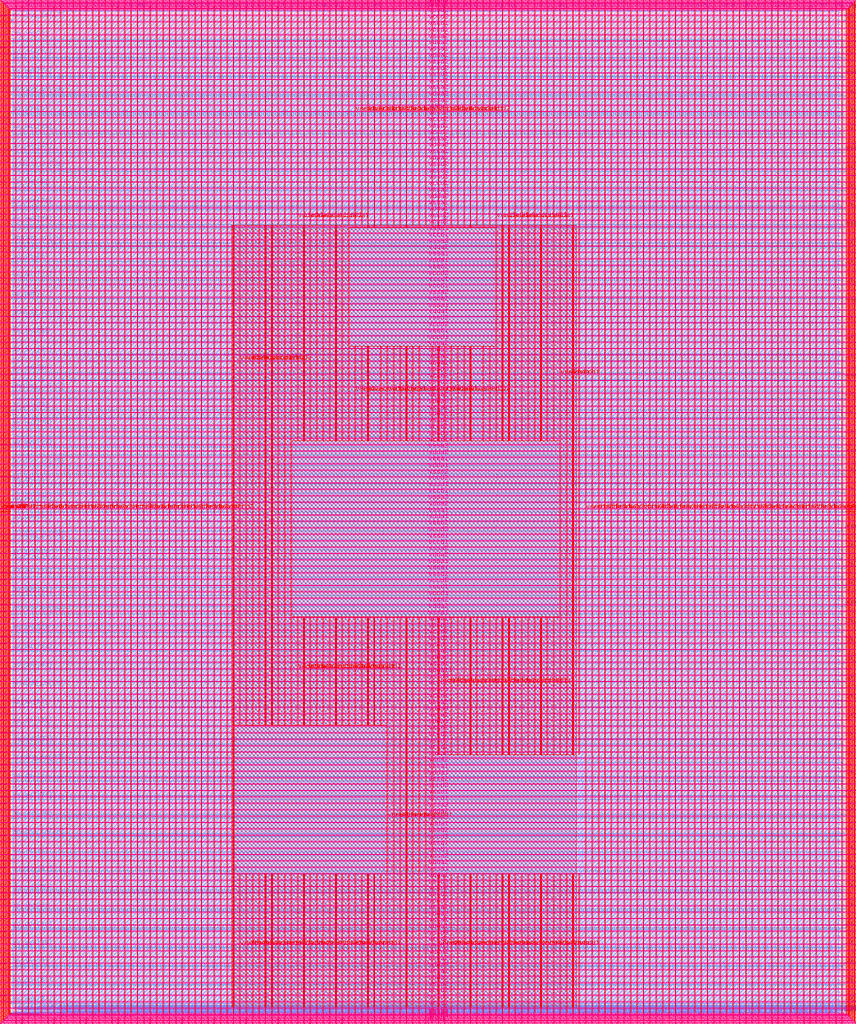
<source format=lef>
VERSION 5.7 ;
  NOWIREEXTENSIONATPIN ON ;
  DIVIDERCHAR "/" ;
  BUSBITCHARS "[]" ;
MACRO user_project_wrapper
  CLASS BLOCK ;
  FOREIGN user_project_wrapper ;
  ORIGIN 0.000 0.000 ;
  SIZE 2920.000 BY 3520.000 ;
  PIN analog_io[0]
    DIRECTION INOUT ;
    USE SIGNAL ;
    PORT
      LAYER met3 ;
        RECT 2917.600 1426.380 2924.800 1427.580 ;
    END
  END analog_io[0]
  PIN analog_io[10]
    DIRECTION INOUT ;
    USE SIGNAL ;
    PORT
      LAYER met2 ;
        RECT 2230.490 3517.600 2231.050 3524.800 ;
    END
  END analog_io[10]
  PIN analog_io[11]
    DIRECTION INOUT ;
    USE SIGNAL ;
    PORT
      LAYER met2 ;
        RECT 1905.730 3517.600 1906.290 3524.800 ;
    END
  END analog_io[11]
  PIN analog_io[12]
    DIRECTION INOUT ;
    USE SIGNAL ;
    PORT
      LAYER met2 ;
        RECT 1581.430 3517.600 1581.990 3524.800 ;
    END
  END analog_io[12]
  PIN analog_io[13]
    DIRECTION INOUT ;
    USE SIGNAL ;
    PORT
      LAYER met2 ;
        RECT 1257.130 3517.600 1257.690 3524.800 ;
    END
  END analog_io[13]
  PIN analog_io[14]
    DIRECTION INOUT ;
    USE SIGNAL ;
    PORT
      LAYER met2 ;
        RECT 932.370 3517.600 932.930 3524.800 ;
    END
  END analog_io[14]
  PIN analog_io[15]
    DIRECTION INOUT ;
    USE SIGNAL ;
    PORT
      LAYER met2 ;
        RECT 608.070 3517.600 608.630 3524.800 ;
    END
  END analog_io[15]
  PIN analog_io[16]
    DIRECTION INOUT ;
    USE SIGNAL ;
    PORT
      LAYER met2 ;
        RECT 283.770 3517.600 284.330 3524.800 ;
    END
  END analog_io[16]
  PIN analog_io[17]
    DIRECTION INOUT ;
    USE SIGNAL ;
    PORT
      LAYER met3 ;
        RECT -4.800 3486.100 2.400 3487.300 ;
    END
  END analog_io[17]
  PIN analog_io[18]
    DIRECTION INOUT ;
    USE SIGNAL ;
    PORT
      LAYER met3 ;
        RECT -4.800 3224.980 2.400 3226.180 ;
    END
  END analog_io[18]
  PIN analog_io[19]
    DIRECTION INOUT ;
    USE SIGNAL ;
    PORT
      LAYER met3 ;
        RECT -4.800 2964.540 2.400 2965.740 ;
    END
  END analog_io[19]
  PIN analog_io[1]
    DIRECTION INOUT ;
    USE SIGNAL ;
    PORT
      LAYER met3 ;
        RECT 2917.600 1692.260 2924.800 1693.460 ;
    END
  END analog_io[1]
  PIN analog_io[20]
    DIRECTION INOUT ;
    USE SIGNAL ;
    PORT
      LAYER met3 ;
        RECT -4.800 2703.420 2.400 2704.620 ;
    END
  END analog_io[20]
  PIN analog_io[21]
    DIRECTION INOUT ;
    USE SIGNAL ;
    PORT
      LAYER met3 ;
        RECT -4.800 2442.980 2.400 2444.180 ;
    END
  END analog_io[21]
  PIN analog_io[22]
    DIRECTION INOUT ;
    USE SIGNAL ;
    PORT
      LAYER met3 ;
        RECT -4.800 2182.540 2.400 2183.740 ;
    END
  END analog_io[22]
  PIN analog_io[23]
    DIRECTION INOUT ;
    USE SIGNAL ;
    PORT
      LAYER met3 ;
        RECT -4.800 1921.420 2.400 1922.620 ;
    END
  END analog_io[23]
  PIN analog_io[24]
    DIRECTION INOUT ;
    USE SIGNAL ;
    PORT
      LAYER met3 ;
        RECT -4.800 1660.980 2.400 1662.180 ;
    END
  END analog_io[24]
  PIN analog_io[25]
    DIRECTION INOUT ;
    USE SIGNAL ;
    PORT
      LAYER met3 ;
        RECT -4.800 1399.860 2.400 1401.060 ;
    END
  END analog_io[25]
  PIN analog_io[26]
    DIRECTION INOUT ;
    USE SIGNAL ;
    PORT
      LAYER met3 ;
        RECT -4.800 1139.420 2.400 1140.620 ;
    END
  END analog_io[26]
  PIN analog_io[27]
    DIRECTION INOUT ;
    USE SIGNAL ;
    PORT
      LAYER met3 ;
        RECT -4.800 878.980 2.400 880.180 ;
    END
  END analog_io[27]
  PIN analog_io[28]
    DIRECTION INOUT ;
    USE SIGNAL ;
    PORT
      LAYER met3 ;
        RECT -4.800 617.860 2.400 619.060 ;
    END
  END analog_io[28]
  PIN analog_io[2]
    DIRECTION INOUT ;
    USE SIGNAL ;
    PORT
      LAYER met3 ;
        RECT 2917.600 1958.140 2924.800 1959.340 ;
    END
  END analog_io[2]
  PIN analog_io[3]
    DIRECTION INOUT ;
    USE SIGNAL ;
    PORT
      LAYER met3 ;
        RECT 2917.600 2223.340 2924.800 2224.540 ;
    END
  END analog_io[3]
  PIN analog_io[4]
    DIRECTION INOUT ;
    USE SIGNAL ;
    PORT
      LAYER met3 ;
        RECT 2917.600 2489.220 2924.800 2490.420 ;
    END
  END analog_io[4]
  PIN analog_io[5]
    DIRECTION INOUT ;
    USE SIGNAL ;
    PORT
      LAYER met3 ;
        RECT 2917.600 2755.100 2924.800 2756.300 ;
    END
  END analog_io[5]
  PIN analog_io[6]
    DIRECTION INOUT ;
    USE SIGNAL ;
    PORT
      LAYER met3 ;
        RECT 2917.600 3020.300 2924.800 3021.500 ;
    END
  END analog_io[6]
  PIN analog_io[7]
    DIRECTION INOUT ;
    USE SIGNAL ;
    PORT
      LAYER met3 ;
        RECT 2917.600 3286.180 2924.800 3287.380 ;
    END
  END analog_io[7]
  PIN analog_io[8]
    DIRECTION INOUT ;
    USE SIGNAL ;
    PORT
      LAYER met2 ;
        RECT 2879.090 3517.600 2879.650 3524.800 ;
    END
  END analog_io[8]
  PIN analog_io[9]
    DIRECTION INOUT ;
    USE SIGNAL ;
    PORT
      LAYER met2 ;
        RECT 2554.790 3517.600 2555.350 3524.800 ;
    END
  END analog_io[9]
  PIN io_in[0]
    DIRECTION INPUT ;
    USE SIGNAL ;
    PORT
      LAYER met3 ;
        RECT 2917.600 32.380 2924.800 33.580 ;
    END
  END io_in[0]
  PIN io_in[10]
    DIRECTION INPUT ;
    USE SIGNAL ;
    PORT
      LAYER met3 ;
        RECT 2917.600 2289.980 2924.800 2291.180 ;
    END
  END io_in[10]
  PIN io_in[11]
    DIRECTION INPUT ;
    USE SIGNAL ;
    PORT
      LAYER met3 ;
        RECT 2917.600 2555.860 2924.800 2557.060 ;
    END
  END io_in[11]
  PIN io_in[12]
    DIRECTION INPUT ;
    USE SIGNAL ;
    PORT
      LAYER met3 ;
        RECT 2917.600 2821.060 2924.800 2822.260 ;
    END
  END io_in[12]
  PIN io_in[13]
    DIRECTION INPUT ;
    USE SIGNAL ;
    PORT
      LAYER met3 ;
        RECT 2917.600 3086.940 2924.800 3088.140 ;
    END
  END io_in[13]
  PIN io_in[14]
    DIRECTION INPUT ;
    USE SIGNAL ;
    PORT
      LAYER met3 ;
        RECT 2917.600 3352.820 2924.800 3354.020 ;
    END
  END io_in[14]
  PIN io_in[15]
    DIRECTION INPUT ;
    USE SIGNAL ;
    PORT
      LAYER met2 ;
        RECT 2798.130 3517.600 2798.690 3524.800 ;
    END
  END io_in[15]
  PIN io_in[16]
    DIRECTION INPUT ;
    USE SIGNAL ;
    PORT
      LAYER met2 ;
        RECT 2473.830 3517.600 2474.390 3524.800 ;
    END
  END io_in[16]
  PIN io_in[17]
    DIRECTION INPUT ;
    USE SIGNAL ;
    PORT
      LAYER met2 ;
        RECT 2149.070 3517.600 2149.630 3524.800 ;
    END
  END io_in[17]
  PIN io_in[18]
    DIRECTION INPUT ;
    USE SIGNAL ;
    PORT
      LAYER met2 ;
        RECT 1824.770 3517.600 1825.330 3524.800 ;
    END
  END io_in[18]
  PIN io_in[19]
    DIRECTION INPUT ;
    USE SIGNAL ;
    PORT
      LAYER met2 ;
        RECT 1500.470 3517.600 1501.030 3524.800 ;
    END
  END io_in[19]
  PIN io_in[1]
    DIRECTION INPUT ;
    USE SIGNAL ;
    PORT
      LAYER met3 ;
        RECT 2917.600 230.940 2924.800 232.140 ;
    END
  END io_in[1]
  PIN io_in[20]
    DIRECTION INPUT ;
    USE SIGNAL ;
    PORT
      LAYER met2 ;
        RECT 1175.710 3517.600 1176.270 3524.800 ;
    END
  END io_in[20]
  PIN io_in[21]
    DIRECTION INPUT ;
    USE SIGNAL ;
    PORT
      LAYER met2 ;
        RECT 851.410 3517.600 851.970 3524.800 ;
    END
  END io_in[21]
  PIN io_in[22]
    DIRECTION INPUT ;
    USE SIGNAL ;
    PORT
      LAYER met2 ;
        RECT 527.110 3517.600 527.670 3524.800 ;
    END
  END io_in[22]
  PIN io_in[23]
    DIRECTION INPUT ;
    USE SIGNAL ;
    PORT
      LAYER met2 ;
        RECT 202.350 3517.600 202.910 3524.800 ;
    END
  END io_in[23]
  PIN io_in[24]
    DIRECTION INPUT ;
    USE SIGNAL ;
    PORT
      LAYER met3 ;
        RECT -4.800 3420.820 2.400 3422.020 ;
    END
  END io_in[24]
  PIN io_in[25]
    DIRECTION INPUT ;
    USE SIGNAL ;
    PORT
      LAYER met3 ;
        RECT -4.800 3159.700 2.400 3160.900 ;
    END
  END io_in[25]
  PIN io_in[26]
    DIRECTION INPUT ;
    USE SIGNAL ;
    PORT
      LAYER met3 ;
        RECT -4.800 2899.260 2.400 2900.460 ;
    END
  END io_in[26]
  PIN io_in[27]
    DIRECTION INPUT ;
    USE SIGNAL ;
    PORT
      LAYER met3 ;
        RECT -4.800 2638.820 2.400 2640.020 ;
    END
  END io_in[27]
  PIN io_in[28]
    DIRECTION INPUT ;
    USE SIGNAL ;
    PORT
      LAYER met3 ;
        RECT -4.800 2377.700 2.400 2378.900 ;
    END
  END io_in[28]
  PIN io_in[29]
    DIRECTION INPUT ;
    USE SIGNAL ;
    PORT
      LAYER met3 ;
        RECT -4.800 2117.260 2.400 2118.460 ;
    END
  END io_in[29]
  PIN io_in[2]
    DIRECTION INPUT ;
    USE SIGNAL ;
    PORT
      LAYER met3 ;
        RECT 2917.600 430.180 2924.800 431.380 ;
    END
  END io_in[2]
  PIN io_in[30]
    DIRECTION INPUT ;
    USE SIGNAL ;
    PORT
      LAYER met3 ;
        RECT -4.800 1856.140 2.400 1857.340 ;
    END
  END io_in[30]
  PIN io_in[31]
    DIRECTION INPUT ;
    USE SIGNAL ;
    PORT
      LAYER met3 ;
        RECT -4.800 1595.700 2.400 1596.900 ;
    END
  END io_in[31]
  PIN io_in[32]
    DIRECTION INPUT ;
    USE SIGNAL ;
    PORT
      LAYER met3 ;
        RECT -4.800 1335.260 2.400 1336.460 ;
    END
  END io_in[32]
  PIN io_in[33]
    DIRECTION INPUT ;
    USE SIGNAL ;
    PORT
      LAYER met3 ;
        RECT -4.800 1074.140 2.400 1075.340 ;
    END
  END io_in[33]
  PIN io_in[34]
    DIRECTION INPUT ;
    USE SIGNAL ;
    PORT
      LAYER met3 ;
        RECT -4.800 813.700 2.400 814.900 ;
    END
  END io_in[34]
  PIN io_in[35]
    DIRECTION INPUT ;
    USE SIGNAL ;
    PORT
      LAYER met3 ;
        RECT -4.800 552.580 2.400 553.780 ;
    END
  END io_in[35]
  PIN io_in[36]
    DIRECTION INPUT ;
    USE SIGNAL ;
    PORT
      LAYER met3 ;
        RECT -4.800 357.420 2.400 358.620 ;
    END
  END io_in[36]
  PIN io_in[37]
    DIRECTION INPUT ;
    USE SIGNAL ;
    PORT
      LAYER met3 ;
        RECT -4.800 161.580 2.400 162.780 ;
    END
  END io_in[37]
  PIN io_in[3]
    DIRECTION INPUT ;
    USE SIGNAL ;
    PORT
      LAYER met3 ;
        RECT 2917.600 629.420 2924.800 630.620 ;
    END
  END io_in[3]
  PIN io_in[4]
    DIRECTION INPUT ;
    USE SIGNAL ;
    PORT
      LAYER met3 ;
        RECT 2917.600 828.660 2924.800 829.860 ;
    END
  END io_in[4]
  PIN io_in[5]
    DIRECTION INPUT ;
    USE SIGNAL ;
    PORT
      LAYER met3 ;
        RECT 2917.600 1027.900 2924.800 1029.100 ;
    END
  END io_in[5]
  PIN io_in[6]
    DIRECTION INPUT ;
    USE SIGNAL ;
    PORT
      LAYER met3 ;
        RECT 2917.600 1227.140 2924.800 1228.340 ;
    END
  END io_in[6]
  PIN io_in[7]
    DIRECTION INPUT ;
    USE SIGNAL ;
    PORT
      LAYER met3 ;
        RECT 2917.600 1493.020 2924.800 1494.220 ;
    END
  END io_in[7]
  PIN io_in[8]
    DIRECTION INPUT ;
    USE SIGNAL ;
    PORT
      LAYER met3 ;
        RECT 2917.600 1758.900 2924.800 1760.100 ;
    END
  END io_in[8]
  PIN io_in[9]
    DIRECTION INPUT ;
    USE SIGNAL ;
    PORT
      LAYER met3 ;
        RECT 2917.600 2024.100 2924.800 2025.300 ;
    END
  END io_in[9]
  PIN io_oeb[0]
    DIRECTION OUTPUT TRISTATE ;
    USE SIGNAL ;
    PORT
      LAYER met3 ;
        RECT 2917.600 164.980 2924.800 166.180 ;
    END
  END io_oeb[0]
  PIN io_oeb[10]
    DIRECTION OUTPUT TRISTATE ;
    USE SIGNAL ;
    PORT
      LAYER met3 ;
        RECT 2917.600 2422.580 2924.800 2423.780 ;
    END
  END io_oeb[10]
  PIN io_oeb[11]
    DIRECTION OUTPUT TRISTATE ;
    USE SIGNAL ;
    PORT
      LAYER met3 ;
        RECT 2917.600 2688.460 2924.800 2689.660 ;
    END
  END io_oeb[11]
  PIN io_oeb[12]
    DIRECTION OUTPUT TRISTATE ;
    USE SIGNAL ;
    PORT
      LAYER met3 ;
        RECT 2917.600 2954.340 2924.800 2955.540 ;
    END
  END io_oeb[12]
  PIN io_oeb[13]
    DIRECTION OUTPUT TRISTATE ;
    USE SIGNAL ;
    PORT
      LAYER met3 ;
        RECT 2917.600 3219.540 2924.800 3220.740 ;
    END
  END io_oeb[13]
  PIN io_oeb[14]
    DIRECTION OUTPUT TRISTATE ;
    USE SIGNAL ;
    PORT
      LAYER met3 ;
        RECT 2917.600 3485.420 2924.800 3486.620 ;
    END
  END io_oeb[14]
  PIN io_oeb[15]
    DIRECTION OUTPUT TRISTATE ;
    USE SIGNAL ;
    PORT
      LAYER met2 ;
        RECT 2635.750 3517.600 2636.310 3524.800 ;
    END
  END io_oeb[15]
  PIN io_oeb[16]
    DIRECTION OUTPUT TRISTATE ;
    USE SIGNAL ;
    PORT
      LAYER met2 ;
        RECT 2311.450 3517.600 2312.010 3524.800 ;
    END
  END io_oeb[16]
  PIN io_oeb[17]
    DIRECTION OUTPUT TRISTATE ;
    USE SIGNAL ;
    PORT
      LAYER met2 ;
        RECT 1987.150 3517.600 1987.710 3524.800 ;
    END
  END io_oeb[17]
  PIN io_oeb[18]
    DIRECTION OUTPUT TRISTATE ;
    USE SIGNAL ;
    PORT
      LAYER met2 ;
        RECT 1662.390 3517.600 1662.950 3524.800 ;
    END
  END io_oeb[18]
  PIN io_oeb[19]
    DIRECTION OUTPUT TRISTATE ;
    USE SIGNAL ;
    PORT
      LAYER met2 ;
        RECT 1338.090 3517.600 1338.650 3524.800 ;
    END
  END io_oeb[19]
  PIN io_oeb[1]
    DIRECTION OUTPUT TRISTATE ;
    USE SIGNAL ;
    PORT
      LAYER met3 ;
        RECT 2917.600 364.220 2924.800 365.420 ;
    END
  END io_oeb[1]
  PIN io_oeb[20]
    DIRECTION OUTPUT TRISTATE ;
    USE SIGNAL ;
    PORT
      LAYER met2 ;
        RECT 1013.790 3517.600 1014.350 3524.800 ;
    END
  END io_oeb[20]
  PIN io_oeb[21]
    DIRECTION OUTPUT TRISTATE ;
    USE SIGNAL ;
    PORT
      LAYER met2 ;
        RECT 689.030 3517.600 689.590 3524.800 ;
    END
  END io_oeb[21]
  PIN io_oeb[22]
    DIRECTION OUTPUT TRISTATE ;
    USE SIGNAL ;
    PORT
      LAYER met2 ;
        RECT 364.730 3517.600 365.290 3524.800 ;
    END
  END io_oeb[22]
  PIN io_oeb[23]
    DIRECTION OUTPUT TRISTATE ;
    USE SIGNAL ;
    PORT
      LAYER met2 ;
        RECT 40.430 3517.600 40.990 3524.800 ;
    END
  END io_oeb[23]
  PIN io_oeb[24]
    DIRECTION OUTPUT TRISTATE ;
    USE SIGNAL ;
    PORT
      LAYER met3 ;
        RECT -4.800 3290.260 2.400 3291.460 ;
    END
  END io_oeb[24]
  PIN io_oeb[25]
    DIRECTION OUTPUT TRISTATE ;
    USE SIGNAL ;
    PORT
      LAYER met3 ;
        RECT -4.800 3029.820 2.400 3031.020 ;
    END
  END io_oeb[25]
  PIN io_oeb[26]
    DIRECTION OUTPUT TRISTATE ;
    USE SIGNAL ;
    PORT
      LAYER met3 ;
        RECT -4.800 2768.700 2.400 2769.900 ;
    END
  END io_oeb[26]
  PIN io_oeb[27]
    DIRECTION OUTPUT TRISTATE ;
    USE SIGNAL ;
    PORT
      LAYER met3 ;
        RECT -4.800 2508.260 2.400 2509.460 ;
    END
  END io_oeb[27]
  PIN io_oeb[28]
    DIRECTION OUTPUT TRISTATE ;
    USE SIGNAL ;
    PORT
      LAYER met3 ;
        RECT -4.800 2247.140 2.400 2248.340 ;
    END
  END io_oeb[28]
  PIN io_oeb[29]
    DIRECTION OUTPUT TRISTATE ;
    USE SIGNAL ;
    PORT
      LAYER met3 ;
        RECT -4.800 1986.700 2.400 1987.900 ;
    END
  END io_oeb[29]
  PIN io_oeb[2]
    DIRECTION OUTPUT TRISTATE ;
    USE SIGNAL ;
    PORT
      LAYER met3 ;
        RECT 2917.600 563.460 2924.800 564.660 ;
    END
  END io_oeb[2]
  PIN io_oeb[30]
    DIRECTION OUTPUT TRISTATE ;
    USE SIGNAL ;
    PORT
      LAYER met3 ;
        RECT -4.800 1726.260 2.400 1727.460 ;
    END
  END io_oeb[30]
  PIN io_oeb[31]
    DIRECTION OUTPUT TRISTATE ;
    USE SIGNAL ;
    PORT
      LAYER met3 ;
        RECT -4.800 1465.140 2.400 1466.340 ;
    END
  END io_oeb[31]
  PIN io_oeb[32]
    DIRECTION OUTPUT TRISTATE ;
    USE SIGNAL ;
    PORT
      LAYER met3 ;
        RECT -4.800 1204.700 2.400 1205.900 ;
    END
  END io_oeb[32]
  PIN io_oeb[33]
    DIRECTION OUTPUT TRISTATE ;
    USE SIGNAL ;
    PORT
      LAYER met3 ;
        RECT -4.800 943.580 2.400 944.780 ;
    END
  END io_oeb[33]
  PIN io_oeb[34]
    DIRECTION OUTPUT TRISTATE ;
    USE SIGNAL ;
    PORT
      LAYER met3 ;
        RECT -4.800 683.140 2.400 684.340 ;
    END
  END io_oeb[34]
  PIN io_oeb[35]
    DIRECTION OUTPUT TRISTATE ;
    USE SIGNAL ;
    PORT
      LAYER met3 ;
        RECT -4.800 422.700 2.400 423.900 ;
    END
  END io_oeb[35]
  PIN io_oeb[36]
    DIRECTION OUTPUT TRISTATE ;
    USE SIGNAL ;
    PORT
      LAYER met3 ;
        RECT -4.800 226.860 2.400 228.060 ;
    END
  END io_oeb[36]
  PIN io_oeb[37]
    DIRECTION OUTPUT TRISTATE ;
    USE SIGNAL ;
    PORT
      LAYER met3 ;
        RECT -4.800 31.700 2.400 32.900 ;
    END
  END io_oeb[37]
  PIN io_oeb[3]
    DIRECTION OUTPUT TRISTATE ;
    USE SIGNAL ;
    PORT
      LAYER met3 ;
        RECT 2917.600 762.700 2924.800 763.900 ;
    END
  END io_oeb[3]
  PIN io_oeb[4]
    DIRECTION OUTPUT TRISTATE ;
    USE SIGNAL ;
    PORT
      LAYER met3 ;
        RECT 2917.600 961.940 2924.800 963.140 ;
    END
  END io_oeb[4]
  PIN io_oeb[5]
    DIRECTION OUTPUT TRISTATE ;
    USE SIGNAL ;
    PORT
      LAYER met3 ;
        RECT 2917.600 1161.180 2924.800 1162.380 ;
    END
  END io_oeb[5]
  PIN io_oeb[6]
    DIRECTION OUTPUT TRISTATE ;
    USE SIGNAL ;
    PORT
      LAYER met3 ;
        RECT 2917.600 1360.420 2924.800 1361.620 ;
    END
  END io_oeb[6]
  PIN io_oeb[7]
    DIRECTION OUTPUT TRISTATE ;
    USE SIGNAL ;
    PORT
      LAYER met3 ;
        RECT 2917.600 1625.620 2924.800 1626.820 ;
    END
  END io_oeb[7]
  PIN io_oeb[8]
    DIRECTION OUTPUT TRISTATE ;
    USE SIGNAL ;
    PORT
      LAYER met3 ;
        RECT 2917.600 1891.500 2924.800 1892.700 ;
    END
  END io_oeb[8]
  PIN io_oeb[9]
    DIRECTION OUTPUT TRISTATE ;
    USE SIGNAL ;
    PORT
      LAYER met3 ;
        RECT 2917.600 2157.380 2924.800 2158.580 ;
    END
  END io_oeb[9]
  PIN io_out[0]
    DIRECTION OUTPUT TRISTATE ;
    USE SIGNAL ;
    PORT
      LAYER met3 ;
        RECT 2917.600 98.340 2924.800 99.540 ;
    END
  END io_out[0]
  PIN io_out[10]
    DIRECTION OUTPUT TRISTATE ;
    USE SIGNAL ;
    PORT
      LAYER met3 ;
        RECT 2917.600 2356.620 2924.800 2357.820 ;
    END
  END io_out[10]
  PIN io_out[11]
    DIRECTION OUTPUT TRISTATE ;
    USE SIGNAL ;
    PORT
      LAYER met3 ;
        RECT 2917.600 2621.820 2924.800 2623.020 ;
    END
  END io_out[11]
  PIN io_out[12]
    DIRECTION OUTPUT TRISTATE ;
    USE SIGNAL ;
    PORT
      LAYER met3 ;
        RECT 2917.600 2887.700 2924.800 2888.900 ;
    END
  END io_out[12]
  PIN io_out[13]
    DIRECTION OUTPUT TRISTATE ;
    USE SIGNAL ;
    PORT
      LAYER met3 ;
        RECT 2917.600 3153.580 2924.800 3154.780 ;
    END
  END io_out[13]
  PIN io_out[14]
    DIRECTION OUTPUT TRISTATE ;
    USE SIGNAL ;
    PORT
      LAYER met3 ;
        RECT 2917.600 3418.780 2924.800 3419.980 ;
    END
  END io_out[14]
  PIN io_out[15]
    DIRECTION OUTPUT TRISTATE ;
    USE SIGNAL ;
    PORT
      LAYER met2 ;
        RECT 2717.170 3517.600 2717.730 3524.800 ;
    END
  END io_out[15]
  PIN io_out[16]
    DIRECTION OUTPUT TRISTATE ;
    USE SIGNAL ;
    PORT
      LAYER met2 ;
        RECT 2392.410 3517.600 2392.970 3524.800 ;
    END
  END io_out[16]
  PIN io_out[17]
    DIRECTION OUTPUT TRISTATE ;
    USE SIGNAL ;
    PORT
      LAYER met2 ;
        RECT 2068.110 3517.600 2068.670 3524.800 ;
    END
  END io_out[17]
  PIN io_out[18]
    DIRECTION OUTPUT TRISTATE ;
    USE SIGNAL ;
    PORT
      LAYER met2 ;
        RECT 1743.810 3517.600 1744.370 3524.800 ;
    END
  END io_out[18]
  PIN io_out[19]
    DIRECTION OUTPUT TRISTATE ;
    USE SIGNAL ;
    PORT
      LAYER met2 ;
        RECT 1419.050 3517.600 1419.610 3524.800 ;
    END
  END io_out[19]
  PIN io_out[1]
    DIRECTION OUTPUT TRISTATE ;
    USE SIGNAL ;
    PORT
      LAYER met3 ;
        RECT 2917.600 297.580 2924.800 298.780 ;
    END
  END io_out[1]
  PIN io_out[20]
    DIRECTION OUTPUT TRISTATE ;
    USE SIGNAL ;
    PORT
      LAYER met2 ;
        RECT 1094.750 3517.600 1095.310 3524.800 ;
    END
  END io_out[20]
  PIN io_out[21]
    DIRECTION OUTPUT TRISTATE ;
    USE SIGNAL ;
    PORT
      LAYER met2 ;
        RECT 770.450 3517.600 771.010 3524.800 ;
    END
  END io_out[21]
  PIN io_out[22]
    DIRECTION OUTPUT TRISTATE ;
    USE SIGNAL ;
    PORT
      LAYER met2 ;
        RECT 445.690 3517.600 446.250 3524.800 ;
    END
  END io_out[22]
  PIN io_out[23]
    DIRECTION OUTPUT TRISTATE ;
    USE SIGNAL ;
    PORT
      LAYER met2 ;
        RECT 121.390 3517.600 121.950 3524.800 ;
    END
  END io_out[23]
  PIN io_out[24]
    DIRECTION OUTPUT TRISTATE ;
    USE SIGNAL ;
    PORT
      LAYER met3 ;
        RECT -4.800 3355.540 2.400 3356.740 ;
    END
  END io_out[24]
  PIN io_out[25]
    DIRECTION OUTPUT TRISTATE ;
    USE SIGNAL ;
    PORT
      LAYER met3 ;
        RECT -4.800 3095.100 2.400 3096.300 ;
    END
  END io_out[25]
  PIN io_out[26]
    DIRECTION OUTPUT TRISTATE ;
    USE SIGNAL ;
    PORT
      LAYER met3 ;
        RECT -4.800 2833.980 2.400 2835.180 ;
    END
  END io_out[26]
  PIN io_out[27]
    DIRECTION OUTPUT TRISTATE ;
    USE SIGNAL ;
    PORT
      LAYER met3 ;
        RECT -4.800 2573.540 2.400 2574.740 ;
    END
  END io_out[27]
  PIN io_out[28]
    DIRECTION OUTPUT TRISTATE ;
    USE SIGNAL ;
    PORT
      LAYER met3 ;
        RECT -4.800 2312.420 2.400 2313.620 ;
    END
  END io_out[28]
  PIN io_out[29]
    DIRECTION OUTPUT TRISTATE ;
    USE SIGNAL ;
    PORT
      LAYER met3 ;
        RECT -4.800 2051.980 2.400 2053.180 ;
    END
  END io_out[29]
  PIN io_out[2]
    DIRECTION OUTPUT TRISTATE ;
    USE SIGNAL ;
    PORT
      LAYER met3 ;
        RECT 2917.600 496.820 2924.800 498.020 ;
    END
  END io_out[2]
  PIN io_out[30]
    DIRECTION OUTPUT TRISTATE ;
    USE SIGNAL ;
    PORT
      LAYER met3 ;
        RECT -4.800 1791.540 2.400 1792.740 ;
    END
  END io_out[30]
  PIN io_out[31]
    DIRECTION OUTPUT TRISTATE ;
    USE SIGNAL ;
    PORT
      LAYER met3 ;
        RECT -4.800 1530.420 2.400 1531.620 ;
    END
  END io_out[31]
  PIN io_out[32]
    DIRECTION OUTPUT TRISTATE ;
    USE SIGNAL ;
    PORT
      LAYER met3 ;
        RECT -4.800 1269.980 2.400 1271.180 ;
    END
  END io_out[32]
  PIN io_out[33]
    DIRECTION OUTPUT TRISTATE ;
    USE SIGNAL ;
    PORT
      LAYER met3 ;
        RECT -4.800 1008.860 2.400 1010.060 ;
    END
  END io_out[33]
  PIN io_out[34]
    DIRECTION OUTPUT TRISTATE ;
    USE SIGNAL ;
    PORT
      LAYER met3 ;
        RECT -4.800 748.420 2.400 749.620 ;
    END
  END io_out[34]
  PIN io_out[35]
    DIRECTION OUTPUT TRISTATE ;
    USE SIGNAL ;
    PORT
      LAYER met3 ;
        RECT -4.800 487.300 2.400 488.500 ;
    END
  END io_out[35]
  PIN io_out[36]
    DIRECTION OUTPUT TRISTATE ;
    USE SIGNAL ;
    PORT
      LAYER met3 ;
        RECT -4.800 292.140 2.400 293.340 ;
    END
  END io_out[36]
  PIN io_out[37]
    DIRECTION OUTPUT TRISTATE ;
    USE SIGNAL ;
    PORT
      LAYER met3 ;
        RECT -4.800 96.300 2.400 97.500 ;
    END
  END io_out[37]
  PIN io_out[3]
    DIRECTION OUTPUT TRISTATE ;
    USE SIGNAL ;
    PORT
      LAYER met3 ;
        RECT 2917.600 696.060 2924.800 697.260 ;
    END
  END io_out[3]
  PIN io_out[4]
    DIRECTION OUTPUT TRISTATE ;
    USE SIGNAL ;
    PORT
      LAYER met3 ;
        RECT 2917.600 895.300 2924.800 896.500 ;
    END
  END io_out[4]
  PIN io_out[5]
    DIRECTION OUTPUT TRISTATE ;
    USE SIGNAL ;
    PORT
      LAYER met3 ;
        RECT 2917.600 1094.540 2924.800 1095.740 ;
    END
  END io_out[5]
  PIN io_out[6]
    DIRECTION OUTPUT TRISTATE ;
    USE SIGNAL ;
    PORT
      LAYER met3 ;
        RECT 2917.600 1293.780 2924.800 1294.980 ;
    END
  END io_out[6]
  PIN io_out[7]
    DIRECTION OUTPUT TRISTATE ;
    USE SIGNAL ;
    PORT
      LAYER met3 ;
        RECT 2917.600 1559.660 2924.800 1560.860 ;
    END
  END io_out[7]
  PIN io_out[8]
    DIRECTION OUTPUT TRISTATE ;
    USE SIGNAL ;
    PORT
      LAYER met3 ;
        RECT 2917.600 1824.860 2924.800 1826.060 ;
    END
  END io_out[8]
  PIN io_out[9]
    DIRECTION OUTPUT TRISTATE ;
    USE SIGNAL ;
    PORT
      LAYER met3 ;
        RECT 2917.600 2090.740 2924.800 2091.940 ;
    END
  END io_out[9]
  PIN la_data_in[0]
    DIRECTION INPUT ;
    USE SIGNAL ;
    PORT
      LAYER met2 ;
        RECT 629.230 -4.800 629.790 2.400 ;
    END
  END la_data_in[0]
  PIN la_data_in[100]
    DIRECTION INPUT ;
    USE SIGNAL ;
    PORT
      LAYER met2 ;
        RECT 2402.530 -4.800 2403.090 2.400 ;
    END
  END la_data_in[100]
  PIN la_data_in[101]
    DIRECTION INPUT ;
    USE SIGNAL ;
    PORT
      LAYER met2 ;
        RECT 2420.010 -4.800 2420.570 2.400 ;
    END
  END la_data_in[101]
  PIN la_data_in[102]
    DIRECTION INPUT ;
    USE SIGNAL ;
    PORT
      LAYER met2 ;
        RECT 2437.950 -4.800 2438.510 2.400 ;
    END
  END la_data_in[102]
  PIN la_data_in[103]
    DIRECTION INPUT ;
    USE SIGNAL ;
    PORT
      LAYER met2 ;
        RECT 2455.430 -4.800 2455.990 2.400 ;
    END
  END la_data_in[103]
  PIN la_data_in[104]
    DIRECTION INPUT ;
    USE SIGNAL ;
    PORT
      LAYER met2 ;
        RECT 2473.370 -4.800 2473.930 2.400 ;
    END
  END la_data_in[104]
  PIN la_data_in[105]
    DIRECTION INPUT ;
    USE SIGNAL ;
    PORT
      LAYER met2 ;
        RECT 2490.850 -4.800 2491.410 2.400 ;
    END
  END la_data_in[105]
  PIN la_data_in[106]
    DIRECTION INPUT ;
    USE SIGNAL ;
    PORT
      LAYER met2 ;
        RECT 2508.790 -4.800 2509.350 2.400 ;
    END
  END la_data_in[106]
  PIN la_data_in[107]
    DIRECTION INPUT ;
    USE SIGNAL ;
    PORT
      LAYER met2 ;
        RECT 2526.730 -4.800 2527.290 2.400 ;
    END
  END la_data_in[107]
  PIN la_data_in[108]
    DIRECTION INPUT ;
    USE SIGNAL ;
    PORT
      LAYER met2 ;
        RECT 2544.210 -4.800 2544.770 2.400 ;
    END
  END la_data_in[108]
  PIN la_data_in[109]
    DIRECTION INPUT ;
    USE SIGNAL ;
    PORT
      LAYER met2 ;
        RECT 2562.150 -4.800 2562.710 2.400 ;
    END
  END la_data_in[109]
  PIN la_data_in[10]
    DIRECTION INPUT ;
    USE SIGNAL ;
    PORT
      LAYER met2 ;
        RECT 806.330 -4.800 806.890 2.400 ;
    END
  END la_data_in[10]
  PIN la_data_in[110]
    DIRECTION INPUT ;
    USE SIGNAL ;
    PORT
      LAYER met2 ;
        RECT 2579.630 -4.800 2580.190 2.400 ;
    END
  END la_data_in[110]
  PIN la_data_in[111]
    DIRECTION INPUT ;
    USE SIGNAL ;
    PORT
      LAYER met2 ;
        RECT 2597.570 -4.800 2598.130 2.400 ;
    END
  END la_data_in[111]
  PIN la_data_in[112]
    DIRECTION INPUT ;
    USE SIGNAL ;
    PORT
      LAYER met2 ;
        RECT 2615.050 -4.800 2615.610 2.400 ;
    END
  END la_data_in[112]
  PIN la_data_in[113]
    DIRECTION INPUT ;
    USE SIGNAL ;
    PORT
      LAYER met2 ;
        RECT 2632.990 -4.800 2633.550 2.400 ;
    END
  END la_data_in[113]
  PIN la_data_in[114]
    DIRECTION INPUT ;
    USE SIGNAL ;
    PORT
      LAYER met2 ;
        RECT 2650.470 -4.800 2651.030 2.400 ;
    END
  END la_data_in[114]
  PIN la_data_in[115]
    DIRECTION INPUT ;
    USE SIGNAL ;
    PORT
      LAYER met2 ;
        RECT 2668.410 -4.800 2668.970 2.400 ;
    END
  END la_data_in[115]
  PIN la_data_in[116]
    DIRECTION INPUT ;
    USE SIGNAL ;
    PORT
      LAYER met2 ;
        RECT 2685.890 -4.800 2686.450 2.400 ;
    END
  END la_data_in[116]
  PIN la_data_in[117]
    DIRECTION INPUT ;
    USE SIGNAL ;
    PORT
      LAYER met2 ;
        RECT 2703.830 -4.800 2704.390 2.400 ;
    END
  END la_data_in[117]
  PIN la_data_in[118]
    DIRECTION INPUT ;
    USE SIGNAL ;
    PORT
      LAYER met2 ;
        RECT 2721.770 -4.800 2722.330 2.400 ;
    END
  END la_data_in[118]
  PIN la_data_in[119]
    DIRECTION INPUT ;
    USE SIGNAL ;
    PORT
      LAYER met2 ;
        RECT 2739.250 -4.800 2739.810 2.400 ;
    END
  END la_data_in[119]
  PIN la_data_in[11]
    DIRECTION INPUT ;
    USE SIGNAL ;
    PORT
      LAYER met2 ;
        RECT 824.270 -4.800 824.830 2.400 ;
    END
  END la_data_in[11]
  PIN la_data_in[120]
    DIRECTION INPUT ;
    USE SIGNAL ;
    PORT
      LAYER met2 ;
        RECT 2757.190 -4.800 2757.750 2.400 ;
    END
  END la_data_in[120]
  PIN la_data_in[121]
    DIRECTION INPUT ;
    USE SIGNAL ;
    PORT
      LAYER met2 ;
        RECT 2774.670 -4.800 2775.230 2.400 ;
    END
  END la_data_in[121]
  PIN la_data_in[122]
    DIRECTION INPUT ;
    USE SIGNAL ;
    PORT
      LAYER met2 ;
        RECT 2792.610 -4.800 2793.170 2.400 ;
    END
  END la_data_in[122]
  PIN la_data_in[123]
    DIRECTION INPUT ;
    USE SIGNAL ;
    PORT
      LAYER met2 ;
        RECT 2810.090 -4.800 2810.650 2.400 ;
    END
  END la_data_in[123]
  PIN la_data_in[124]
    DIRECTION INPUT ;
    USE SIGNAL ;
    PORT
      LAYER met2 ;
        RECT 2828.030 -4.800 2828.590 2.400 ;
    END
  END la_data_in[124]
  PIN la_data_in[125]
    DIRECTION INPUT ;
    USE SIGNAL ;
    PORT
      LAYER met2 ;
        RECT 2845.510 -4.800 2846.070 2.400 ;
    END
  END la_data_in[125]
  PIN la_data_in[126]
    DIRECTION INPUT ;
    USE SIGNAL ;
    PORT
      LAYER met2 ;
        RECT 2863.450 -4.800 2864.010 2.400 ;
    END
  END la_data_in[126]
  PIN la_data_in[127]
    DIRECTION INPUT ;
    USE SIGNAL ;
    PORT
      LAYER met2 ;
        RECT 2881.390 -4.800 2881.950 2.400 ;
    END
  END la_data_in[127]
  PIN la_data_in[12]
    DIRECTION INPUT ;
    USE SIGNAL ;
    PORT
      LAYER met2 ;
        RECT 841.750 -4.800 842.310 2.400 ;
    END
  END la_data_in[12]
  PIN la_data_in[13]
    DIRECTION INPUT ;
    USE SIGNAL ;
    PORT
      LAYER met2 ;
        RECT 859.690 -4.800 860.250 2.400 ;
    END
  END la_data_in[13]
  PIN la_data_in[14]
    DIRECTION INPUT ;
    USE SIGNAL ;
    PORT
      LAYER met2 ;
        RECT 877.170 -4.800 877.730 2.400 ;
    END
  END la_data_in[14]
  PIN la_data_in[15]
    DIRECTION INPUT ;
    USE SIGNAL ;
    PORT
      LAYER met2 ;
        RECT 895.110 -4.800 895.670 2.400 ;
    END
  END la_data_in[15]
  PIN la_data_in[16]
    DIRECTION INPUT ;
    USE SIGNAL ;
    PORT
      LAYER met2 ;
        RECT 912.590 -4.800 913.150 2.400 ;
    END
  END la_data_in[16]
  PIN la_data_in[17]
    DIRECTION INPUT ;
    USE SIGNAL ;
    PORT
      LAYER met2 ;
        RECT 930.530 -4.800 931.090 2.400 ;
    END
  END la_data_in[17]
  PIN la_data_in[18]
    DIRECTION INPUT ;
    USE SIGNAL ;
    PORT
      LAYER met2 ;
        RECT 948.470 -4.800 949.030 2.400 ;
    END
  END la_data_in[18]
  PIN la_data_in[19]
    DIRECTION INPUT ;
    USE SIGNAL ;
    PORT
      LAYER met2 ;
        RECT 965.950 -4.800 966.510 2.400 ;
    END
  END la_data_in[19]
  PIN la_data_in[1]
    DIRECTION INPUT ;
    USE SIGNAL ;
    PORT
      LAYER met2 ;
        RECT 646.710 -4.800 647.270 2.400 ;
    END
  END la_data_in[1]
  PIN la_data_in[20]
    DIRECTION INPUT ;
    USE SIGNAL ;
    PORT
      LAYER met2 ;
        RECT 983.890 -4.800 984.450 2.400 ;
    END
  END la_data_in[20]
  PIN la_data_in[21]
    DIRECTION INPUT ;
    USE SIGNAL ;
    PORT
      LAYER met2 ;
        RECT 1001.370 -4.800 1001.930 2.400 ;
    END
  END la_data_in[21]
  PIN la_data_in[22]
    DIRECTION INPUT ;
    USE SIGNAL ;
    PORT
      LAYER met2 ;
        RECT 1019.310 -4.800 1019.870 2.400 ;
    END
  END la_data_in[22]
  PIN la_data_in[23]
    DIRECTION INPUT ;
    USE SIGNAL ;
    PORT
      LAYER met2 ;
        RECT 1036.790 -4.800 1037.350 2.400 ;
    END
  END la_data_in[23]
  PIN la_data_in[24]
    DIRECTION INPUT ;
    USE SIGNAL ;
    PORT
      LAYER met2 ;
        RECT 1054.730 -4.800 1055.290 2.400 ;
    END
  END la_data_in[24]
  PIN la_data_in[25]
    DIRECTION INPUT ;
    USE SIGNAL ;
    PORT
      LAYER met2 ;
        RECT 1072.210 -4.800 1072.770 2.400 ;
    END
  END la_data_in[25]
  PIN la_data_in[26]
    DIRECTION INPUT ;
    USE SIGNAL ;
    PORT
      LAYER met2 ;
        RECT 1090.150 -4.800 1090.710 2.400 ;
    END
  END la_data_in[26]
  PIN la_data_in[27]
    DIRECTION INPUT ;
    USE SIGNAL ;
    PORT
      LAYER met2 ;
        RECT 1107.630 -4.800 1108.190 2.400 ;
    END
  END la_data_in[27]
  PIN la_data_in[28]
    DIRECTION INPUT ;
    USE SIGNAL ;
    PORT
      LAYER met2 ;
        RECT 1125.570 -4.800 1126.130 2.400 ;
    END
  END la_data_in[28]
  PIN la_data_in[29]
    DIRECTION INPUT ;
    USE SIGNAL ;
    PORT
      LAYER met2 ;
        RECT 1143.510 -4.800 1144.070 2.400 ;
    END
  END la_data_in[29]
  PIN la_data_in[2]
    DIRECTION INPUT ;
    USE SIGNAL ;
    PORT
      LAYER met2 ;
        RECT 664.650 -4.800 665.210 2.400 ;
    END
  END la_data_in[2]
  PIN la_data_in[30]
    DIRECTION INPUT ;
    USE SIGNAL ;
    PORT
      LAYER met2 ;
        RECT 1160.990 -4.800 1161.550 2.400 ;
    END
  END la_data_in[30]
  PIN la_data_in[31]
    DIRECTION INPUT ;
    USE SIGNAL ;
    PORT
      LAYER met2 ;
        RECT 1178.930 -4.800 1179.490 2.400 ;
    END
  END la_data_in[31]
  PIN la_data_in[32]
    DIRECTION INPUT ;
    USE SIGNAL ;
    PORT
      LAYER met2 ;
        RECT 1196.410 -4.800 1196.970 2.400 ;
    END
  END la_data_in[32]
  PIN la_data_in[33]
    DIRECTION INPUT ;
    USE SIGNAL ;
    PORT
      LAYER met2 ;
        RECT 1214.350 -4.800 1214.910 2.400 ;
    END
  END la_data_in[33]
  PIN la_data_in[34]
    DIRECTION INPUT ;
    USE SIGNAL ;
    PORT
      LAYER met2 ;
        RECT 1231.830 -4.800 1232.390 2.400 ;
    END
  END la_data_in[34]
  PIN la_data_in[35]
    DIRECTION INPUT ;
    USE SIGNAL ;
    PORT
      LAYER met2 ;
        RECT 1249.770 -4.800 1250.330 2.400 ;
    END
  END la_data_in[35]
  PIN la_data_in[36]
    DIRECTION INPUT ;
    USE SIGNAL ;
    PORT
      LAYER met2 ;
        RECT 1267.250 -4.800 1267.810 2.400 ;
    END
  END la_data_in[36]
  PIN la_data_in[37]
    DIRECTION INPUT ;
    USE SIGNAL ;
    PORT
      LAYER met2 ;
        RECT 1285.190 -4.800 1285.750 2.400 ;
    END
  END la_data_in[37]
  PIN la_data_in[38]
    DIRECTION INPUT ;
    USE SIGNAL ;
    PORT
      LAYER met2 ;
        RECT 1303.130 -4.800 1303.690 2.400 ;
    END
  END la_data_in[38]
  PIN la_data_in[39]
    DIRECTION INPUT ;
    USE SIGNAL ;
    PORT
      LAYER met2 ;
        RECT 1320.610 -4.800 1321.170 2.400 ;
    END
  END la_data_in[39]
  PIN la_data_in[3]
    DIRECTION INPUT ;
    USE SIGNAL ;
    PORT
      LAYER met2 ;
        RECT 682.130 -4.800 682.690 2.400 ;
    END
  END la_data_in[3]
  PIN la_data_in[40]
    DIRECTION INPUT ;
    USE SIGNAL ;
    PORT
      LAYER met2 ;
        RECT 1338.550 -4.800 1339.110 2.400 ;
    END
  END la_data_in[40]
  PIN la_data_in[41]
    DIRECTION INPUT ;
    USE SIGNAL ;
    PORT
      LAYER met2 ;
        RECT 1356.030 -4.800 1356.590 2.400 ;
    END
  END la_data_in[41]
  PIN la_data_in[42]
    DIRECTION INPUT ;
    USE SIGNAL ;
    PORT
      LAYER met2 ;
        RECT 1373.970 -4.800 1374.530 2.400 ;
    END
  END la_data_in[42]
  PIN la_data_in[43]
    DIRECTION INPUT ;
    USE SIGNAL ;
    PORT
      LAYER met2 ;
        RECT 1391.450 -4.800 1392.010 2.400 ;
    END
  END la_data_in[43]
  PIN la_data_in[44]
    DIRECTION INPUT ;
    USE SIGNAL ;
    PORT
      LAYER met2 ;
        RECT 1409.390 -4.800 1409.950 2.400 ;
    END
  END la_data_in[44]
  PIN la_data_in[45]
    DIRECTION INPUT ;
    USE SIGNAL ;
    PORT
      LAYER met2 ;
        RECT 1426.870 -4.800 1427.430 2.400 ;
    END
  END la_data_in[45]
  PIN la_data_in[46]
    DIRECTION INPUT ;
    USE SIGNAL ;
    PORT
      LAYER met2 ;
        RECT 1444.810 -4.800 1445.370 2.400 ;
    END
  END la_data_in[46]
  PIN la_data_in[47]
    DIRECTION INPUT ;
    USE SIGNAL ;
    PORT
      LAYER met2 ;
        RECT 1462.750 -4.800 1463.310 2.400 ;
    END
  END la_data_in[47]
  PIN la_data_in[48]
    DIRECTION INPUT ;
    USE SIGNAL ;
    PORT
      LAYER met2 ;
        RECT 1480.230 -4.800 1480.790 2.400 ;
    END
  END la_data_in[48]
  PIN la_data_in[49]
    DIRECTION INPUT ;
    USE SIGNAL ;
    PORT
      LAYER met2 ;
        RECT 1498.170 -4.800 1498.730 2.400 ;
    END
  END la_data_in[49]
  PIN la_data_in[4]
    DIRECTION INPUT ;
    USE SIGNAL ;
    PORT
      LAYER met2 ;
        RECT 700.070 -4.800 700.630 2.400 ;
    END
  END la_data_in[4]
  PIN la_data_in[50]
    DIRECTION INPUT ;
    USE SIGNAL ;
    PORT
      LAYER met2 ;
        RECT 1515.650 -4.800 1516.210 2.400 ;
    END
  END la_data_in[50]
  PIN la_data_in[51]
    DIRECTION INPUT ;
    USE SIGNAL ;
    PORT
      LAYER met2 ;
        RECT 1533.590 -4.800 1534.150 2.400 ;
    END
  END la_data_in[51]
  PIN la_data_in[52]
    DIRECTION INPUT ;
    USE SIGNAL ;
    PORT
      LAYER met2 ;
        RECT 1551.070 -4.800 1551.630 2.400 ;
    END
  END la_data_in[52]
  PIN la_data_in[53]
    DIRECTION INPUT ;
    USE SIGNAL ;
    PORT
      LAYER met2 ;
        RECT 1569.010 -4.800 1569.570 2.400 ;
    END
  END la_data_in[53]
  PIN la_data_in[54]
    DIRECTION INPUT ;
    USE SIGNAL ;
    PORT
      LAYER met2 ;
        RECT 1586.490 -4.800 1587.050 2.400 ;
    END
  END la_data_in[54]
  PIN la_data_in[55]
    DIRECTION INPUT ;
    USE SIGNAL ;
    PORT
      LAYER met2 ;
        RECT 1604.430 -4.800 1604.990 2.400 ;
    END
  END la_data_in[55]
  PIN la_data_in[56]
    DIRECTION INPUT ;
    USE SIGNAL ;
    PORT
      LAYER met2 ;
        RECT 1621.910 -4.800 1622.470 2.400 ;
    END
  END la_data_in[56]
  PIN la_data_in[57]
    DIRECTION INPUT ;
    USE SIGNAL ;
    PORT
      LAYER met2 ;
        RECT 1639.850 -4.800 1640.410 2.400 ;
    END
  END la_data_in[57]
  PIN la_data_in[58]
    DIRECTION INPUT ;
    USE SIGNAL ;
    PORT
      LAYER met2 ;
        RECT 1657.790 -4.800 1658.350 2.400 ;
    END
  END la_data_in[58]
  PIN la_data_in[59]
    DIRECTION INPUT ;
    USE SIGNAL ;
    PORT
      LAYER met2 ;
        RECT 1675.270 -4.800 1675.830 2.400 ;
    END
  END la_data_in[59]
  PIN la_data_in[5]
    DIRECTION INPUT ;
    USE SIGNAL ;
    PORT
      LAYER met2 ;
        RECT 717.550 -4.800 718.110 2.400 ;
    END
  END la_data_in[5]
  PIN la_data_in[60]
    DIRECTION INPUT ;
    USE SIGNAL ;
    PORT
      LAYER met2 ;
        RECT 1693.210 -4.800 1693.770 2.400 ;
    END
  END la_data_in[60]
  PIN la_data_in[61]
    DIRECTION INPUT ;
    USE SIGNAL ;
    PORT
      LAYER met2 ;
        RECT 1710.690 -4.800 1711.250 2.400 ;
    END
  END la_data_in[61]
  PIN la_data_in[62]
    DIRECTION INPUT ;
    USE SIGNAL ;
    PORT
      LAYER met2 ;
        RECT 1728.630 -4.800 1729.190 2.400 ;
    END
  END la_data_in[62]
  PIN la_data_in[63]
    DIRECTION INPUT ;
    USE SIGNAL ;
    PORT
      LAYER met2 ;
        RECT 1746.110 -4.800 1746.670 2.400 ;
    END
  END la_data_in[63]
  PIN la_data_in[64]
    DIRECTION INPUT ;
    USE SIGNAL ;
    PORT
      LAYER met2 ;
        RECT 1764.050 -4.800 1764.610 2.400 ;
    END
  END la_data_in[64]
  PIN la_data_in[65]
    DIRECTION INPUT ;
    USE SIGNAL ;
    PORT
      LAYER met2 ;
        RECT 1781.530 -4.800 1782.090 2.400 ;
    END
  END la_data_in[65]
  PIN la_data_in[66]
    DIRECTION INPUT ;
    USE SIGNAL ;
    PORT
      LAYER met2 ;
        RECT 1799.470 -4.800 1800.030 2.400 ;
    END
  END la_data_in[66]
  PIN la_data_in[67]
    DIRECTION INPUT ;
    USE SIGNAL ;
    PORT
      LAYER met2 ;
        RECT 1817.410 -4.800 1817.970 2.400 ;
    END
  END la_data_in[67]
  PIN la_data_in[68]
    DIRECTION INPUT ;
    USE SIGNAL ;
    PORT
      LAYER met2 ;
        RECT 1834.890 -4.800 1835.450 2.400 ;
    END
  END la_data_in[68]
  PIN la_data_in[69]
    DIRECTION INPUT ;
    USE SIGNAL ;
    PORT
      LAYER met2 ;
        RECT 1852.830 -4.800 1853.390 2.400 ;
    END
  END la_data_in[69]
  PIN la_data_in[6]
    DIRECTION INPUT ;
    USE SIGNAL ;
    PORT
      LAYER met2 ;
        RECT 735.490 -4.800 736.050 2.400 ;
    END
  END la_data_in[6]
  PIN la_data_in[70]
    DIRECTION INPUT ;
    USE SIGNAL ;
    PORT
      LAYER met2 ;
        RECT 1870.310 -4.800 1870.870 2.400 ;
    END
  END la_data_in[70]
  PIN la_data_in[71]
    DIRECTION INPUT ;
    USE SIGNAL ;
    PORT
      LAYER met2 ;
        RECT 1888.250 -4.800 1888.810 2.400 ;
    END
  END la_data_in[71]
  PIN la_data_in[72]
    DIRECTION INPUT ;
    USE SIGNAL ;
    PORT
      LAYER met2 ;
        RECT 1905.730 -4.800 1906.290 2.400 ;
    END
  END la_data_in[72]
  PIN la_data_in[73]
    DIRECTION INPUT ;
    USE SIGNAL ;
    PORT
      LAYER met2 ;
        RECT 1923.670 -4.800 1924.230 2.400 ;
    END
  END la_data_in[73]
  PIN la_data_in[74]
    DIRECTION INPUT ;
    USE SIGNAL ;
    PORT
      LAYER met2 ;
        RECT 1941.150 -4.800 1941.710 2.400 ;
    END
  END la_data_in[74]
  PIN la_data_in[75]
    DIRECTION INPUT ;
    USE SIGNAL ;
    PORT
      LAYER met2 ;
        RECT 1959.090 -4.800 1959.650 2.400 ;
    END
  END la_data_in[75]
  PIN la_data_in[76]
    DIRECTION INPUT ;
    USE SIGNAL ;
    PORT
      LAYER met2 ;
        RECT 1976.570 -4.800 1977.130 2.400 ;
    END
  END la_data_in[76]
  PIN la_data_in[77]
    DIRECTION INPUT ;
    USE SIGNAL ;
    PORT
      LAYER met2 ;
        RECT 1994.510 -4.800 1995.070 2.400 ;
    END
  END la_data_in[77]
  PIN la_data_in[78]
    DIRECTION INPUT ;
    USE SIGNAL ;
    PORT
      LAYER met2 ;
        RECT 2012.450 -4.800 2013.010 2.400 ;
    END
  END la_data_in[78]
  PIN la_data_in[79]
    DIRECTION INPUT ;
    USE SIGNAL ;
    PORT
      LAYER met2 ;
        RECT 2029.930 -4.800 2030.490 2.400 ;
    END
  END la_data_in[79]
  PIN la_data_in[7]
    DIRECTION INPUT ;
    USE SIGNAL ;
    PORT
      LAYER met2 ;
        RECT 752.970 -4.800 753.530 2.400 ;
    END
  END la_data_in[7]
  PIN la_data_in[80]
    DIRECTION INPUT ;
    USE SIGNAL ;
    PORT
      LAYER met2 ;
        RECT 2047.870 -4.800 2048.430 2.400 ;
    END
  END la_data_in[80]
  PIN la_data_in[81]
    DIRECTION INPUT ;
    USE SIGNAL ;
    PORT
      LAYER met2 ;
        RECT 2065.350 -4.800 2065.910 2.400 ;
    END
  END la_data_in[81]
  PIN la_data_in[82]
    DIRECTION INPUT ;
    USE SIGNAL ;
    PORT
      LAYER met2 ;
        RECT 2083.290 -4.800 2083.850 2.400 ;
    END
  END la_data_in[82]
  PIN la_data_in[83]
    DIRECTION INPUT ;
    USE SIGNAL ;
    PORT
      LAYER met2 ;
        RECT 2100.770 -4.800 2101.330 2.400 ;
    END
  END la_data_in[83]
  PIN la_data_in[84]
    DIRECTION INPUT ;
    USE SIGNAL ;
    PORT
      LAYER met2 ;
        RECT 2118.710 -4.800 2119.270 2.400 ;
    END
  END la_data_in[84]
  PIN la_data_in[85]
    DIRECTION INPUT ;
    USE SIGNAL ;
    PORT
      LAYER met2 ;
        RECT 2136.190 -4.800 2136.750 2.400 ;
    END
  END la_data_in[85]
  PIN la_data_in[86]
    DIRECTION INPUT ;
    USE SIGNAL ;
    PORT
      LAYER met2 ;
        RECT 2154.130 -4.800 2154.690 2.400 ;
    END
  END la_data_in[86]
  PIN la_data_in[87]
    DIRECTION INPUT ;
    USE SIGNAL ;
    PORT
      LAYER met2 ;
        RECT 2172.070 -4.800 2172.630 2.400 ;
    END
  END la_data_in[87]
  PIN la_data_in[88]
    DIRECTION INPUT ;
    USE SIGNAL ;
    PORT
      LAYER met2 ;
        RECT 2189.550 -4.800 2190.110 2.400 ;
    END
  END la_data_in[88]
  PIN la_data_in[89]
    DIRECTION INPUT ;
    USE SIGNAL ;
    PORT
      LAYER met2 ;
        RECT 2207.490 -4.800 2208.050 2.400 ;
    END
  END la_data_in[89]
  PIN la_data_in[8]
    DIRECTION INPUT ;
    USE SIGNAL ;
    PORT
      LAYER met2 ;
        RECT 770.910 -4.800 771.470 2.400 ;
    END
  END la_data_in[8]
  PIN la_data_in[90]
    DIRECTION INPUT ;
    USE SIGNAL ;
    PORT
      LAYER met2 ;
        RECT 2224.970 -4.800 2225.530 2.400 ;
    END
  END la_data_in[90]
  PIN la_data_in[91]
    DIRECTION INPUT ;
    USE SIGNAL ;
    PORT
      LAYER met2 ;
        RECT 2242.910 -4.800 2243.470 2.400 ;
    END
  END la_data_in[91]
  PIN la_data_in[92]
    DIRECTION INPUT ;
    USE SIGNAL ;
    PORT
      LAYER met2 ;
        RECT 2260.390 -4.800 2260.950 2.400 ;
    END
  END la_data_in[92]
  PIN la_data_in[93]
    DIRECTION INPUT ;
    USE SIGNAL ;
    PORT
      LAYER met2 ;
        RECT 2278.330 -4.800 2278.890 2.400 ;
    END
  END la_data_in[93]
  PIN la_data_in[94]
    DIRECTION INPUT ;
    USE SIGNAL ;
    PORT
      LAYER met2 ;
        RECT 2295.810 -4.800 2296.370 2.400 ;
    END
  END la_data_in[94]
  PIN la_data_in[95]
    DIRECTION INPUT ;
    USE SIGNAL ;
    PORT
      LAYER met2 ;
        RECT 2313.750 -4.800 2314.310 2.400 ;
    END
  END la_data_in[95]
  PIN la_data_in[96]
    DIRECTION INPUT ;
    USE SIGNAL ;
    PORT
      LAYER met2 ;
        RECT 2331.230 -4.800 2331.790 2.400 ;
    END
  END la_data_in[96]
  PIN la_data_in[97]
    DIRECTION INPUT ;
    USE SIGNAL ;
    PORT
      LAYER met2 ;
        RECT 2349.170 -4.800 2349.730 2.400 ;
    END
  END la_data_in[97]
  PIN la_data_in[98]
    DIRECTION INPUT ;
    USE SIGNAL ;
    PORT
      LAYER met2 ;
        RECT 2367.110 -4.800 2367.670 2.400 ;
    END
  END la_data_in[98]
  PIN la_data_in[99]
    DIRECTION INPUT ;
    USE SIGNAL ;
    PORT
      LAYER met2 ;
        RECT 2384.590 -4.800 2385.150 2.400 ;
    END
  END la_data_in[99]
  PIN la_data_in[9]
    DIRECTION INPUT ;
    USE SIGNAL ;
    PORT
      LAYER met2 ;
        RECT 788.850 -4.800 789.410 2.400 ;
    END
  END la_data_in[9]
  PIN la_data_out[0]
    DIRECTION OUTPUT TRISTATE ;
    USE SIGNAL ;
    PORT
      LAYER met2 ;
        RECT 634.750 -4.800 635.310 2.400 ;
    END
  END la_data_out[0]
  PIN la_data_out[100]
    DIRECTION OUTPUT TRISTATE ;
    USE SIGNAL ;
    PORT
      LAYER met2 ;
        RECT 2408.510 -4.800 2409.070 2.400 ;
    END
  END la_data_out[100]
  PIN la_data_out[101]
    DIRECTION OUTPUT TRISTATE ;
    USE SIGNAL ;
    PORT
      LAYER met2 ;
        RECT 2425.990 -4.800 2426.550 2.400 ;
    END
  END la_data_out[101]
  PIN la_data_out[102]
    DIRECTION OUTPUT TRISTATE ;
    USE SIGNAL ;
    PORT
      LAYER met2 ;
        RECT 2443.930 -4.800 2444.490 2.400 ;
    END
  END la_data_out[102]
  PIN la_data_out[103]
    DIRECTION OUTPUT TRISTATE ;
    USE SIGNAL ;
    PORT
      LAYER met2 ;
        RECT 2461.410 -4.800 2461.970 2.400 ;
    END
  END la_data_out[103]
  PIN la_data_out[104]
    DIRECTION OUTPUT TRISTATE ;
    USE SIGNAL ;
    PORT
      LAYER met2 ;
        RECT 2479.350 -4.800 2479.910 2.400 ;
    END
  END la_data_out[104]
  PIN la_data_out[105]
    DIRECTION OUTPUT TRISTATE ;
    USE SIGNAL ;
    PORT
      LAYER met2 ;
        RECT 2496.830 -4.800 2497.390 2.400 ;
    END
  END la_data_out[105]
  PIN la_data_out[106]
    DIRECTION OUTPUT TRISTATE ;
    USE SIGNAL ;
    PORT
      LAYER met2 ;
        RECT 2514.770 -4.800 2515.330 2.400 ;
    END
  END la_data_out[106]
  PIN la_data_out[107]
    DIRECTION OUTPUT TRISTATE ;
    USE SIGNAL ;
    PORT
      LAYER met2 ;
        RECT 2532.250 -4.800 2532.810 2.400 ;
    END
  END la_data_out[107]
  PIN la_data_out[108]
    DIRECTION OUTPUT TRISTATE ;
    USE SIGNAL ;
    PORT
      LAYER met2 ;
        RECT 2550.190 -4.800 2550.750 2.400 ;
    END
  END la_data_out[108]
  PIN la_data_out[109]
    DIRECTION OUTPUT TRISTATE ;
    USE SIGNAL ;
    PORT
      LAYER met2 ;
        RECT 2567.670 -4.800 2568.230 2.400 ;
    END
  END la_data_out[109]
  PIN la_data_out[10]
    DIRECTION OUTPUT TRISTATE ;
    USE SIGNAL ;
    PORT
      LAYER met2 ;
        RECT 812.310 -4.800 812.870 2.400 ;
    END
  END la_data_out[10]
  PIN la_data_out[110]
    DIRECTION OUTPUT TRISTATE ;
    USE SIGNAL ;
    PORT
      LAYER met2 ;
        RECT 2585.610 -4.800 2586.170 2.400 ;
    END
  END la_data_out[110]
  PIN la_data_out[111]
    DIRECTION OUTPUT TRISTATE ;
    USE SIGNAL ;
    PORT
      LAYER met2 ;
        RECT 2603.550 -4.800 2604.110 2.400 ;
    END
  END la_data_out[111]
  PIN la_data_out[112]
    DIRECTION OUTPUT TRISTATE ;
    USE SIGNAL ;
    PORT
      LAYER met2 ;
        RECT 2621.030 -4.800 2621.590 2.400 ;
    END
  END la_data_out[112]
  PIN la_data_out[113]
    DIRECTION OUTPUT TRISTATE ;
    USE SIGNAL ;
    PORT
      LAYER met2 ;
        RECT 2638.970 -4.800 2639.530 2.400 ;
    END
  END la_data_out[113]
  PIN la_data_out[114]
    DIRECTION OUTPUT TRISTATE ;
    USE SIGNAL ;
    PORT
      LAYER met2 ;
        RECT 2656.450 -4.800 2657.010 2.400 ;
    END
  END la_data_out[114]
  PIN la_data_out[115]
    DIRECTION OUTPUT TRISTATE ;
    USE SIGNAL ;
    PORT
      LAYER met2 ;
        RECT 2674.390 -4.800 2674.950 2.400 ;
    END
  END la_data_out[115]
  PIN la_data_out[116]
    DIRECTION OUTPUT TRISTATE ;
    USE SIGNAL ;
    PORT
      LAYER met2 ;
        RECT 2691.870 -4.800 2692.430 2.400 ;
    END
  END la_data_out[116]
  PIN la_data_out[117]
    DIRECTION OUTPUT TRISTATE ;
    USE SIGNAL ;
    PORT
      LAYER met2 ;
        RECT 2709.810 -4.800 2710.370 2.400 ;
    END
  END la_data_out[117]
  PIN la_data_out[118]
    DIRECTION OUTPUT TRISTATE ;
    USE SIGNAL ;
    PORT
      LAYER met2 ;
        RECT 2727.290 -4.800 2727.850 2.400 ;
    END
  END la_data_out[118]
  PIN la_data_out[119]
    DIRECTION OUTPUT TRISTATE ;
    USE SIGNAL ;
    PORT
      LAYER met2 ;
        RECT 2745.230 -4.800 2745.790 2.400 ;
    END
  END la_data_out[119]
  PIN la_data_out[11]
    DIRECTION OUTPUT TRISTATE ;
    USE SIGNAL ;
    PORT
      LAYER met2 ;
        RECT 830.250 -4.800 830.810 2.400 ;
    END
  END la_data_out[11]
  PIN la_data_out[120]
    DIRECTION OUTPUT TRISTATE ;
    USE SIGNAL ;
    PORT
      LAYER met2 ;
        RECT 2763.170 -4.800 2763.730 2.400 ;
    END
  END la_data_out[120]
  PIN la_data_out[121]
    DIRECTION OUTPUT TRISTATE ;
    USE SIGNAL ;
    PORT
      LAYER met2 ;
        RECT 2780.650 -4.800 2781.210 2.400 ;
    END
  END la_data_out[121]
  PIN la_data_out[122]
    DIRECTION OUTPUT TRISTATE ;
    USE SIGNAL ;
    PORT
      LAYER met2 ;
        RECT 2798.590 -4.800 2799.150 2.400 ;
    END
  END la_data_out[122]
  PIN la_data_out[123]
    DIRECTION OUTPUT TRISTATE ;
    USE SIGNAL ;
    PORT
      LAYER met2 ;
        RECT 2816.070 -4.800 2816.630 2.400 ;
    END
  END la_data_out[123]
  PIN la_data_out[124]
    DIRECTION OUTPUT TRISTATE ;
    USE SIGNAL ;
    PORT
      LAYER met2 ;
        RECT 2834.010 -4.800 2834.570 2.400 ;
    END
  END la_data_out[124]
  PIN la_data_out[125]
    DIRECTION OUTPUT TRISTATE ;
    USE SIGNAL ;
    PORT
      LAYER met2 ;
        RECT 2851.490 -4.800 2852.050 2.400 ;
    END
  END la_data_out[125]
  PIN la_data_out[126]
    DIRECTION OUTPUT TRISTATE ;
    USE SIGNAL ;
    PORT
      LAYER met2 ;
        RECT 2869.430 -4.800 2869.990 2.400 ;
    END
  END la_data_out[126]
  PIN la_data_out[127]
    DIRECTION OUTPUT TRISTATE ;
    USE SIGNAL ;
    PORT
      LAYER met2 ;
        RECT 2886.910 -4.800 2887.470 2.400 ;
    END
  END la_data_out[127]
  PIN la_data_out[12]
    DIRECTION OUTPUT TRISTATE ;
    USE SIGNAL ;
    PORT
      LAYER met2 ;
        RECT 847.730 -4.800 848.290 2.400 ;
    END
  END la_data_out[12]
  PIN la_data_out[13]
    DIRECTION OUTPUT TRISTATE ;
    USE SIGNAL ;
    PORT
      LAYER met2 ;
        RECT 865.670 -4.800 866.230 2.400 ;
    END
  END la_data_out[13]
  PIN la_data_out[14]
    DIRECTION OUTPUT TRISTATE ;
    USE SIGNAL ;
    PORT
      LAYER met2 ;
        RECT 883.150 -4.800 883.710 2.400 ;
    END
  END la_data_out[14]
  PIN la_data_out[15]
    DIRECTION OUTPUT TRISTATE ;
    USE SIGNAL ;
    PORT
      LAYER met2 ;
        RECT 901.090 -4.800 901.650 2.400 ;
    END
  END la_data_out[15]
  PIN la_data_out[16]
    DIRECTION OUTPUT TRISTATE ;
    USE SIGNAL ;
    PORT
      LAYER met2 ;
        RECT 918.570 -4.800 919.130 2.400 ;
    END
  END la_data_out[16]
  PIN la_data_out[17]
    DIRECTION OUTPUT TRISTATE ;
    USE SIGNAL ;
    PORT
      LAYER met2 ;
        RECT 936.510 -4.800 937.070 2.400 ;
    END
  END la_data_out[17]
  PIN la_data_out[18]
    DIRECTION OUTPUT TRISTATE ;
    USE SIGNAL ;
    PORT
      LAYER met2 ;
        RECT 953.990 -4.800 954.550 2.400 ;
    END
  END la_data_out[18]
  PIN la_data_out[19]
    DIRECTION OUTPUT TRISTATE ;
    USE SIGNAL ;
    PORT
      LAYER met2 ;
        RECT 971.930 -4.800 972.490 2.400 ;
    END
  END la_data_out[19]
  PIN la_data_out[1]
    DIRECTION OUTPUT TRISTATE ;
    USE SIGNAL ;
    PORT
      LAYER met2 ;
        RECT 652.690 -4.800 653.250 2.400 ;
    END
  END la_data_out[1]
  PIN la_data_out[20]
    DIRECTION OUTPUT TRISTATE ;
    USE SIGNAL ;
    PORT
      LAYER met2 ;
        RECT 989.410 -4.800 989.970 2.400 ;
    END
  END la_data_out[20]
  PIN la_data_out[21]
    DIRECTION OUTPUT TRISTATE ;
    USE SIGNAL ;
    PORT
      LAYER met2 ;
        RECT 1007.350 -4.800 1007.910 2.400 ;
    END
  END la_data_out[21]
  PIN la_data_out[22]
    DIRECTION OUTPUT TRISTATE ;
    USE SIGNAL ;
    PORT
      LAYER met2 ;
        RECT 1025.290 -4.800 1025.850 2.400 ;
    END
  END la_data_out[22]
  PIN la_data_out[23]
    DIRECTION OUTPUT TRISTATE ;
    USE SIGNAL ;
    PORT
      LAYER met2 ;
        RECT 1042.770 -4.800 1043.330 2.400 ;
    END
  END la_data_out[23]
  PIN la_data_out[24]
    DIRECTION OUTPUT TRISTATE ;
    USE SIGNAL ;
    PORT
      LAYER met2 ;
        RECT 1060.710 -4.800 1061.270 2.400 ;
    END
  END la_data_out[24]
  PIN la_data_out[25]
    DIRECTION OUTPUT TRISTATE ;
    USE SIGNAL ;
    PORT
      LAYER met2 ;
        RECT 1078.190 -4.800 1078.750 2.400 ;
    END
  END la_data_out[25]
  PIN la_data_out[26]
    DIRECTION OUTPUT TRISTATE ;
    USE SIGNAL ;
    PORT
      LAYER met2 ;
        RECT 1096.130 -4.800 1096.690 2.400 ;
    END
  END la_data_out[26]
  PIN la_data_out[27]
    DIRECTION OUTPUT TRISTATE ;
    USE SIGNAL ;
    PORT
      LAYER met2 ;
        RECT 1113.610 -4.800 1114.170 2.400 ;
    END
  END la_data_out[27]
  PIN la_data_out[28]
    DIRECTION OUTPUT TRISTATE ;
    USE SIGNAL ;
    PORT
      LAYER met2 ;
        RECT 1131.550 -4.800 1132.110 2.400 ;
    END
  END la_data_out[28]
  PIN la_data_out[29]
    DIRECTION OUTPUT TRISTATE ;
    USE SIGNAL ;
    PORT
      LAYER met2 ;
        RECT 1149.030 -4.800 1149.590 2.400 ;
    END
  END la_data_out[29]
  PIN la_data_out[2]
    DIRECTION OUTPUT TRISTATE ;
    USE SIGNAL ;
    PORT
      LAYER met2 ;
        RECT 670.630 -4.800 671.190 2.400 ;
    END
  END la_data_out[2]
  PIN la_data_out[30]
    DIRECTION OUTPUT TRISTATE ;
    USE SIGNAL ;
    PORT
      LAYER met2 ;
        RECT 1166.970 -4.800 1167.530 2.400 ;
    END
  END la_data_out[30]
  PIN la_data_out[31]
    DIRECTION OUTPUT TRISTATE ;
    USE SIGNAL ;
    PORT
      LAYER met2 ;
        RECT 1184.910 -4.800 1185.470 2.400 ;
    END
  END la_data_out[31]
  PIN la_data_out[32]
    DIRECTION OUTPUT TRISTATE ;
    USE SIGNAL ;
    PORT
      LAYER met2 ;
        RECT 1202.390 -4.800 1202.950 2.400 ;
    END
  END la_data_out[32]
  PIN la_data_out[33]
    DIRECTION OUTPUT TRISTATE ;
    USE SIGNAL ;
    PORT
      LAYER met2 ;
        RECT 1220.330 -4.800 1220.890 2.400 ;
    END
  END la_data_out[33]
  PIN la_data_out[34]
    DIRECTION OUTPUT TRISTATE ;
    USE SIGNAL ;
    PORT
      LAYER met2 ;
        RECT 1237.810 -4.800 1238.370 2.400 ;
    END
  END la_data_out[34]
  PIN la_data_out[35]
    DIRECTION OUTPUT TRISTATE ;
    USE SIGNAL ;
    PORT
      LAYER met2 ;
        RECT 1255.750 -4.800 1256.310 2.400 ;
    END
  END la_data_out[35]
  PIN la_data_out[36]
    DIRECTION OUTPUT TRISTATE ;
    USE SIGNAL ;
    PORT
      LAYER met2 ;
        RECT 1273.230 -4.800 1273.790 2.400 ;
    END
  END la_data_out[36]
  PIN la_data_out[37]
    DIRECTION OUTPUT TRISTATE ;
    USE SIGNAL ;
    PORT
      LAYER met2 ;
        RECT 1291.170 -4.800 1291.730 2.400 ;
    END
  END la_data_out[37]
  PIN la_data_out[38]
    DIRECTION OUTPUT TRISTATE ;
    USE SIGNAL ;
    PORT
      LAYER met2 ;
        RECT 1308.650 -4.800 1309.210 2.400 ;
    END
  END la_data_out[38]
  PIN la_data_out[39]
    DIRECTION OUTPUT TRISTATE ;
    USE SIGNAL ;
    PORT
      LAYER met2 ;
        RECT 1326.590 -4.800 1327.150 2.400 ;
    END
  END la_data_out[39]
  PIN la_data_out[3]
    DIRECTION OUTPUT TRISTATE ;
    USE SIGNAL ;
    PORT
      LAYER met2 ;
        RECT 688.110 -4.800 688.670 2.400 ;
    END
  END la_data_out[3]
  PIN la_data_out[40]
    DIRECTION OUTPUT TRISTATE ;
    USE SIGNAL ;
    PORT
      LAYER met2 ;
        RECT 1344.070 -4.800 1344.630 2.400 ;
    END
  END la_data_out[40]
  PIN la_data_out[41]
    DIRECTION OUTPUT TRISTATE ;
    USE SIGNAL ;
    PORT
      LAYER met2 ;
        RECT 1362.010 -4.800 1362.570 2.400 ;
    END
  END la_data_out[41]
  PIN la_data_out[42]
    DIRECTION OUTPUT TRISTATE ;
    USE SIGNAL ;
    PORT
      LAYER met2 ;
        RECT 1379.950 -4.800 1380.510 2.400 ;
    END
  END la_data_out[42]
  PIN la_data_out[43]
    DIRECTION OUTPUT TRISTATE ;
    USE SIGNAL ;
    PORT
      LAYER met2 ;
        RECT 1397.430 -4.800 1397.990 2.400 ;
    END
  END la_data_out[43]
  PIN la_data_out[44]
    DIRECTION OUTPUT TRISTATE ;
    USE SIGNAL ;
    PORT
      LAYER met2 ;
        RECT 1415.370 -4.800 1415.930 2.400 ;
    END
  END la_data_out[44]
  PIN la_data_out[45]
    DIRECTION OUTPUT TRISTATE ;
    USE SIGNAL ;
    PORT
      LAYER met2 ;
        RECT 1432.850 -4.800 1433.410 2.400 ;
    END
  END la_data_out[45]
  PIN la_data_out[46]
    DIRECTION OUTPUT TRISTATE ;
    USE SIGNAL ;
    PORT
      LAYER met2 ;
        RECT 1450.790 -4.800 1451.350 2.400 ;
    END
  END la_data_out[46]
  PIN la_data_out[47]
    DIRECTION OUTPUT TRISTATE ;
    USE SIGNAL ;
    PORT
      LAYER met2 ;
        RECT 1468.270 -4.800 1468.830 2.400 ;
    END
  END la_data_out[47]
  PIN la_data_out[48]
    DIRECTION OUTPUT TRISTATE ;
    USE SIGNAL ;
    PORT
      LAYER met2 ;
        RECT 1486.210 -4.800 1486.770 2.400 ;
    END
  END la_data_out[48]
  PIN la_data_out[49]
    DIRECTION OUTPUT TRISTATE ;
    USE SIGNAL ;
    PORT
      LAYER met2 ;
        RECT 1503.690 -4.800 1504.250 2.400 ;
    END
  END la_data_out[49]
  PIN la_data_out[4]
    DIRECTION OUTPUT TRISTATE ;
    USE SIGNAL ;
    PORT
      LAYER met2 ;
        RECT 706.050 -4.800 706.610 2.400 ;
    END
  END la_data_out[4]
  PIN la_data_out[50]
    DIRECTION OUTPUT TRISTATE ;
    USE SIGNAL ;
    PORT
      LAYER met2 ;
        RECT 1521.630 -4.800 1522.190 2.400 ;
    END
  END la_data_out[50]
  PIN la_data_out[51]
    DIRECTION OUTPUT TRISTATE ;
    USE SIGNAL ;
    PORT
      LAYER met2 ;
        RECT 1539.570 -4.800 1540.130 2.400 ;
    END
  END la_data_out[51]
  PIN la_data_out[52]
    DIRECTION OUTPUT TRISTATE ;
    USE SIGNAL ;
    PORT
      LAYER met2 ;
        RECT 1557.050 -4.800 1557.610 2.400 ;
    END
  END la_data_out[52]
  PIN la_data_out[53]
    DIRECTION OUTPUT TRISTATE ;
    USE SIGNAL ;
    PORT
      LAYER met2 ;
        RECT 1574.990 -4.800 1575.550 2.400 ;
    END
  END la_data_out[53]
  PIN la_data_out[54]
    DIRECTION OUTPUT TRISTATE ;
    USE SIGNAL ;
    PORT
      LAYER met2 ;
        RECT 1592.470 -4.800 1593.030 2.400 ;
    END
  END la_data_out[54]
  PIN la_data_out[55]
    DIRECTION OUTPUT TRISTATE ;
    USE SIGNAL ;
    PORT
      LAYER met2 ;
        RECT 1610.410 -4.800 1610.970 2.400 ;
    END
  END la_data_out[55]
  PIN la_data_out[56]
    DIRECTION OUTPUT TRISTATE ;
    USE SIGNAL ;
    PORT
      LAYER met2 ;
        RECT 1627.890 -4.800 1628.450 2.400 ;
    END
  END la_data_out[56]
  PIN la_data_out[57]
    DIRECTION OUTPUT TRISTATE ;
    USE SIGNAL ;
    PORT
      LAYER met2 ;
        RECT 1645.830 -4.800 1646.390 2.400 ;
    END
  END la_data_out[57]
  PIN la_data_out[58]
    DIRECTION OUTPUT TRISTATE ;
    USE SIGNAL ;
    PORT
      LAYER met2 ;
        RECT 1663.310 -4.800 1663.870 2.400 ;
    END
  END la_data_out[58]
  PIN la_data_out[59]
    DIRECTION OUTPUT TRISTATE ;
    USE SIGNAL ;
    PORT
      LAYER met2 ;
        RECT 1681.250 -4.800 1681.810 2.400 ;
    END
  END la_data_out[59]
  PIN la_data_out[5]
    DIRECTION OUTPUT TRISTATE ;
    USE SIGNAL ;
    PORT
      LAYER met2 ;
        RECT 723.530 -4.800 724.090 2.400 ;
    END
  END la_data_out[5]
  PIN la_data_out[60]
    DIRECTION OUTPUT TRISTATE ;
    USE SIGNAL ;
    PORT
      LAYER met2 ;
        RECT 1699.190 -4.800 1699.750 2.400 ;
    END
  END la_data_out[60]
  PIN la_data_out[61]
    DIRECTION OUTPUT TRISTATE ;
    USE SIGNAL ;
    PORT
      LAYER met2 ;
        RECT 1716.670 -4.800 1717.230 2.400 ;
    END
  END la_data_out[61]
  PIN la_data_out[62]
    DIRECTION OUTPUT TRISTATE ;
    USE SIGNAL ;
    PORT
      LAYER met2 ;
        RECT 1734.610 -4.800 1735.170 2.400 ;
    END
  END la_data_out[62]
  PIN la_data_out[63]
    DIRECTION OUTPUT TRISTATE ;
    USE SIGNAL ;
    PORT
      LAYER met2 ;
        RECT 1752.090 -4.800 1752.650 2.400 ;
    END
  END la_data_out[63]
  PIN la_data_out[64]
    DIRECTION OUTPUT TRISTATE ;
    USE SIGNAL ;
    PORT
      LAYER met2 ;
        RECT 1770.030 -4.800 1770.590 2.400 ;
    END
  END la_data_out[64]
  PIN la_data_out[65]
    DIRECTION OUTPUT TRISTATE ;
    USE SIGNAL ;
    PORT
      LAYER met2 ;
        RECT 1787.510 -4.800 1788.070 2.400 ;
    END
  END la_data_out[65]
  PIN la_data_out[66]
    DIRECTION OUTPUT TRISTATE ;
    USE SIGNAL ;
    PORT
      LAYER met2 ;
        RECT 1805.450 -4.800 1806.010 2.400 ;
    END
  END la_data_out[66]
  PIN la_data_out[67]
    DIRECTION OUTPUT TRISTATE ;
    USE SIGNAL ;
    PORT
      LAYER met2 ;
        RECT 1822.930 -4.800 1823.490 2.400 ;
    END
  END la_data_out[67]
  PIN la_data_out[68]
    DIRECTION OUTPUT TRISTATE ;
    USE SIGNAL ;
    PORT
      LAYER met2 ;
        RECT 1840.870 -4.800 1841.430 2.400 ;
    END
  END la_data_out[68]
  PIN la_data_out[69]
    DIRECTION OUTPUT TRISTATE ;
    USE SIGNAL ;
    PORT
      LAYER met2 ;
        RECT 1858.350 -4.800 1858.910 2.400 ;
    END
  END la_data_out[69]
  PIN la_data_out[6]
    DIRECTION OUTPUT TRISTATE ;
    USE SIGNAL ;
    PORT
      LAYER met2 ;
        RECT 741.470 -4.800 742.030 2.400 ;
    END
  END la_data_out[6]
  PIN la_data_out[70]
    DIRECTION OUTPUT TRISTATE ;
    USE SIGNAL ;
    PORT
      LAYER met2 ;
        RECT 1876.290 -4.800 1876.850 2.400 ;
    END
  END la_data_out[70]
  PIN la_data_out[71]
    DIRECTION OUTPUT TRISTATE ;
    USE SIGNAL ;
    PORT
      LAYER met2 ;
        RECT 1894.230 -4.800 1894.790 2.400 ;
    END
  END la_data_out[71]
  PIN la_data_out[72]
    DIRECTION OUTPUT TRISTATE ;
    USE SIGNAL ;
    PORT
      LAYER met2 ;
        RECT 1911.710 -4.800 1912.270 2.400 ;
    END
  END la_data_out[72]
  PIN la_data_out[73]
    DIRECTION OUTPUT TRISTATE ;
    USE SIGNAL ;
    PORT
      LAYER met2 ;
        RECT 1929.650 -4.800 1930.210 2.400 ;
    END
  END la_data_out[73]
  PIN la_data_out[74]
    DIRECTION OUTPUT TRISTATE ;
    USE SIGNAL ;
    PORT
      LAYER met2 ;
        RECT 1947.130 -4.800 1947.690 2.400 ;
    END
  END la_data_out[74]
  PIN la_data_out[75]
    DIRECTION OUTPUT TRISTATE ;
    USE SIGNAL ;
    PORT
      LAYER met2 ;
        RECT 1965.070 -4.800 1965.630 2.400 ;
    END
  END la_data_out[75]
  PIN la_data_out[76]
    DIRECTION OUTPUT TRISTATE ;
    USE SIGNAL ;
    PORT
      LAYER met2 ;
        RECT 1982.550 -4.800 1983.110 2.400 ;
    END
  END la_data_out[76]
  PIN la_data_out[77]
    DIRECTION OUTPUT TRISTATE ;
    USE SIGNAL ;
    PORT
      LAYER met2 ;
        RECT 2000.490 -4.800 2001.050 2.400 ;
    END
  END la_data_out[77]
  PIN la_data_out[78]
    DIRECTION OUTPUT TRISTATE ;
    USE SIGNAL ;
    PORT
      LAYER met2 ;
        RECT 2017.970 -4.800 2018.530 2.400 ;
    END
  END la_data_out[78]
  PIN la_data_out[79]
    DIRECTION OUTPUT TRISTATE ;
    USE SIGNAL ;
    PORT
      LAYER met2 ;
        RECT 2035.910 -4.800 2036.470 2.400 ;
    END
  END la_data_out[79]
  PIN la_data_out[7]
    DIRECTION OUTPUT TRISTATE ;
    USE SIGNAL ;
    PORT
      LAYER met2 ;
        RECT 758.950 -4.800 759.510 2.400 ;
    END
  END la_data_out[7]
  PIN la_data_out[80]
    DIRECTION OUTPUT TRISTATE ;
    USE SIGNAL ;
    PORT
      LAYER met2 ;
        RECT 2053.850 -4.800 2054.410 2.400 ;
    END
  END la_data_out[80]
  PIN la_data_out[81]
    DIRECTION OUTPUT TRISTATE ;
    USE SIGNAL ;
    PORT
      LAYER met2 ;
        RECT 2071.330 -4.800 2071.890 2.400 ;
    END
  END la_data_out[81]
  PIN la_data_out[82]
    DIRECTION OUTPUT TRISTATE ;
    USE SIGNAL ;
    PORT
      LAYER met2 ;
        RECT 2089.270 -4.800 2089.830 2.400 ;
    END
  END la_data_out[82]
  PIN la_data_out[83]
    DIRECTION OUTPUT TRISTATE ;
    USE SIGNAL ;
    PORT
      LAYER met2 ;
        RECT 2106.750 -4.800 2107.310 2.400 ;
    END
  END la_data_out[83]
  PIN la_data_out[84]
    DIRECTION OUTPUT TRISTATE ;
    USE SIGNAL ;
    PORT
      LAYER met2 ;
        RECT 2124.690 -4.800 2125.250 2.400 ;
    END
  END la_data_out[84]
  PIN la_data_out[85]
    DIRECTION OUTPUT TRISTATE ;
    USE SIGNAL ;
    PORT
      LAYER met2 ;
        RECT 2142.170 -4.800 2142.730 2.400 ;
    END
  END la_data_out[85]
  PIN la_data_out[86]
    DIRECTION OUTPUT TRISTATE ;
    USE SIGNAL ;
    PORT
      LAYER met2 ;
        RECT 2160.110 -4.800 2160.670 2.400 ;
    END
  END la_data_out[86]
  PIN la_data_out[87]
    DIRECTION OUTPUT TRISTATE ;
    USE SIGNAL ;
    PORT
      LAYER met2 ;
        RECT 2177.590 -4.800 2178.150 2.400 ;
    END
  END la_data_out[87]
  PIN la_data_out[88]
    DIRECTION OUTPUT TRISTATE ;
    USE SIGNAL ;
    PORT
      LAYER met2 ;
        RECT 2195.530 -4.800 2196.090 2.400 ;
    END
  END la_data_out[88]
  PIN la_data_out[89]
    DIRECTION OUTPUT TRISTATE ;
    USE SIGNAL ;
    PORT
      LAYER met2 ;
        RECT 2213.010 -4.800 2213.570 2.400 ;
    END
  END la_data_out[89]
  PIN la_data_out[8]
    DIRECTION OUTPUT TRISTATE ;
    USE SIGNAL ;
    PORT
      LAYER met2 ;
        RECT 776.890 -4.800 777.450 2.400 ;
    END
  END la_data_out[8]
  PIN la_data_out[90]
    DIRECTION OUTPUT TRISTATE ;
    USE SIGNAL ;
    PORT
      LAYER met2 ;
        RECT 2230.950 -4.800 2231.510 2.400 ;
    END
  END la_data_out[90]
  PIN la_data_out[91]
    DIRECTION OUTPUT TRISTATE ;
    USE SIGNAL ;
    PORT
      LAYER met2 ;
        RECT 2248.890 -4.800 2249.450 2.400 ;
    END
  END la_data_out[91]
  PIN la_data_out[92]
    DIRECTION OUTPUT TRISTATE ;
    USE SIGNAL ;
    PORT
      LAYER met2 ;
        RECT 2266.370 -4.800 2266.930 2.400 ;
    END
  END la_data_out[92]
  PIN la_data_out[93]
    DIRECTION OUTPUT TRISTATE ;
    USE SIGNAL ;
    PORT
      LAYER met2 ;
        RECT 2284.310 -4.800 2284.870 2.400 ;
    END
  END la_data_out[93]
  PIN la_data_out[94]
    DIRECTION OUTPUT TRISTATE ;
    USE SIGNAL ;
    PORT
      LAYER met2 ;
        RECT 2301.790 -4.800 2302.350 2.400 ;
    END
  END la_data_out[94]
  PIN la_data_out[95]
    DIRECTION OUTPUT TRISTATE ;
    USE SIGNAL ;
    PORT
      LAYER met2 ;
        RECT 2319.730 -4.800 2320.290 2.400 ;
    END
  END la_data_out[95]
  PIN la_data_out[96]
    DIRECTION OUTPUT TRISTATE ;
    USE SIGNAL ;
    PORT
      LAYER met2 ;
        RECT 2337.210 -4.800 2337.770 2.400 ;
    END
  END la_data_out[96]
  PIN la_data_out[97]
    DIRECTION OUTPUT TRISTATE ;
    USE SIGNAL ;
    PORT
      LAYER met2 ;
        RECT 2355.150 -4.800 2355.710 2.400 ;
    END
  END la_data_out[97]
  PIN la_data_out[98]
    DIRECTION OUTPUT TRISTATE ;
    USE SIGNAL ;
    PORT
      LAYER met2 ;
        RECT 2372.630 -4.800 2373.190 2.400 ;
    END
  END la_data_out[98]
  PIN la_data_out[99]
    DIRECTION OUTPUT TRISTATE ;
    USE SIGNAL ;
    PORT
      LAYER met2 ;
        RECT 2390.570 -4.800 2391.130 2.400 ;
    END
  END la_data_out[99]
  PIN la_data_out[9]
    DIRECTION OUTPUT TRISTATE ;
    USE SIGNAL ;
    PORT
      LAYER met2 ;
        RECT 794.370 -4.800 794.930 2.400 ;
    END
  END la_data_out[9]
  PIN la_oenb[0]
    DIRECTION INPUT ;
    USE SIGNAL ;
    PORT
      LAYER met2 ;
        RECT 640.730 -4.800 641.290 2.400 ;
    END
  END la_oenb[0]
  PIN la_oenb[100]
    DIRECTION INPUT ;
    USE SIGNAL ;
    PORT
      LAYER met2 ;
        RECT 2414.030 -4.800 2414.590 2.400 ;
    END
  END la_oenb[100]
  PIN la_oenb[101]
    DIRECTION INPUT ;
    USE SIGNAL ;
    PORT
      LAYER met2 ;
        RECT 2431.970 -4.800 2432.530 2.400 ;
    END
  END la_oenb[101]
  PIN la_oenb[102]
    DIRECTION INPUT ;
    USE SIGNAL ;
    PORT
      LAYER met2 ;
        RECT 2449.450 -4.800 2450.010 2.400 ;
    END
  END la_oenb[102]
  PIN la_oenb[103]
    DIRECTION INPUT ;
    USE SIGNAL ;
    PORT
      LAYER met2 ;
        RECT 2467.390 -4.800 2467.950 2.400 ;
    END
  END la_oenb[103]
  PIN la_oenb[104]
    DIRECTION INPUT ;
    USE SIGNAL ;
    PORT
      LAYER met2 ;
        RECT 2485.330 -4.800 2485.890 2.400 ;
    END
  END la_oenb[104]
  PIN la_oenb[105]
    DIRECTION INPUT ;
    USE SIGNAL ;
    PORT
      LAYER met2 ;
        RECT 2502.810 -4.800 2503.370 2.400 ;
    END
  END la_oenb[105]
  PIN la_oenb[106]
    DIRECTION INPUT ;
    USE SIGNAL ;
    PORT
      LAYER met2 ;
        RECT 2520.750 -4.800 2521.310 2.400 ;
    END
  END la_oenb[106]
  PIN la_oenb[107]
    DIRECTION INPUT ;
    USE SIGNAL ;
    PORT
      LAYER met2 ;
        RECT 2538.230 -4.800 2538.790 2.400 ;
    END
  END la_oenb[107]
  PIN la_oenb[108]
    DIRECTION INPUT ;
    USE SIGNAL ;
    PORT
      LAYER met2 ;
        RECT 2556.170 -4.800 2556.730 2.400 ;
    END
  END la_oenb[108]
  PIN la_oenb[109]
    DIRECTION INPUT ;
    USE SIGNAL ;
    PORT
      LAYER met2 ;
        RECT 2573.650 -4.800 2574.210 2.400 ;
    END
  END la_oenb[109]
  PIN la_oenb[10]
    DIRECTION INPUT ;
    USE SIGNAL ;
    PORT
      LAYER met2 ;
        RECT 818.290 -4.800 818.850 2.400 ;
    END
  END la_oenb[10]
  PIN la_oenb[110]
    DIRECTION INPUT ;
    USE SIGNAL ;
    PORT
      LAYER met2 ;
        RECT 2591.590 -4.800 2592.150 2.400 ;
    END
  END la_oenb[110]
  PIN la_oenb[111]
    DIRECTION INPUT ;
    USE SIGNAL ;
    PORT
      LAYER met2 ;
        RECT 2609.070 -4.800 2609.630 2.400 ;
    END
  END la_oenb[111]
  PIN la_oenb[112]
    DIRECTION INPUT ;
    USE SIGNAL ;
    PORT
      LAYER met2 ;
        RECT 2627.010 -4.800 2627.570 2.400 ;
    END
  END la_oenb[112]
  PIN la_oenb[113]
    DIRECTION INPUT ;
    USE SIGNAL ;
    PORT
      LAYER met2 ;
        RECT 2644.950 -4.800 2645.510 2.400 ;
    END
  END la_oenb[113]
  PIN la_oenb[114]
    DIRECTION INPUT ;
    USE SIGNAL ;
    PORT
      LAYER met2 ;
        RECT 2662.430 -4.800 2662.990 2.400 ;
    END
  END la_oenb[114]
  PIN la_oenb[115]
    DIRECTION INPUT ;
    USE SIGNAL ;
    PORT
      LAYER met2 ;
        RECT 2680.370 -4.800 2680.930 2.400 ;
    END
  END la_oenb[115]
  PIN la_oenb[116]
    DIRECTION INPUT ;
    USE SIGNAL ;
    PORT
      LAYER met2 ;
        RECT 2697.850 -4.800 2698.410 2.400 ;
    END
  END la_oenb[116]
  PIN la_oenb[117]
    DIRECTION INPUT ;
    USE SIGNAL ;
    PORT
      LAYER met2 ;
        RECT 2715.790 -4.800 2716.350 2.400 ;
    END
  END la_oenb[117]
  PIN la_oenb[118]
    DIRECTION INPUT ;
    USE SIGNAL ;
    PORT
      LAYER met2 ;
        RECT 2733.270 -4.800 2733.830 2.400 ;
    END
  END la_oenb[118]
  PIN la_oenb[119]
    DIRECTION INPUT ;
    USE SIGNAL ;
    PORT
      LAYER met2 ;
        RECT 2751.210 -4.800 2751.770 2.400 ;
    END
  END la_oenb[119]
  PIN la_oenb[11]
    DIRECTION INPUT ;
    USE SIGNAL ;
    PORT
      LAYER met2 ;
        RECT 835.770 -4.800 836.330 2.400 ;
    END
  END la_oenb[11]
  PIN la_oenb[120]
    DIRECTION INPUT ;
    USE SIGNAL ;
    PORT
      LAYER met2 ;
        RECT 2768.690 -4.800 2769.250 2.400 ;
    END
  END la_oenb[120]
  PIN la_oenb[121]
    DIRECTION INPUT ;
    USE SIGNAL ;
    PORT
      LAYER met2 ;
        RECT 2786.630 -4.800 2787.190 2.400 ;
    END
  END la_oenb[121]
  PIN la_oenb[122]
    DIRECTION INPUT ;
    USE SIGNAL ;
    PORT
      LAYER met2 ;
        RECT 2804.110 -4.800 2804.670 2.400 ;
    END
  END la_oenb[122]
  PIN la_oenb[123]
    DIRECTION INPUT ;
    USE SIGNAL ;
    PORT
      LAYER met2 ;
        RECT 2822.050 -4.800 2822.610 2.400 ;
    END
  END la_oenb[123]
  PIN la_oenb[124]
    DIRECTION INPUT ;
    USE SIGNAL ;
    PORT
      LAYER met2 ;
        RECT 2839.990 -4.800 2840.550 2.400 ;
    END
  END la_oenb[124]
  PIN la_oenb[125]
    DIRECTION INPUT ;
    USE SIGNAL ;
    PORT
      LAYER met2 ;
        RECT 2857.470 -4.800 2858.030 2.400 ;
    END
  END la_oenb[125]
  PIN la_oenb[126]
    DIRECTION INPUT ;
    USE SIGNAL ;
    PORT
      LAYER met2 ;
        RECT 2875.410 -4.800 2875.970 2.400 ;
    END
  END la_oenb[126]
  PIN la_oenb[127]
    DIRECTION INPUT ;
    USE SIGNAL ;
    PORT
      LAYER met2 ;
        RECT 2892.890 -4.800 2893.450 2.400 ;
    END
  END la_oenb[127]
  PIN la_oenb[12]
    DIRECTION INPUT ;
    USE SIGNAL ;
    PORT
      LAYER met2 ;
        RECT 853.710 -4.800 854.270 2.400 ;
    END
  END la_oenb[12]
  PIN la_oenb[13]
    DIRECTION INPUT ;
    USE SIGNAL ;
    PORT
      LAYER met2 ;
        RECT 871.190 -4.800 871.750 2.400 ;
    END
  END la_oenb[13]
  PIN la_oenb[14]
    DIRECTION INPUT ;
    USE SIGNAL ;
    PORT
      LAYER met2 ;
        RECT 889.130 -4.800 889.690 2.400 ;
    END
  END la_oenb[14]
  PIN la_oenb[15]
    DIRECTION INPUT ;
    USE SIGNAL ;
    PORT
      LAYER met2 ;
        RECT 907.070 -4.800 907.630 2.400 ;
    END
  END la_oenb[15]
  PIN la_oenb[16]
    DIRECTION INPUT ;
    USE SIGNAL ;
    PORT
      LAYER met2 ;
        RECT 924.550 -4.800 925.110 2.400 ;
    END
  END la_oenb[16]
  PIN la_oenb[17]
    DIRECTION INPUT ;
    USE SIGNAL ;
    PORT
      LAYER met2 ;
        RECT 942.490 -4.800 943.050 2.400 ;
    END
  END la_oenb[17]
  PIN la_oenb[18]
    DIRECTION INPUT ;
    USE SIGNAL ;
    PORT
      LAYER met2 ;
        RECT 959.970 -4.800 960.530 2.400 ;
    END
  END la_oenb[18]
  PIN la_oenb[19]
    DIRECTION INPUT ;
    USE SIGNAL ;
    PORT
      LAYER met2 ;
        RECT 977.910 -4.800 978.470 2.400 ;
    END
  END la_oenb[19]
  PIN la_oenb[1]
    DIRECTION INPUT ;
    USE SIGNAL ;
    PORT
      LAYER met2 ;
        RECT 658.670 -4.800 659.230 2.400 ;
    END
  END la_oenb[1]
  PIN la_oenb[20]
    DIRECTION INPUT ;
    USE SIGNAL ;
    PORT
      LAYER met2 ;
        RECT 995.390 -4.800 995.950 2.400 ;
    END
  END la_oenb[20]
  PIN la_oenb[21]
    DIRECTION INPUT ;
    USE SIGNAL ;
    PORT
      LAYER met2 ;
        RECT 1013.330 -4.800 1013.890 2.400 ;
    END
  END la_oenb[21]
  PIN la_oenb[22]
    DIRECTION INPUT ;
    USE SIGNAL ;
    PORT
      LAYER met2 ;
        RECT 1030.810 -4.800 1031.370 2.400 ;
    END
  END la_oenb[22]
  PIN la_oenb[23]
    DIRECTION INPUT ;
    USE SIGNAL ;
    PORT
      LAYER met2 ;
        RECT 1048.750 -4.800 1049.310 2.400 ;
    END
  END la_oenb[23]
  PIN la_oenb[24]
    DIRECTION INPUT ;
    USE SIGNAL ;
    PORT
      LAYER met2 ;
        RECT 1066.690 -4.800 1067.250 2.400 ;
    END
  END la_oenb[24]
  PIN la_oenb[25]
    DIRECTION INPUT ;
    USE SIGNAL ;
    PORT
      LAYER met2 ;
        RECT 1084.170 -4.800 1084.730 2.400 ;
    END
  END la_oenb[25]
  PIN la_oenb[26]
    DIRECTION INPUT ;
    USE SIGNAL ;
    PORT
      LAYER met2 ;
        RECT 1102.110 -4.800 1102.670 2.400 ;
    END
  END la_oenb[26]
  PIN la_oenb[27]
    DIRECTION INPUT ;
    USE SIGNAL ;
    PORT
      LAYER met2 ;
        RECT 1119.590 -4.800 1120.150 2.400 ;
    END
  END la_oenb[27]
  PIN la_oenb[28]
    DIRECTION INPUT ;
    USE SIGNAL ;
    PORT
      LAYER met2 ;
        RECT 1137.530 -4.800 1138.090 2.400 ;
    END
  END la_oenb[28]
  PIN la_oenb[29]
    DIRECTION INPUT ;
    USE SIGNAL ;
    PORT
      LAYER met2 ;
        RECT 1155.010 -4.800 1155.570 2.400 ;
    END
  END la_oenb[29]
  PIN la_oenb[2]
    DIRECTION INPUT ;
    USE SIGNAL ;
    PORT
      LAYER met2 ;
        RECT 676.150 -4.800 676.710 2.400 ;
    END
  END la_oenb[2]
  PIN la_oenb[30]
    DIRECTION INPUT ;
    USE SIGNAL ;
    PORT
      LAYER met2 ;
        RECT 1172.950 -4.800 1173.510 2.400 ;
    END
  END la_oenb[30]
  PIN la_oenb[31]
    DIRECTION INPUT ;
    USE SIGNAL ;
    PORT
      LAYER met2 ;
        RECT 1190.430 -4.800 1190.990 2.400 ;
    END
  END la_oenb[31]
  PIN la_oenb[32]
    DIRECTION INPUT ;
    USE SIGNAL ;
    PORT
      LAYER met2 ;
        RECT 1208.370 -4.800 1208.930 2.400 ;
    END
  END la_oenb[32]
  PIN la_oenb[33]
    DIRECTION INPUT ;
    USE SIGNAL ;
    PORT
      LAYER met2 ;
        RECT 1225.850 -4.800 1226.410 2.400 ;
    END
  END la_oenb[33]
  PIN la_oenb[34]
    DIRECTION INPUT ;
    USE SIGNAL ;
    PORT
      LAYER met2 ;
        RECT 1243.790 -4.800 1244.350 2.400 ;
    END
  END la_oenb[34]
  PIN la_oenb[35]
    DIRECTION INPUT ;
    USE SIGNAL ;
    PORT
      LAYER met2 ;
        RECT 1261.730 -4.800 1262.290 2.400 ;
    END
  END la_oenb[35]
  PIN la_oenb[36]
    DIRECTION INPUT ;
    USE SIGNAL ;
    PORT
      LAYER met2 ;
        RECT 1279.210 -4.800 1279.770 2.400 ;
    END
  END la_oenb[36]
  PIN la_oenb[37]
    DIRECTION INPUT ;
    USE SIGNAL ;
    PORT
      LAYER met2 ;
        RECT 1297.150 -4.800 1297.710 2.400 ;
    END
  END la_oenb[37]
  PIN la_oenb[38]
    DIRECTION INPUT ;
    USE SIGNAL ;
    PORT
      LAYER met2 ;
        RECT 1314.630 -4.800 1315.190 2.400 ;
    END
  END la_oenb[38]
  PIN la_oenb[39]
    DIRECTION INPUT ;
    USE SIGNAL ;
    PORT
      LAYER met2 ;
        RECT 1332.570 -4.800 1333.130 2.400 ;
    END
  END la_oenb[39]
  PIN la_oenb[3]
    DIRECTION INPUT ;
    USE SIGNAL ;
    PORT
      LAYER met2 ;
        RECT 694.090 -4.800 694.650 2.400 ;
    END
  END la_oenb[3]
  PIN la_oenb[40]
    DIRECTION INPUT ;
    USE SIGNAL ;
    PORT
      LAYER met2 ;
        RECT 1350.050 -4.800 1350.610 2.400 ;
    END
  END la_oenb[40]
  PIN la_oenb[41]
    DIRECTION INPUT ;
    USE SIGNAL ;
    PORT
      LAYER met2 ;
        RECT 1367.990 -4.800 1368.550 2.400 ;
    END
  END la_oenb[41]
  PIN la_oenb[42]
    DIRECTION INPUT ;
    USE SIGNAL ;
    PORT
      LAYER met2 ;
        RECT 1385.470 -4.800 1386.030 2.400 ;
    END
  END la_oenb[42]
  PIN la_oenb[43]
    DIRECTION INPUT ;
    USE SIGNAL ;
    PORT
      LAYER met2 ;
        RECT 1403.410 -4.800 1403.970 2.400 ;
    END
  END la_oenb[43]
  PIN la_oenb[44]
    DIRECTION INPUT ;
    USE SIGNAL ;
    PORT
      LAYER met2 ;
        RECT 1421.350 -4.800 1421.910 2.400 ;
    END
  END la_oenb[44]
  PIN la_oenb[45]
    DIRECTION INPUT ;
    USE SIGNAL ;
    PORT
      LAYER met2 ;
        RECT 1438.830 -4.800 1439.390 2.400 ;
    END
  END la_oenb[45]
  PIN la_oenb[46]
    DIRECTION INPUT ;
    USE SIGNAL ;
    PORT
      LAYER met2 ;
        RECT 1456.770 -4.800 1457.330 2.400 ;
    END
  END la_oenb[46]
  PIN la_oenb[47]
    DIRECTION INPUT ;
    USE SIGNAL ;
    PORT
      LAYER met2 ;
        RECT 1474.250 -4.800 1474.810 2.400 ;
    END
  END la_oenb[47]
  PIN la_oenb[48]
    DIRECTION INPUT ;
    USE SIGNAL ;
    PORT
      LAYER met2 ;
        RECT 1492.190 -4.800 1492.750 2.400 ;
    END
  END la_oenb[48]
  PIN la_oenb[49]
    DIRECTION INPUT ;
    USE SIGNAL ;
    PORT
      LAYER met2 ;
        RECT 1509.670 -4.800 1510.230 2.400 ;
    END
  END la_oenb[49]
  PIN la_oenb[4]
    DIRECTION INPUT ;
    USE SIGNAL ;
    PORT
      LAYER met2 ;
        RECT 712.030 -4.800 712.590 2.400 ;
    END
  END la_oenb[4]
  PIN la_oenb[50]
    DIRECTION INPUT ;
    USE SIGNAL ;
    PORT
      LAYER met2 ;
        RECT 1527.610 -4.800 1528.170 2.400 ;
    END
  END la_oenb[50]
  PIN la_oenb[51]
    DIRECTION INPUT ;
    USE SIGNAL ;
    PORT
      LAYER met2 ;
        RECT 1545.090 -4.800 1545.650 2.400 ;
    END
  END la_oenb[51]
  PIN la_oenb[52]
    DIRECTION INPUT ;
    USE SIGNAL ;
    PORT
      LAYER met2 ;
        RECT 1563.030 -4.800 1563.590 2.400 ;
    END
  END la_oenb[52]
  PIN la_oenb[53]
    DIRECTION INPUT ;
    USE SIGNAL ;
    PORT
      LAYER met2 ;
        RECT 1580.970 -4.800 1581.530 2.400 ;
    END
  END la_oenb[53]
  PIN la_oenb[54]
    DIRECTION INPUT ;
    USE SIGNAL ;
    PORT
      LAYER met2 ;
        RECT 1598.450 -4.800 1599.010 2.400 ;
    END
  END la_oenb[54]
  PIN la_oenb[55]
    DIRECTION INPUT ;
    USE SIGNAL ;
    PORT
      LAYER met2 ;
        RECT 1616.390 -4.800 1616.950 2.400 ;
    END
  END la_oenb[55]
  PIN la_oenb[56]
    DIRECTION INPUT ;
    USE SIGNAL ;
    PORT
      LAYER met2 ;
        RECT 1633.870 -4.800 1634.430 2.400 ;
    END
  END la_oenb[56]
  PIN la_oenb[57]
    DIRECTION INPUT ;
    USE SIGNAL ;
    PORT
      LAYER met2 ;
        RECT 1651.810 -4.800 1652.370 2.400 ;
    END
  END la_oenb[57]
  PIN la_oenb[58]
    DIRECTION INPUT ;
    USE SIGNAL ;
    PORT
      LAYER met2 ;
        RECT 1669.290 -4.800 1669.850 2.400 ;
    END
  END la_oenb[58]
  PIN la_oenb[59]
    DIRECTION INPUT ;
    USE SIGNAL ;
    PORT
      LAYER met2 ;
        RECT 1687.230 -4.800 1687.790 2.400 ;
    END
  END la_oenb[59]
  PIN la_oenb[5]
    DIRECTION INPUT ;
    USE SIGNAL ;
    PORT
      LAYER met2 ;
        RECT 729.510 -4.800 730.070 2.400 ;
    END
  END la_oenb[5]
  PIN la_oenb[60]
    DIRECTION INPUT ;
    USE SIGNAL ;
    PORT
      LAYER met2 ;
        RECT 1704.710 -4.800 1705.270 2.400 ;
    END
  END la_oenb[60]
  PIN la_oenb[61]
    DIRECTION INPUT ;
    USE SIGNAL ;
    PORT
      LAYER met2 ;
        RECT 1722.650 -4.800 1723.210 2.400 ;
    END
  END la_oenb[61]
  PIN la_oenb[62]
    DIRECTION INPUT ;
    USE SIGNAL ;
    PORT
      LAYER met2 ;
        RECT 1740.130 -4.800 1740.690 2.400 ;
    END
  END la_oenb[62]
  PIN la_oenb[63]
    DIRECTION INPUT ;
    USE SIGNAL ;
    PORT
      LAYER met2 ;
        RECT 1758.070 -4.800 1758.630 2.400 ;
    END
  END la_oenb[63]
  PIN la_oenb[64]
    DIRECTION INPUT ;
    USE SIGNAL ;
    PORT
      LAYER met2 ;
        RECT 1776.010 -4.800 1776.570 2.400 ;
    END
  END la_oenb[64]
  PIN la_oenb[65]
    DIRECTION INPUT ;
    USE SIGNAL ;
    PORT
      LAYER met2 ;
        RECT 1793.490 -4.800 1794.050 2.400 ;
    END
  END la_oenb[65]
  PIN la_oenb[66]
    DIRECTION INPUT ;
    USE SIGNAL ;
    PORT
      LAYER met2 ;
        RECT 1811.430 -4.800 1811.990 2.400 ;
    END
  END la_oenb[66]
  PIN la_oenb[67]
    DIRECTION INPUT ;
    USE SIGNAL ;
    PORT
      LAYER met2 ;
        RECT 1828.910 -4.800 1829.470 2.400 ;
    END
  END la_oenb[67]
  PIN la_oenb[68]
    DIRECTION INPUT ;
    USE SIGNAL ;
    PORT
      LAYER met2 ;
        RECT 1846.850 -4.800 1847.410 2.400 ;
    END
  END la_oenb[68]
  PIN la_oenb[69]
    DIRECTION INPUT ;
    USE SIGNAL ;
    PORT
      LAYER met2 ;
        RECT 1864.330 -4.800 1864.890 2.400 ;
    END
  END la_oenb[69]
  PIN la_oenb[6]
    DIRECTION INPUT ;
    USE SIGNAL ;
    PORT
      LAYER met2 ;
        RECT 747.450 -4.800 748.010 2.400 ;
    END
  END la_oenb[6]
  PIN la_oenb[70]
    DIRECTION INPUT ;
    USE SIGNAL ;
    PORT
      LAYER met2 ;
        RECT 1882.270 -4.800 1882.830 2.400 ;
    END
  END la_oenb[70]
  PIN la_oenb[71]
    DIRECTION INPUT ;
    USE SIGNAL ;
    PORT
      LAYER met2 ;
        RECT 1899.750 -4.800 1900.310 2.400 ;
    END
  END la_oenb[71]
  PIN la_oenb[72]
    DIRECTION INPUT ;
    USE SIGNAL ;
    PORT
      LAYER met2 ;
        RECT 1917.690 -4.800 1918.250 2.400 ;
    END
  END la_oenb[72]
  PIN la_oenb[73]
    DIRECTION INPUT ;
    USE SIGNAL ;
    PORT
      LAYER met2 ;
        RECT 1935.630 -4.800 1936.190 2.400 ;
    END
  END la_oenb[73]
  PIN la_oenb[74]
    DIRECTION INPUT ;
    USE SIGNAL ;
    PORT
      LAYER met2 ;
        RECT 1953.110 -4.800 1953.670 2.400 ;
    END
  END la_oenb[74]
  PIN la_oenb[75]
    DIRECTION INPUT ;
    USE SIGNAL ;
    PORT
      LAYER met2 ;
        RECT 1971.050 -4.800 1971.610 2.400 ;
    END
  END la_oenb[75]
  PIN la_oenb[76]
    DIRECTION INPUT ;
    USE SIGNAL ;
    PORT
      LAYER met2 ;
        RECT 1988.530 -4.800 1989.090 2.400 ;
    END
  END la_oenb[76]
  PIN la_oenb[77]
    DIRECTION INPUT ;
    USE SIGNAL ;
    PORT
      LAYER met2 ;
        RECT 2006.470 -4.800 2007.030 2.400 ;
    END
  END la_oenb[77]
  PIN la_oenb[78]
    DIRECTION INPUT ;
    USE SIGNAL ;
    PORT
      LAYER met2 ;
        RECT 2023.950 -4.800 2024.510 2.400 ;
    END
  END la_oenb[78]
  PIN la_oenb[79]
    DIRECTION INPUT ;
    USE SIGNAL ;
    PORT
      LAYER met2 ;
        RECT 2041.890 -4.800 2042.450 2.400 ;
    END
  END la_oenb[79]
  PIN la_oenb[7]
    DIRECTION INPUT ;
    USE SIGNAL ;
    PORT
      LAYER met2 ;
        RECT 764.930 -4.800 765.490 2.400 ;
    END
  END la_oenb[7]
  PIN la_oenb[80]
    DIRECTION INPUT ;
    USE SIGNAL ;
    PORT
      LAYER met2 ;
        RECT 2059.370 -4.800 2059.930 2.400 ;
    END
  END la_oenb[80]
  PIN la_oenb[81]
    DIRECTION INPUT ;
    USE SIGNAL ;
    PORT
      LAYER met2 ;
        RECT 2077.310 -4.800 2077.870 2.400 ;
    END
  END la_oenb[81]
  PIN la_oenb[82]
    DIRECTION INPUT ;
    USE SIGNAL ;
    PORT
      LAYER met2 ;
        RECT 2094.790 -4.800 2095.350 2.400 ;
    END
  END la_oenb[82]
  PIN la_oenb[83]
    DIRECTION INPUT ;
    USE SIGNAL ;
    PORT
      LAYER met2 ;
        RECT 2112.730 -4.800 2113.290 2.400 ;
    END
  END la_oenb[83]
  PIN la_oenb[84]
    DIRECTION INPUT ;
    USE SIGNAL ;
    PORT
      LAYER met2 ;
        RECT 2130.670 -4.800 2131.230 2.400 ;
    END
  END la_oenb[84]
  PIN la_oenb[85]
    DIRECTION INPUT ;
    USE SIGNAL ;
    PORT
      LAYER met2 ;
        RECT 2148.150 -4.800 2148.710 2.400 ;
    END
  END la_oenb[85]
  PIN la_oenb[86]
    DIRECTION INPUT ;
    USE SIGNAL ;
    PORT
      LAYER met2 ;
        RECT 2166.090 -4.800 2166.650 2.400 ;
    END
  END la_oenb[86]
  PIN la_oenb[87]
    DIRECTION INPUT ;
    USE SIGNAL ;
    PORT
      LAYER met2 ;
        RECT 2183.570 -4.800 2184.130 2.400 ;
    END
  END la_oenb[87]
  PIN la_oenb[88]
    DIRECTION INPUT ;
    USE SIGNAL ;
    PORT
      LAYER met2 ;
        RECT 2201.510 -4.800 2202.070 2.400 ;
    END
  END la_oenb[88]
  PIN la_oenb[89]
    DIRECTION INPUT ;
    USE SIGNAL ;
    PORT
      LAYER met2 ;
        RECT 2218.990 -4.800 2219.550 2.400 ;
    END
  END la_oenb[89]
  PIN la_oenb[8]
    DIRECTION INPUT ;
    USE SIGNAL ;
    PORT
      LAYER met2 ;
        RECT 782.870 -4.800 783.430 2.400 ;
    END
  END la_oenb[8]
  PIN la_oenb[90]
    DIRECTION INPUT ;
    USE SIGNAL ;
    PORT
      LAYER met2 ;
        RECT 2236.930 -4.800 2237.490 2.400 ;
    END
  END la_oenb[90]
  PIN la_oenb[91]
    DIRECTION INPUT ;
    USE SIGNAL ;
    PORT
      LAYER met2 ;
        RECT 2254.410 -4.800 2254.970 2.400 ;
    END
  END la_oenb[91]
  PIN la_oenb[92]
    DIRECTION INPUT ;
    USE SIGNAL ;
    PORT
      LAYER met2 ;
        RECT 2272.350 -4.800 2272.910 2.400 ;
    END
  END la_oenb[92]
  PIN la_oenb[93]
    DIRECTION INPUT ;
    USE SIGNAL ;
    PORT
      LAYER met2 ;
        RECT 2290.290 -4.800 2290.850 2.400 ;
    END
  END la_oenb[93]
  PIN la_oenb[94]
    DIRECTION INPUT ;
    USE SIGNAL ;
    PORT
      LAYER met2 ;
        RECT 2307.770 -4.800 2308.330 2.400 ;
    END
  END la_oenb[94]
  PIN la_oenb[95]
    DIRECTION INPUT ;
    USE SIGNAL ;
    PORT
      LAYER met2 ;
        RECT 2325.710 -4.800 2326.270 2.400 ;
    END
  END la_oenb[95]
  PIN la_oenb[96]
    DIRECTION INPUT ;
    USE SIGNAL ;
    PORT
      LAYER met2 ;
        RECT 2343.190 -4.800 2343.750 2.400 ;
    END
  END la_oenb[96]
  PIN la_oenb[97]
    DIRECTION INPUT ;
    USE SIGNAL ;
    PORT
      LAYER met2 ;
        RECT 2361.130 -4.800 2361.690 2.400 ;
    END
  END la_oenb[97]
  PIN la_oenb[98]
    DIRECTION INPUT ;
    USE SIGNAL ;
    PORT
      LAYER met2 ;
        RECT 2378.610 -4.800 2379.170 2.400 ;
    END
  END la_oenb[98]
  PIN la_oenb[99]
    DIRECTION INPUT ;
    USE SIGNAL ;
    PORT
      LAYER met2 ;
        RECT 2396.550 -4.800 2397.110 2.400 ;
    END
  END la_oenb[99]
  PIN la_oenb[9]
    DIRECTION INPUT ;
    USE SIGNAL ;
    PORT
      LAYER met2 ;
        RECT 800.350 -4.800 800.910 2.400 ;
    END
  END la_oenb[9]
  PIN user_clock2
    DIRECTION INPUT ;
    USE SIGNAL ;
    PORT
      LAYER met2 ;
        RECT 2898.870 -4.800 2899.430 2.400 ;
    END
  END user_clock2
  PIN user_irq[0]
    DIRECTION OUTPUT TRISTATE ;
    USE SIGNAL ;
    PORT
      LAYER met2 ;
        RECT 2904.850 -4.800 2905.410 2.400 ;
    END
  END user_irq[0]
  PIN user_irq[1]
    DIRECTION OUTPUT TRISTATE ;
    USE SIGNAL ;
    PORT
      LAYER met2 ;
        RECT 2910.830 -4.800 2911.390 2.400 ;
    END
  END user_irq[1]
  PIN user_irq[2]
    DIRECTION OUTPUT TRISTATE ;
    USE SIGNAL ;
    PORT
      LAYER met2 ;
        RECT 2916.810 -4.800 2917.370 2.400 ;
    END
  END user_irq[2]
  PIN vccd1
    DIRECTION INOUT ;
    USE POWER ;
    PORT
      LAYER met4 ;
        RECT -10.030 -4.670 -6.930 3524.350 ;
    END
    PORT
      LAYER met5 ;
        RECT -10.030 -4.670 2929.650 -1.570 ;
    END
    PORT
      LAYER met5 ;
        RECT -10.030 3521.250 2929.650 3524.350 ;
    END
    PORT
      LAYER met4 ;
        RECT 2926.550 -4.670 2929.650 3524.350 ;
    END
    PORT
      LAYER met4 ;
        RECT 8.970 -38.270 12.070 3557.950 ;
    END
    PORT
      LAYER met4 ;
        RECT 188.970 -38.270 192.070 3557.950 ;
    END
    PORT
      LAYER met4 ;
        RECT 368.970 -38.270 372.070 3557.950 ;
    END
    PORT
      LAYER met4 ;
        RECT 548.970 -38.270 552.070 3557.950 ;
    END
    PORT
      LAYER met4 ;
        RECT 728.970 -38.270 732.070 3557.950 ;
    END
    PORT
      LAYER met4 ;
        RECT 908.970 -38.270 912.070 490.000 ;
    END
    PORT
      LAYER met4 ;
        RECT 908.970 1010.000 912.070 3557.950 ;
    END
    PORT
      LAYER met4 ;
        RECT 1088.970 -38.270 1092.070 490.000 ;
    END
    PORT
      LAYER met4 ;
        RECT 1088.970 1010.000 1092.070 1390.000 ;
    END
    PORT
      LAYER met4 ;
        RECT 1088.970 2010.000 1092.070 3557.950 ;
    END
    PORT
      LAYER met4 ;
        RECT 1268.970 -38.270 1272.070 490.000 ;
    END
    PORT
      LAYER met4 ;
        RECT 1268.970 1010.000 1272.070 1390.000 ;
    END
    PORT
      LAYER met4 ;
        RECT 1268.970 2757.500 1272.070 3557.950 ;
    END
    PORT
      LAYER met4 ;
        RECT 1448.970 -38.270 1452.070 1390.000 ;
    END
    PORT
      LAYER met4 ;
        RECT 1448.970 2757.500 1452.070 3557.950 ;
    END
    PORT
      LAYER met4 ;
        RECT 1628.970 -38.270 1632.070 490.000 ;
    END
    PORT
      LAYER met4 ;
        RECT 1628.970 907.500 1632.070 1390.000 ;
    END
    PORT
      LAYER met4 ;
        RECT 1628.970 2757.500 1632.070 3557.950 ;
    END
    PORT
      LAYER met4 ;
        RECT 1808.970 -38.270 1812.070 490.000 ;
    END
    PORT
      LAYER met4 ;
        RECT 1808.970 907.500 1812.070 1390.000 ;
    END
    PORT
      LAYER met4 ;
        RECT 1808.970 2010.000 1812.070 3557.950 ;
    END
    PORT
      LAYER met4 ;
        RECT 1988.970 -38.270 1992.070 490.000 ;
    END
    PORT
      LAYER met4 ;
        RECT 1988.970 907.500 1992.070 3557.950 ;
    END
    PORT
      LAYER met4 ;
        RECT 2168.970 -38.270 2172.070 3557.950 ;
    END
    PORT
      LAYER met4 ;
        RECT 2348.970 -38.270 2352.070 3557.950 ;
    END
    PORT
      LAYER met4 ;
        RECT 2528.970 -38.270 2532.070 3557.950 ;
    END
    PORT
      LAYER met4 ;
        RECT 2708.970 -38.270 2712.070 3557.950 ;
    END
    PORT
      LAYER met4 ;
        RECT 2888.970 -38.270 2892.070 3557.950 ;
    END
    PORT
      LAYER met5 ;
        RECT -43.630 14.330 2963.250 17.430 ;
    END
    PORT
      LAYER met5 ;
        RECT -43.630 194.330 2963.250 197.430 ;
    END
    PORT
      LAYER met5 ;
        RECT -43.630 374.330 2963.250 377.430 ;
    END
    PORT
      LAYER met5 ;
        RECT -43.630 554.330 2963.250 557.430 ;
    END
    PORT
      LAYER met5 ;
        RECT -43.630 734.330 2963.250 737.430 ;
    END
    PORT
      LAYER met5 ;
        RECT -43.630 914.330 2963.250 917.430 ;
    END
    PORT
      LAYER met5 ;
        RECT -43.630 1094.330 2963.250 1097.430 ;
    END
    PORT
      LAYER met5 ;
        RECT -43.630 1274.330 2963.250 1277.430 ;
    END
    PORT
      LAYER met5 ;
        RECT -43.630 1454.330 2963.250 1457.430 ;
    END
    PORT
      LAYER met5 ;
        RECT -43.630 1634.330 2963.250 1637.430 ;
    END
    PORT
      LAYER met5 ;
        RECT -43.630 1814.330 2963.250 1817.430 ;
    END
    PORT
      LAYER met5 ;
        RECT -43.630 1994.330 2963.250 1997.430 ;
    END
    PORT
      LAYER met5 ;
        RECT -43.630 2174.330 2963.250 2177.430 ;
    END
    PORT
      LAYER met5 ;
        RECT -43.630 2354.330 2963.250 2357.430 ;
    END
    PORT
      LAYER met5 ;
        RECT -43.630 2534.330 2963.250 2537.430 ;
    END
    PORT
      LAYER met5 ;
        RECT -43.630 2714.330 2963.250 2717.430 ;
    END
    PORT
      LAYER met5 ;
        RECT -43.630 2894.330 2963.250 2897.430 ;
    END
    PORT
      LAYER met5 ;
        RECT -43.630 3074.330 2963.250 3077.430 ;
    END
    PORT
      LAYER met5 ;
        RECT -43.630 3254.330 2963.250 3257.430 ;
    END
    PORT
      LAYER met5 ;
        RECT -43.630 3434.330 2963.250 3437.430 ;
    END
  END vccd1
  PIN vccd2
    DIRECTION INOUT ;
    USE POWER ;
    PORT
      LAYER met4 ;
        RECT -19.630 -14.270 -16.530 3533.950 ;
    END
    PORT
      LAYER met5 ;
        RECT -19.630 -14.270 2939.250 -11.170 ;
    END
    PORT
      LAYER met5 ;
        RECT -19.630 3530.850 2939.250 3533.950 ;
    END
    PORT
      LAYER met4 ;
        RECT 2936.150 -14.270 2939.250 3533.950 ;
    END
    PORT
      LAYER met4 ;
        RECT 53.970 -38.270 57.070 3557.950 ;
    END
    PORT
      LAYER met4 ;
        RECT 233.970 -38.270 237.070 3557.950 ;
    END
    PORT
      LAYER met4 ;
        RECT 413.970 -38.270 417.070 3557.950 ;
    END
    PORT
      LAYER met4 ;
        RECT 593.970 -38.270 597.070 3557.950 ;
    END
    PORT
      LAYER met4 ;
        RECT 773.970 -38.270 777.070 3557.950 ;
    END
    PORT
      LAYER met4 ;
        RECT 953.970 -38.270 957.070 490.000 ;
    END
    PORT
      LAYER met4 ;
        RECT 953.970 1010.000 957.070 3557.950 ;
    END
    PORT
      LAYER met4 ;
        RECT 1133.970 -38.270 1137.070 490.000 ;
    END
    PORT
      LAYER met4 ;
        RECT 1133.970 1010.000 1137.070 1390.000 ;
    END
    PORT
      LAYER met4 ;
        RECT 1133.970 2010.000 1137.070 3557.950 ;
    END
    PORT
      LAYER met4 ;
        RECT 1313.970 -38.270 1317.070 1390.000 ;
    END
    PORT
      LAYER met4 ;
        RECT 1313.970 2010.000 1317.070 2340.000 ;
    END
    PORT
      LAYER met4 ;
        RECT 1313.970 2757.500 1317.070 3557.950 ;
    END
    PORT
      LAYER met4 ;
        RECT 1493.970 -38.270 1497.070 490.000 ;
    END
    PORT
      LAYER met4 ;
        RECT 1493.970 907.500 1497.070 1390.000 ;
    END
    PORT
      LAYER met4 ;
        RECT 1493.970 2010.000 1497.070 2340.000 ;
    END
    PORT
      LAYER met4 ;
        RECT 1493.970 2757.500 1497.070 3557.950 ;
    END
    PORT
      LAYER met4 ;
        RECT 1673.970 -38.270 1677.070 490.000 ;
    END
    PORT
      LAYER met4 ;
        RECT 1673.970 907.500 1677.070 1390.000 ;
    END
    PORT
      LAYER met4 ;
        RECT 1673.970 2010.000 1677.070 2340.000 ;
    END
    PORT
      LAYER met4 ;
        RECT 1673.970 2757.500 1677.070 3557.950 ;
    END
    PORT
      LAYER met4 ;
        RECT 1853.970 -38.270 1857.070 490.000 ;
    END
    PORT
      LAYER met4 ;
        RECT 1853.970 907.500 1857.070 1390.000 ;
    END
    PORT
      LAYER met4 ;
        RECT 1853.970 2010.000 1857.070 3557.950 ;
    END
    PORT
      LAYER met4 ;
        RECT 2033.970 -38.270 2037.070 3557.950 ;
    END
    PORT
      LAYER met4 ;
        RECT 2213.970 -38.270 2217.070 3557.950 ;
    END
    PORT
      LAYER met4 ;
        RECT 2393.970 -38.270 2397.070 3557.950 ;
    END
    PORT
      LAYER met4 ;
        RECT 2573.970 -38.270 2577.070 3557.950 ;
    END
    PORT
      LAYER met4 ;
        RECT 2753.970 -38.270 2757.070 3557.950 ;
    END
    PORT
      LAYER met5 ;
        RECT -43.630 59.330 2963.250 62.430 ;
    END
    PORT
      LAYER met5 ;
        RECT -43.630 239.330 2963.250 242.430 ;
    END
    PORT
      LAYER met5 ;
        RECT -43.630 419.330 2963.250 422.430 ;
    END
    PORT
      LAYER met5 ;
        RECT -43.630 599.330 2963.250 602.430 ;
    END
    PORT
      LAYER met5 ;
        RECT -43.630 779.330 2963.250 782.430 ;
    END
    PORT
      LAYER met5 ;
        RECT -43.630 959.330 2963.250 962.430 ;
    END
    PORT
      LAYER met5 ;
        RECT -43.630 1139.330 2963.250 1142.430 ;
    END
    PORT
      LAYER met5 ;
        RECT -43.630 1319.330 2963.250 1322.430 ;
    END
    PORT
      LAYER met5 ;
        RECT -43.630 1499.330 2963.250 1502.430 ;
    END
    PORT
      LAYER met5 ;
        RECT -43.630 1679.330 2963.250 1682.430 ;
    END
    PORT
      LAYER met5 ;
        RECT -43.630 1859.330 2963.250 1862.430 ;
    END
    PORT
      LAYER met5 ;
        RECT -43.630 2039.330 2963.250 2042.430 ;
    END
    PORT
      LAYER met5 ;
        RECT -43.630 2219.330 2963.250 2222.430 ;
    END
    PORT
      LAYER met5 ;
        RECT -43.630 2399.330 2963.250 2402.430 ;
    END
    PORT
      LAYER met5 ;
        RECT -43.630 2579.330 2963.250 2582.430 ;
    END
    PORT
      LAYER met5 ;
        RECT -43.630 2759.330 2963.250 2762.430 ;
    END
    PORT
      LAYER met5 ;
        RECT -43.630 2939.330 2963.250 2942.430 ;
    END
    PORT
      LAYER met5 ;
        RECT -43.630 3119.330 2963.250 3122.430 ;
    END
    PORT
      LAYER met5 ;
        RECT -43.630 3299.330 2963.250 3302.430 ;
    END
    PORT
      LAYER met5 ;
        RECT -43.630 3479.330 2963.250 3482.430 ;
    END
  END vccd2
  PIN vdda1
    DIRECTION INOUT ;
    USE POWER ;
    PORT
      LAYER met4 ;
        RECT -29.230 -23.870 -26.130 3543.550 ;
    END
    PORT
      LAYER met5 ;
        RECT -29.230 -23.870 2948.850 -20.770 ;
    END
    PORT
      LAYER met5 ;
        RECT -29.230 3540.450 2948.850 3543.550 ;
    END
    PORT
      LAYER met4 ;
        RECT 2945.750 -23.870 2948.850 3543.550 ;
    END
    PORT
      LAYER met4 ;
        RECT 98.970 -38.270 102.070 3557.950 ;
    END
    PORT
      LAYER met4 ;
        RECT 278.970 -38.270 282.070 3557.950 ;
    END
    PORT
      LAYER met4 ;
        RECT 458.970 -38.270 462.070 3557.950 ;
    END
    PORT
      LAYER met4 ;
        RECT 638.970 -38.270 642.070 3557.950 ;
    END
    PORT
      LAYER met4 ;
        RECT 818.970 -38.270 822.070 490.000 ;
    END
    PORT
      LAYER met4 ;
        RECT 818.970 1010.000 822.070 3557.950 ;
    END
    PORT
      LAYER met4 ;
        RECT 998.970 -38.270 1002.070 490.000 ;
    END
    PORT
      LAYER met4 ;
        RECT 998.970 1010.000 1002.070 1390.000 ;
    END
    PORT
      LAYER met4 ;
        RECT 998.970 2010.000 1002.070 3557.950 ;
    END
    PORT
      LAYER met4 ;
        RECT 1178.970 -38.270 1182.070 490.000 ;
    END
    PORT
      LAYER met4 ;
        RECT 1178.970 1010.000 1182.070 1390.000 ;
    END
    PORT
      LAYER met4 ;
        RECT 1178.970 2010.000 1182.070 3557.950 ;
    END
    PORT
      LAYER met4 ;
        RECT 1358.970 -38.270 1362.070 1390.000 ;
    END
    PORT
      LAYER met4 ;
        RECT 1358.970 2010.000 1362.070 2340.000 ;
    END
    PORT
      LAYER met4 ;
        RECT 1358.970 2757.500 1362.070 3557.950 ;
    END
    PORT
      LAYER met4 ;
        RECT 1538.970 -38.270 1542.070 490.000 ;
    END
    PORT
      LAYER met4 ;
        RECT 1538.970 907.500 1542.070 1390.000 ;
    END
    PORT
      LAYER met4 ;
        RECT 1538.970 2010.000 1542.070 2340.000 ;
    END
    PORT
      LAYER met4 ;
        RECT 1538.970 2757.500 1542.070 3557.950 ;
    END
    PORT
      LAYER met4 ;
        RECT 1718.970 -38.270 1722.070 490.000 ;
    END
    PORT
      LAYER met4 ;
        RECT 1718.970 907.500 1722.070 1390.000 ;
    END
    PORT
      LAYER met4 ;
        RECT 1718.970 2010.000 1722.070 3557.950 ;
    END
    PORT
      LAYER met4 ;
        RECT 1898.970 -38.270 1902.070 490.000 ;
    END
    PORT
      LAYER met4 ;
        RECT 1898.970 907.500 1902.070 1390.000 ;
    END
    PORT
      LAYER met4 ;
        RECT 1898.970 2010.000 1902.070 3557.950 ;
    END
    PORT
      LAYER met4 ;
        RECT 2078.970 -38.270 2082.070 3557.950 ;
    END
    PORT
      LAYER met4 ;
        RECT 2258.970 -38.270 2262.070 3557.950 ;
    END
    PORT
      LAYER met4 ;
        RECT 2438.970 -38.270 2442.070 3557.950 ;
    END
    PORT
      LAYER met4 ;
        RECT 2618.970 -38.270 2622.070 3557.950 ;
    END
    PORT
      LAYER met4 ;
        RECT 2798.970 -38.270 2802.070 3557.950 ;
    END
    PORT
      LAYER met5 ;
        RECT -43.630 104.330 2963.250 107.430 ;
    END
    PORT
      LAYER met5 ;
        RECT -43.630 284.330 2963.250 287.430 ;
    END
    PORT
      LAYER met5 ;
        RECT -43.630 464.330 2963.250 467.430 ;
    END
    PORT
      LAYER met5 ;
        RECT -43.630 644.330 2963.250 647.430 ;
    END
    PORT
      LAYER met5 ;
        RECT -43.630 824.330 2963.250 827.430 ;
    END
    PORT
      LAYER met5 ;
        RECT -43.630 1004.330 2963.250 1007.430 ;
    END
    PORT
      LAYER met5 ;
        RECT -43.630 1184.330 2963.250 1187.430 ;
    END
    PORT
      LAYER met5 ;
        RECT -43.630 1364.330 2963.250 1367.430 ;
    END
    PORT
      LAYER met5 ;
        RECT -43.630 1544.330 2963.250 1547.430 ;
    END
    PORT
      LAYER met5 ;
        RECT -43.630 1724.330 2963.250 1727.430 ;
    END
    PORT
      LAYER met5 ;
        RECT -43.630 1904.330 2963.250 1907.430 ;
    END
    PORT
      LAYER met5 ;
        RECT -43.630 2084.330 2963.250 2087.430 ;
    END
    PORT
      LAYER met5 ;
        RECT -43.630 2264.330 2963.250 2267.430 ;
    END
    PORT
      LAYER met5 ;
        RECT -43.630 2444.330 2963.250 2447.430 ;
    END
    PORT
      LAYER met5 ;
        RECT -43.630 2624.330 2963.250 2627.430 ;
    END
    PORT
      LAYER met5 ;
        RECT -43.630 2804.330 2963.250 2807.430 ;
    END
    PORT
      LAYER met5 ;
        RECT -43.630 2984.330 2963.250 2987.430 ;
    END
    PORT
      LAYER met5 ;
        RECT -43.630 3164.330 2963.250 3167.430 ;
    END
    PORT
      LAYER met5 ;
        RECT -43.630 3344.330 2963.250 3347.430 ;
    END
  END vdda1
  PIN vdda2
    DIRECTION INOUT ;
    USE POWER ;
    PORT
      LAYER met4 ;
        RECT -38.830 -33.470 -35.730 3553.150 ;
    END
    PORT
      LAYER met5 ;
        RECT -38.830 -33.470 2958.450 -30.370 ;
    END
    PORT
      LAYER met5 ;
        RECT -38.830 3550.050 2958.450 3553.150 ;
    END
    PORT
      LAYER met4 ;
        RECT 2955.350 -33.470 2958.450 3553.150 ;
    END
    PORT
      LAYER met4 ;
        RECT 143.970 -38.270 147.070 3557.950 ;
    END
    PORT
      LAYER met4 ;
        RECT 323.970 -38.270 327.070 3557.950 ;
    END
    PORT
      LAYER met4 ;
        RECT 503.970 -38.270 507.070 3557.950 ;
    END
    PORT
      LAYER met4 ;
        RECT 683.970 -38.270 687.070 3557.950 ;
    END
    PORT
      LAYER met4 ;
        RECT 863.970 -38.270 867.070 490.000 ;
    END
    PORT
      LAYER met4 ;
        RECT 863.970 1010.000 867.070 3557.950 ;
    END
    PORT
      LAYER met4 ;
        RECT 1043.970 -38.270 1047.070 490.000 ;
    END
    PORT
      LAYER met4 ;
        RECT 1043.970 1010.000 1047.070 1390.000 ;
    END
    PORT
      LAYER met4 ;
        RECT 1043.970 2010.000 1047.070 3557.950 ;
    END
    PORT
      LAYER met4 ;
        RECT 1223.970 -38.270 1227.070 490.000 ;
    END
    PORT
      LAYER met4 ;
        RECT 1223.970 1010.000 1227.070 1390.000 ;
    END
    PORT
      LAYER met4 ;
        RECT 1223.970 2010.000 1227.070 2340.000 ;
    END
    PORT
      LAYER met4 ;
        RECT 1223.970 2757.500 1227.070 3557.950 ;
    END
    PORT
      LAYER met4 ;
        RECT 1403.970 -38.270 1407.070 1390.000 ;
    END
    PORT
      LAYER met4 ;
        RECT 1403.970 2010.000 1407.070 2340.000 ;
    END
    PORT
      LAYER met4 ;
        RECT 1403.970 2757.500 1407.070 3557.950 ;
    END
    PORT
      LAYER met4 ;
        RECT 1583.970 -38.270 1587.070 490.000 ;
    END
    PORT
      LAYER met4 ;
        RECT 1583.970 907.500 1587.070 1390.000 ;
    END
    PORT
      LAYER met4 ;
        RECT 1583.970 2010.000 1587.070 2340.000 ;
    END
    PORT
      LAYER met4 ;
        RECT 1583.970 2757.500 1587.070 3557.950 ;
    END
    PORT
      LAYER met4 ;
        RECT 1763.970 -38.270 1767.070 490.000 ;
    END
    PORT
      LAYER met4 ;
        RECT 1763.970 907.500 1767.070 1390.000 ;
    END
    PORT
      LAYER met4 ;
        RECT 1763.970 2010.000 1767.070 3557.950 ;
    END
    PORT
      LAYER met4 ;
        RECT 1943.970 -38.270 1947.070 490.000 ;
    END
    PORT
      LAYER met4 ;
        RECT 1943.970 907.500 1947.070 3557.950 ;
    END
    PORT
      LAYER met4 ;
        RECT 2123.970 -38.270 2127.070 3557.950 ;
    END
    PORT
      LAYER met4 ;
        RECT 2303.970 -38.270 2307.070 3557.950 ;
    END
    PORT
      LAYER met4 ;
        RECT 2483.970 -38.270 2487.070 3557.950 ;
    END
    PORT
      LAYER met4 ;
        RECT 2663.970 -38.270 2667.070 3557.950 ;
    END
    PORT
      LAYER met4 ;
        RECT 2843.970 -38.270 2847.070 3557.950 ;
    END
    PORT
      LAYER met5 ;
        RECT -43.630 149.330 2963.250 152.430 ;
    END
    PORT
      LAYER met5 ;
        RECT -43.630 329.330 2963.250 332.430 ;
    END
    PORT
      LAYER met5 ;
        RECT -43.630 509.330 2963.250 512.430 ;
    END
    PORT
      LAYER met5 ;
        RECT -43.630 689.330 2963.250 692.430 ;
    END
    PORT
      LAYER met5 ;
        RECT -43.630 869.330 2963.250 872.430 ;
    END
    PORT
      LAYER met5 ;
        RECT -43.630 1049.330 2963.250 1052.430 ;
    END
    PORT
      LAYER met5 ;
        RECT -43.630 1229.330 2963.250 1232.430 ;
    END
    PORT
      LAYER met5 ;
        RECT -43.630 1409.330 2963.250 1412.430 ;
    END
    PORT
      LAYER met5 ;
        RECT -43.630 1589.330 2963.250 1592.430 ;
    END
    PORT
      LAYER met5 ;
        RECT -43.630 1769.330 2963.250 1772.430 ;
    END
    PORT
      LAYER met5 ;
        RECT -43.630 1949.330 2963.250 1952.430 ;
    END
    PORT
      LAYER met5 ;
        RECT -43.630 2129.330 2963.250 2132.430 ;
    END
    PORT
      LAYER met5 ;
        RECT -43.630 2309.330 2963.250 2312.430 ;
    END
    PORT
      LAYER met5 ;
        RECT -43.630 2489.330 2963.250 2492.430 ;
    END
    PORT
      LAYER met5 ;
        RECT -43.630 2669.330 2963.250 2672.430 ;
    END
    PORT
      LAYER met5 ;
        RECT -43.630 2849.330 2963.250 2852.430 ;
    END
    PORT
      LAYER met5 ;
        RECT -43.630 3029.330 2963.250 3032.430 ;
    END
    PORT
      LAYER met5 ;
        RECT -43.630 3209.330 2963.250 3212.430 ;
    END
    PORT
      LAYER met5 ;
        RECT -43.630 3389.330 2963.250 3392.430 ;
    END
  END vdda2
  PIN vssa1
    DIRECTION INOUT ;
    USE GROUND ;
    PORT
      LAYER met4 ;
        RECT -34.030 -28.670 -30.930 3548.350 ;
    END
    PORT
      LAYER met5 ;
        RECT -34.030 -28.670 2953.650 -25.570 ;
    END
    PORT
      LAYER met5 ;
        RECT -34.030 3545.250 2953.650 3548.350 ;
    END
    PORT
      LAYER met4 ;
        RECT 2950.550 -28.670 2953.650 3548.350 ;
    END
    PORT
      LAYER met4 ;
        RECT 121.470 -38.270 124.570 3557.950 ;
    END
    PORT
      LAYER met4 ;
        RECT 301.470 -38.270 304.570 3557.950 ;
    END
    PORT
      LAYER met4 ;
        RECT 481.470 -38.270 484.570 3557.950 ;
    END
    PORT
      LAYER met4 ;
        RECT 661.470 -38.270 664.570 3557.950 ;
    END
    PORT
      LAYER met4 ;
        RECT 841.470 -38.270 844.570 490.000 ;
    END
    PORT
      LAYER met4 ;
        RECT 841.470 1010.000 844.570 3557.950 ;
    END
    PORT
      LAYER met4 ;
        RECT 1021.470 -38.270 1024.570 490.000 ;
    END
    PORT
      LAYER met4 ;
        RECT 1021.470 1010.000 1024.570 1390.000 ;
    END
    PORT
      LAYER met4 ;
        RECT 1021.470 2010.000 1024.570 3557.950 ;
    END
    PORT
      LAYER met4 ;
        RECT 1201.470 -38.270 1204.570 490.000 ;
    END
    PORT
      LAYER met4 ;
        RECT 1201.470 1010.000 1204.570 1390.000 ;
    END
    PORT
      LAYER met4 ;
        RECT 1201.470 2010.000 1204.570 2340.000 ;
    END
    PORT
      LAYER met4 ;
        RECT 1201.470 2757.500 1204.570 3557.950 ;
    END
    PORT
      LAYER met4 ;
        RECT 1381.470 -38.270 1384.570 1390.000 ;
    END
    PORT
      LAYER met4 ;
        RECT 1381.470 2010.000 1384.570 2340.000 ;
    END
    PORT
      LAYER met4 ;
        RECT 1381.470 2757.500 1384.570 3557.950 ;
    END
    PORT
      LAYER met4 ;
        RECT 1561.470 -38.270 1564.570 490.000 ;
    END
    PORT
      LAYER met4 ;
        RECT 1561.470 907.500 1564.570 1390.000 ;
    END
    PORT
      LAYER met4 ;
        RECT 1561.470 2010.000 1564.570 2340.000 ;
    END
    PORT
      LAYER met4 ;
        RECT 1561.470 2757.500 1564.570 3557.950 ;
    END
    PORT
      LAYER met4 ;
        RECT 1741.470 -38.270 1744.570 490.000 ;
    END
    PORT
      LAYER met4 ;
        RECT 1741.470 907.500 1744.570 1390.000 ;
    END
    PORT
      LAYER met4 ;
        RECT 1741.470 2010.000 1744.570 3557.950 ;
    END
    PORT
      LAYER met4 ;
        RECT 1921.470 -38.270 1924.570 490.000 ;
    END
    PORT
      LAYER met4 ;
        RECT 1921.470 907.500 1924.570 3557.950 ;
    END
    PORT
      LAYER met4 ;
        RECT 2101.470 -38.270 2104.570 3557.950 ;
    END
    PORT
      LAYER met4 ;
        RECT 2281.470 -38.270 2284.570 3557.950 ;
    END
    PORT
      LAYER met4 ;
        RECT 2461.470 -38.270 2464.570 3557.950 ;
    END
    PORT
      LAYER met4 ;
        RECT 2641.470 -38.270 2644.570 3557.950 ;
    END
    PORT
      LAYER met4 ;
        RECT 2821.470 -38.270 2824.570 3557.950 ;
    END
    PORT
      LAYER met5 ;
        RECT -43.630 126.830 2963.250 129.930 ;
    END
    PORT
      LAYER met5 ;
        RECT -43.630 306.830 2963.250 309.930 ;
    END
    PORT
      LAYER met5 ;
        RECT -43.630 486.830 2963.250 489.930 ;
    END
    PORT
      LAYER met5 ;
        RECT -43.630 666.830 2963.250 669.930 ;
    END
    PORT
      LAYER met5 ;
        RECT -43.630 846.830 2963.250 849.930 ;
    END
    PORT
      LAYER met5 ;
        RECT -43.630 1026.830 2963.250 1029.930 ;
    END
    PORT
      LAYER met5 ;
        RECT -43.630 1206.830 2963.250 1209.930 ;
    END
    PORT
      LAYER met5 ;
        RECT -43.630 1386.830 2963.250 1389.930 ;
    END
    PORT
      LAYER met5 ;
        RECT -43.630 1566.830 2963.250 1569.930 ;
    END
    PORT
      LAYER met5 ;
        RECT -43.630 1746.830 2963.250 1749.930 ;
    END
    PORT
      LAYER met5 ;
        RECT -43.630 1926.830 2963.250 1929.930 ;
    END
    PORT
      LAYER met5 ;
        RECT -43.630 2106.830 2963.250 2109.930 ;
    END
    PORT
      LAYER met5 ;
        RECT -43.630 2286.830 2963.250 2289.930 ;
    END
    PORT
      LAYER met5 ;
        RECT -43.630 2466.830 2963.250 2469.930 ;
    END
    PORT
      LAYER met5 ;
        RECT -43.630 2646.830 2963.250 2649.930 ;
    END
    PORT
      LAYER met5 ;
        RECT -43.630 2826.830 2963.250 2829.930 ;
    END
    PORT
      LAYER met5 ;
        RECT -43.630 3006.830 2963.250 3009.930 ;
    END
    PORT
      LAYER met5 ;
        RECT -43.630 3186.830 2963.250 3189.930 ;
    END
    PORT
      LAYER met5 ;
        RECT -43.630 3366.830 2963.250 3369.930 ;
    END
  END vssa1
  PIN vssa2
    DIRECTION INOUT ;
    USE GROUND ;
    PORT
      LAYER met4 ;
        RECT -43.630 -38.270 -40.530 3557.950 ;
    END
    PORT
      LAYER met5 ;
        RECT -43.630 -38.270 2963.250 -35.170 ;
    END
    PORT
      LAYER met5 ;
        RECT -43.630 3554.850 2963.250 3557.950 ;
    END
    PORT
      LAYER met4 ;
        RECT 2960.150 -38.270 2963.250 3557.950 ;
    END
    PORT
      LAYER met4 ;
        RECT 166.470 -38.270 169.570 3557.950 ;
    END
    PORT
      LAYER met4 ;
        RECT 346.470 -38.270 349.570 3557.950 ;
    END
    PORT
      LAYER met4 ;
        RECT 526.470 -38.270 529.570 3557.950 ;
    END
    PORT
      LAYER met4 ;
        RECT 706.470 -38.270 709.570 3557.950 ;
    END
    PORT
      LAYER met4 ;
        RECT 886.470 -38.270 889.570 490.000 ;
    END
    PORT
      LAYER met4 ;
        RECT 886.470 1010.000 889.570 3557.950 ;
    END
    PORT
      LAYER met4 ;
        RECT 1066.470 -38.270 1069.570 490.000 ;
    END
    PORT
      LAYER met4 ;
        RECT 1066.470 1010.000 1069.570 1390.000 ;
    END
    PORT
      LAYER met4 ;
        RECT 1066.470 2010.000 1069.570 3557.950 ;
    END
    PORT
      LAYER met4 ;
        RECT 1246.470 -38.270 1249.570 490.000 ;
    END
    PORT
      LAYER met4 ;
        RECT 1246.470 1010.000 1249.570 1390.000 ;
    END
    PORT
      LAYER met4 ;
        RECT 1246.470 2010.000 1249.570 2340.000 ;
    END
    PORT
      LAYER met4 ;
        RECT 1246.470 2757.500 1249.570 3557.950 ;
    END
    PORT
      LAYER met4 ;
        RECT 1426.470 -38.270 1429.570 1390.000 ;
    END
    PORT
      LAYER met4 ;
        RECT 1426.470 2010.000 1429.570 2340.000 ;
    END
    PORT
      LAYER met4 ;
        RECT 1426.470 2757.500 1429.570 3557.950 ;
    END
    PORT
      LAYER met4 ;
        RECT 1606.470 -38.270 1609.570 490.000 ;
    END
    PORT
      LAYER met4 ;
        RECT 1606.470 907.500 1609.570 1390.000 ;
    END
    PORT
      LAYER met4 ;
        RECT 1606.470 2010.000 1609.570 2340.000 ;
    END
    PORT
      LAYER met4 ;
        RECT 1606.470 2757.500 1609.570 3557.950 ;
    END
    PORT
      LAYER met4 ;
        RECT 1786.470 -38.270 1789.570 490.000 ;
    END
    PORT
      LAYER met4 ;
        RECT 1786.470 907.500 1789.570 1390.000 ;
    END
    PORT
      LAYER met4 ;
        RECT 1786.470 2010.000 1789.570 3557.950 ;
    END
    PORT
      LAYER met4 ;
        RECT 1966.470 -38.270 1969.570 490.000 ;
    END
    PORT
      LAYER met4 ;
        RECT 1966.470 907.500 1969.570 3557.950 ;
    END
    PORT
      LAYER met4 ;
        RECT 2146.470 -38.270 2149.570 3557.950 ;
    END
    PORT
      LAYER met4 ;
        RECT 2326.470 -38.270 2329.570 3557.950 ;
    END
    PORT
      LAYER met4 ;
        RECT 2506.470 -38.270 2509.570 3557.950 ;
    END
    PORT
      LAYER met4 ;
        RECT 2686.470 -38.270 2689.570 3557.950 ;
    END
    PORT
      LAYER met4 ;
        RECT 2866.470 -38.270 2869.570 3557.950 ;
    END
    PORT
      LAYER met5 ;
        RECT -43.630 171.830 2963.250 174.930 ;
    END
    PORT
      LAYER met5 ;
        RECT -43.630 351.830 2963.250 354.930 ;
    END
    PORT
      LAYER met5 ;
        RECT -43.630 531.830 2963.250 534.930 ;
    END
    PORT
      LAYER met5 ;
        RECT -43.630 711.830 2963.250 714.930 ;
    END
    PORT
      LAYER met5 ;
        RECT -43.630 891.830 2963.250 894.930 ;
    END
    PORT
      LAYER met5 ;
        RECT -43.630 1071.830 2963.250 1074.930 ;
    END
    PORT
      LAYER met5 ;
        RECT -43.630 1251.830 2963.250 1254.930 ;
    END
    PORT
      LAYER met5 ;
        RECT -43.630 1431.830 2963.250 1434.930 ;
    END
    PORT
      LAYER met5 ;
        RECT -43.630 1611.830 2963.250 1614.930 ;
    END
    PORT
      LAYER met5 ;
        RECT -43.630 1791.830 2963.250 1794.930 ;
    END
    PORT
      LAYER met5 ;
        RECT -43.630 1971.830 2963.250 1974.930 ;
    END
    PORT
      LAYER met5 ;
        RECT -43.630 2151.830 2963.250 2154.930 ;
    END
    PORT
      LAYER met5 ;
        RECT -43.630 2331.830 2963.250 2334.930 ;
    END
    PORT
      LAYER met5 ;
        RECT -43.630 2511.830 2963.250 2514.930 ;
    END
    PORT
      LAYER met5 ;
        RECT -43.630 2691.830 2963.250 2694.930 ;
    END
    PORT
      LAYER met5 ;
        RECT -43.630 2871.830 2963.250 2874.930 ;
    END
    PORT
      LAYER met5 ;
        RECT -43.630 3051.830 2963.250 3054.930 ;
    END
    PORT
      LAYER met5 ;
        RECT -43.630 3231.830 2963.250 3234.930 ;
    END
    PORT
      LAYER met5 ;
        RECT -43.630 3411.830 2963.250 3414.930 ;
    END
  END vssa2
  PIN vssd1
    DIRECTION INOUT ;
    USE GROUND ;
    PORT
      LAYER met4 ;
        RECT -14.830 -9.470 -11.730 3529.150 ;
    END
    PORT
      LAYER met5 ;
        RECT -14.830 -9.470 2934.450 -6.370 ;
    END
    PORT
      LAYER met5 ;
        RECT -14.830 3526.050 2934.450 3529.150 ;
    END
    PORT
      LAYER met4 ;
        RECT 2931.350 -9.470 2934.450 3529.150 ;
    END
    PORT
      LAYER met4 ;
        RECT 31.470 -38.270 34.570 3557.950 ;
    END
    PORT
      LAYER met4 ;
        RECT 211.470 -38.270 214.570 3557.950 ;
    END
    PORT
      LAYER met4 ;
        RECT 391.470 -38.270 394.570 3557.950 ;
    END
    PORT
      LAYER met4 ;
        RECT 571.470 -38.270 574.570 3557.950 ;
    END
    PORT
      LAYER met4 ;
        RECT 751.470 -38.270 754.570 3557.950 ;
    END
    PORT
      LAYER met4 ;
        RECT 931.470 -38.270 934.570 490.000 ;
    END
    PORT
      LAYER met4 ;
        RECT 931.470 1010.000 934.570 3557.950 ;
    END
    PORT
      LAYER met4 ;
        RECT 1111.470 -38.270 1114.570 490.000 ;
    END
    PORT
      LAYER met4 ;
        RECT 1111.470 1010.000 1114.570 1390.000 ;
    END
    PORT
      LAYER met4 ;
        RECT 1111.470 2010.000 1114.570 3557.950 ;
    END
    PORT
      LAYER met4 ;
        RECT 1291.470 -38.270 1294.570 490.000 ;
    END
    PORT
      LAYER met4 ;
        RECT 1291.470 1010.000 1294.570 1390.000 ;
    END
    PORT
      LAYER met4 ;
        RECT 1291.470 2010.000 1294.570 2340.000 ;
    END
    PORT
      LAYER met4 ;
        RECT 1291.470 2757.500 1294.570 3557.950 ;
    END
    PORT
      LAYER met4 ;
        RECT 1471.470 -38.270 1474.570 1390.000 ;
    END
    PORT
      LAYER met4 ;
        RECT 1471.470 2010.000 1474.570 2340.000 ;
    END
    PORT
      LAYER met4 ;
        RECT 1471.470 2757.500 1474.570 3557.950 ;
    END
    PORT
      LAYER met4 ;
        RECT 1651.470 -38.270 1654.570 490.000 ;
    END
    PORT
      LAYER met4 ;
        RECT 1651.470 907.500 1654.570 1390.000 ;
    END
    PORT
      LAYER met4 ;
        RECT 1651.470 2010.000 1654.570 2340.000 ;
    END
    PORT
      LAYER met4 ;
        RECT 1651.470 2757.500 1654.570 3557.950 ;
    END
    PORT
      LAYER met4 ;
        RECT 1831.470 -38.270 1834.570 490.000 ;
    END
    PORT
      LAYER met4 ;
        RECT 1831.470 907.500 1834.570 1390.000 ;
    END
    PORT
      LAYER met4 ;
        RECT 1831.470 2010.000 1834.570 3557.950 ;
    END
    PORT
      LAYER met4 ;
        RECT 2011.470 -38.270 2014.570 3557.950 ;
    END
    PORT
      LAYER met4 ;
        RECT 2191.470 -38.270 2194.570 3557.950 ;
    END
    PORT
      LAYER met4 ;
        RECT 2371.470 -38.270 2374.570 3557.950 ;
    END
    PORT
      LAYER met4 ;
        RECT 2551.470 -38.270 2554.570 3557.950 ;
    END
    PORT
      LAYER met4 ;
        RECT 2731.470 -38.270 2734.570 3557.950 ;
    END
    PORT
      LAYER met4 ;
        RECT 2911.470 -38.270 2914.570 3557.950 ;
    END
    PORT
      LAYER met5 ;
        RECT -43.630 36.830 2963.250 39.930 ;
    END
    PORT
      LAYER met5 ;
        RECT -43.630 216.830 2963.250 219.930 ;
    END
    PORT
      LAYER met5 ;
        RECT -43.630 396.830 2963.250 399.930 ;
    END
    PORT
      LAYER met5 ;
        RECT -43.630 576.830 2963.250 579.930 ;
    END
    PORT
      LAYER met5 ;
        RECT -43.630 756.830 2963.250 759.930 ;
    END
    PORT
      LAYER met5 ;
        RECT -43.630 936.830 2963.250 939.930 ;
    END
    PORT
      LAYER met5 ;
        RECT -43.630 1116.830 2963.250 1119.930 ;
    END
    PORT
      LAYER met5 ;
        RECT -43.630 1296.830 2963.250 1299.930 ;
    END
    PORT
      LAYER met5 ;
        RECT -43.630 1476.830 2963.250 1479.930 ;
    END
    PORT
      LAYER met5 ;
        RECT -43.630 1656.830 2963.250 1659.930 ;
    END
    PORT
      LAYER met5 ;
        RECT -43.630 1836.830 2963.250 1839.930 ;
    END
    PORT
      LAYER met5 ;
        RECT -43.630 2016.830 2963.250 2019.930 ;
    END
    PORT
      LAYER met5 ;
        RECT -43.630 2196.830 2963.250 2199.930 ;
    END
    PORT
      LAYER met5 ;
        RECT -43.630 2376.830 2963.250 2379.930 ;
    END
    PORT
      LAYER met5 ;
        RECT -43.630 2556.830 2963.250 2559.930 ;
    END
    PORT
      LAYER met5 ;
        RECT -43.630 2736.830 2963.250 2739.930 ;
    END
    PORT
      LAYER met5 ;
        RECT -43.630 2916.830 2963.250 2919.930 ;
    END
    PORT
      LAYER met5 ;
        RECT -43.630 3096.830 2963.250 3099.930 ;
    END
    PORT
      LAYER met5 ;
        RECT -43.630 3276.830 2963.250 3279.930 ;
    END
    PORT
      LAYER met5 ;
        RECT -43.630 3456.830 2963.250 3459.930 ;
    END
  END vssd1
  PIN vssd2
    DIRECTION INOUT ;
    USE GROUND ;
    PORT
      LAYER met4 ;
        RECT -24.430 -19.070 -21.330 3538.750 ;
    END
    PORT
      LAYER met5 ;
        RECT -24.430 -19.070 2944.050 -15.970 ;
    END
    PORT
      LAYER met5 ;
        RECT -24.430 3535.650 2944.050 3538.750 ;
    END
    PORT
      LAYER met4 ;
        RECT 2940.950 -19.070 2944.050 3538.750 ;
    END
    PORT
      LAYER met4 ;
        RECT 76.470 -38.270 79.570 3557.950 ;
    END
    PORT
      LAYER met4 ;
        RECT 256.470 -38.270 259.570 3557.950 ;
    END
    PORT
      LAYER met4 ;
        RECT 436.470 -38.270 439.570 3557.950 ;
    END
    PORT
      LAYER met4 ;
        RECT 616.470 -38.270 619.570 3557.950 ;
    END
    PORT
      LAYER met4 ;
        RECT 796.470 -38.270 799.570 490.000 ;
    END
    PORT
      LAYER met4 ;
        RECT 796.470 1010.000 799.570 3557.950 ;
    END
    PORT
      LAYER met4 ;
        RECT 976.470 -38.270 979.570 490.000 ;
    END
    PORT
      LAYER met4 ;
        RECT 976.470 1010.000 979.570 3557.950 ;
    END
    PORT
      LAYER met4 ;
        RECT 1156.470 -38.270 1159.570 490.000 ;
    END
    PORT
      LAYER met4 ;
        RECT 1156.470 1010.000 1159.570 1390.000 ;
    END
    PORT
      LAYER met4 ;
        RECT 1156.470 2010.000 1159.570 3557.950 ;
    END
    PORT
      LAYER met4 ;
        RECT 1336.470 -38.270 1339.570 1390.000 ;
    END
    PORT
      LAYER met4 ;
        RECT 1336.470 2010.000 1339.570 2340.000 ;
    END
    PORT
      LAYER met4 ;
        RECT 1336.470 2757.500 1339.570 3557.950 ;
    END
    PORT
      LAYER met4 ;
        RECT 1516.470 -38.270 1519.570 490.000 ;
    END
    PORT
      LAYER met4 ;
        RECT 1516.470 907.500 1519.570 1390.000 ;
    END
    PORT
      LAYER met4 ;
        RECT 1516.470 2010.000 1519.570 2340.000 ;
    END
    PORT
      LAYER met4 ;
        RECT 1516.470 2757.500 1519.570 3557.950 ;
    END
    PORT
      LAYER met4 ;
        RECT 1696.470 -38.270 1699.570 490.000 ;
    END
    PORT
      LAYER met4 ;
        RECT 1696.470 907.500 1699.570 1390.000 ;
    END
    PORT
      LAYER met4 ;
        RECT 1696.470 2010.000 1699.570 3557.950 ;
    END
    PORT
      LAYER met4 ;
        RECT 1876.470 -38.270 1879.570 490.000 ;
    END
    PORT
      LAYER met4 ;
        RECT 1876.470 907.500 1879.570 1390.000 ;
    END
    PORT
      LAYER met4 ;
        RECT 1876.470 2010.000 1879.570 3557.950 ;
    END
    PORT
      LAYER met4 ;
        RECT 2056.470 -38.270 2059.570 3557.950 ;
    END
    PORT
      LAYER met4 ;
        RECT 2236.470 -38.270 2239.570 3557.950 ;
    END
    PORT
      LAYER met4 ;
        RECT 2416.470 -38.270 2419.570 3557.950 ;
    END
    PORT
      LAYER met4 ;
        RECT 2596.470 -38.270 2599.570 3557.950 ;
    END
    PORT
      LAYER met4 ;
        RECT 2776.470 -38.270 2779.570 3557.950 ;
    END
    PORT
      LAYER met5 ;
        RECT -43.630 81.830 2963.250 84.930 ;
    END
    PORT
      LAYER met5 ;
        RECT -43.630 261.830 2963.250 264.930 ;
    END
    PORT
      LAYER met5 ;
        RECT -43.630 441.830 2963.250 444.930 ;
    END
    PORT
      LAYER met5 ;
        RECT -43.630 621.830 2963.250 624.930 ;
    END
    PORT
      LAYER met5 ;
        RECT -43.630 801.830 2963.250 804.930 ;
    END
    PORT
      LAYER met5 ;
        RECT -43.630 981.830 2963.250 984.930 ;
    END
    PORT
      LAYER met5 ;
        RECT -43.630 1161.830 2963.250 1164.930 ;
    END
    PORT
      LAYER met5 ;
        RECT -43.630 1341.830 2963.250 1344.930 ;
    END
    PORT
      LAYER met5 ;
        RECT -43.630 1521.830 2963.250 1524.930 ;
    END
    PORT
      LAYER met5 ;
        RECT -43.630 1701.830 2963.250 1704.930 ;
    END
    PORT
      LAYER met5 ;
        RECT -43.630 1881.830 2963.250 1884.930 ;
    END
    PORT
      LAYER met5 ;
        RECT -43.630 2061.830 2963.250 2064.930 ;
    END
    PORT
      LAYER met5 ;
        RECT -43.630 2241.830 2963.250 2244.930 ;
    END
    PORT
      LAYER met5 ;
        RECT -43.630 2421.830 2963.250 2424.930 ;
    END
    PORT
      LAYER met5 ;
        RECT -43.630 2601.830 2963.250 2604.930 ;
    END
    PORT
      LAYER met5 ;
        RECT -43.630 2781.830 2963.250 2784.930 ;
    END
    PORT
      LAYER met5 ;
        RECT -43.630 2961.830 2963.250 2964.930 ;
    END
    PORT
      LAYER met5 ;
        RECT -43.630 3141.830 2963.250 3144.930 ;
    END
    PORT
      LAYER met5 ;
        RECT -43.630 3321.830 2963.250 3324.930 ;
    END
    PORT
      LAYER met5 ;
        RECT -43.630 3501.830 2963.250 3504.930 ;
    END
  END vssd2
  PIN wb_clk_i
    DIRECTION INPUT ;
    USE SIGNAL ;
    PORT
      LAYER met2 ;
        RECT 2.710 -4.800 3.270 2.400 ;
    END
  END wb_clk_i
  PIN wb_rst_i
    DIRECTION INPUT ;
    USE SIGNAL ;
    PORT
      LAYER met2 ;
        RECT 8.230 -4.800 8.790 2.400 ;
    END
  END wb_rst_i
  PIN wbs_ack_o
    DIRECTION OUTPUT TRISTATE ;
    USE SIGNAL ;
    PORT
      LAYER met2 ;
        RECT 14.210 -4.800 14.770 2.400 ;
    END
  END wbs_ack_o
  PIN wbs_adr_i[0]
    DIRECTION INPUT ;
    USE SIGNAL ;
    PORT
      LAYER met2 ;
        RECT 38.130 -4.800 38.690 2.400 ;
    END
  END wbs_adr_i[0]
  PIN wbs_adr_i[10]
    DIRECTION INPUT ;
    USE SIGNAL ;
    PORT
      LAYER met2 ;
        RECT 239.150 -4.800 239.710 2.400 ;
    END
  END wbs_adr_i[10]
  PIN wbs_adr_i[11]
    DIRECTION INPUT ;
    USE SIGNAL ;
    PORT
      LAYER met2 ;
        RECT 256.630 -4.800 257.190 2.400 ;
    END
  END wbs_adr_i[11]
  PIN wbs_adr_i[12]
    DIRECTION INPUT ;
    USE SIGNAL ;
    PORT
      LAYER met2 ;
        RECT 274.570 -4.800 275.130 2.400 ;
    END
  END wbs_adr_i[12]
  PIN wbs_adr_i[13]
    DIRECTION INPUT ;
    USE SIGNAL ;
    PORT
      LAYER met2 ;
        RECT 292.050 -4.800 292.610 2.400 ;
    END
  END wbs_adr_i[13]
  PIN wbs_adr_i[14]
    DIRECTION INPUT ;
    USE SIGNAL ;
    PORT
      LAYER met2 ;
        RECT 309.990 -4.800 310.550 2.400 ;
    END
  END wbs_adr_i[14]
  PIN wbs_adr_i[15]
    DIRECTION INPUT ;
    USE SIGNAL ;
    PORT
      LAYER met2 ;
        RECT 327.470 -4.800 328.030 2.400 ;
    END
  END wbs_adr_i[15]
  PIN wbs_adr_i[16]
    DIRECTION INPUT ;
    USE SIGNAL ;
    PORT
      LAYER met2 ;
        RECT 345.410 -4.800 345.970 2.400 ;
    END
  END wbs_adr_i[16]
  PIN wbs_adr_i[17]
    DIRECTION INPUT ;
    USE SIGNAL ;
    PORT
      LAYER met2 ;
        RECT 362.890 -4.800 363.450 2.400 ;
    END
  END wbs_adr_i[17]
  PIN wbs_adr_i[18]
    DIRECTION INPUT ;
    USE SIGNAL ;
    PORT
      LAYER met2 ;
        RECT 380.830 -4.800 381.390 2.400 ;
    END
  END wbs_adr_i[18]
  PIN wbs_adr_i[19]
    DIRECTION INPUT ;
    USE SIGNAL ;
    PORT
      LAYER met2 ;
        RECT 398.310 -4.800 398.870 2.400 ;
    END
  END wbs_adr_i[19]
  PIN wbs_adr_i[1]
    DIRECTION INPUT ;
    USE SIGNAL ;
    PORT
      LAYER met2 ;
        RECT 61.590 -4.800 62.150 2.400 ;
    END
  END wbs_adr_i[1]
  PIN wbs_adr_i[20]
    DIRECTION INPUT ;
    USE SIGNAL ;
    PORT
      LAYER met2 ;
        RECT 416.250 -4.800 416.810 2.400 ;
    END
  END wbs_adr_i[20]
  PIN wbs_adr_i[21]
    DIRECTION INPUT ;
    USE SIGNAL ;
    PORT
      LAYER met2 ;
        RECT 434.190 -4.800 434.750 2.400 ;
    END
  END wbs_adr_i[21]
  PIN wbs_adr_i[22]
    DIRECTION INPUT ;
    USE SIGNAL ;
    PORT
      LAYER met2 ;
        RECT 451.670 -4.800 452.230 2.400 ;
    END
  END wbs_adr_i[22]
  PIN wbs_adr_i[23]
    DIRECTION INPUT ;
    USE SIGNAL ;
    PORT
      LAYER met2 ;
        RECT 469.610 -4.800 470.170 2.400 ;
    END
  END wbs_adr_i[23]
  PIN wbs_adr_i[24]
    DIRECTION INPUT ;
    USE SIGNAL ;
    PORT
      LAYER met2 ;
        RECT 487.090 -4.800 487.650 2.400 ;
    END
  END wbs_adr_i[24]
  PIN wbs_adr_i[25]
    DIRECTION INPUT ;
    USE SIGNAL ;
    PORT
      LAYER met2 ;
        RECT 505.030 -4.800 505.590 2.400 ;
    END
  END wbs_adr_i[25]
  PIN wbs_adr_i[26]
    DIRECTION INPUT ;
    USE SIGNAL ;
    PORT
      LAYER met2 ;
        RECT 522.510 -4.800 523.070 2.400 ;
    END
  END wbs_adr_i[26]
  PIN wbs_adr_i[27]
    DIRECTION INPUT ;
    USE SIGNAL ;
    PORT
      LAYER met2 ;
        RECT 540.450 -4.800 541.010 2.400 ;
    END
  END wbs_adr_i[27]
  PIN wbs_adr_i[28]
    DIRECTION INPUT ;
    USE SIGNAL ;
    PORT
      LAYER met2 ;
        RECT 557.930 -4.800 558.490 2.400 ;
    END
  END wbs_adr_i[28]
  PIN wbs_adr_i[29]
    DIRECTION INPUT ;
    USE SIGNAL ;
    PORT
      LAYER met2 ;
        RECT 575.870 -4.800 576.430 2.400 ;
    END
  END wbs_adr_i[29]
  PIN wbs_adr_i[2]
    DIRECTION INPUT ;
    USE SIGNAL ;
    PORT
      LAYER met2 ;
        RECT 85.050 -4.800 85.610 2.400 ;
    END
  END wbs_adr_i[2]
  PIN wbs_adr_i[30]
    DIRECTION INPUT ;
    USE SIGNAL ;
    PORT
      LAYER met2 ;
        RECT 593.810 -4.800 594.370 2.400 ;
    END
  END wbs_adr_i[30]
  PIN wbs_adr_i[31]
    DIRECTION INPUT ;
    USE SIGNAL ;
    PORT
      LAYER met2 ;
        RECT 611.290 -4.800 611.850 2.400 ;
    END
  END wbs_adr_i[31]
  PIN wbs_adr_i[3]
    DIRECTION INPUT ;
    USE SIGNAL ;
    PORT
      LAYER met2 ;
        RECT 108.970 -4.800 109.530 2.400 ;
    END
  END wbs_adr_i[3]
  PIN wbs_adr_i[4]
    DIRECTION INPUT ;
    USE SIGNAL ;
    PORT
      LAYER met2 ;
        RECT 132.430 -4.800 132.990 2.400 ;
    END
  END wbs_adr_i[4]
  PIN wbs_adr_i[5]
    DIRECTION INPUT ;
    USE SIGNAL ;
    PORT
      LAYER met2 ;
        RECT 150.370 -4.800 150.930 2.400 ;
    END
  END wbs_adr_i[5]
  PIN wbs_adr_i[6]
    DIRECTION INPUT ;
    USE SIGNAL ;
    PORT
      LAYER met2 ;
        RECT 167.850 -4.800 168.410 2.400 ;
    END
  END wbs_adr_i[6]
  PIN wbs_adr_i[7]
    DIRECTION INPUT ;
    USE SIGNAL ;
    PORT
      LAYER met2 ;
        RECT 185.790 -4.800 186.350 2.400 ;
    END
  END wbs_adr_i[7]
  PIN wbs_adr_i[8]
    DIRECTION INPUT ;
    USE SIGNAL ;
    PORT
      LAYER met2 ;
        RECT 203.270 -4.800 203.830 2.400 ;
    END
  END wbs_adr_i[8]
  PIN wbs_adr_i[9]
    DIRECTION INPUT ;
    USE SIGNAL ;
    PORT
      LAYER met2 ;
        RECT 221.210 -4.800 221.770 2.400 ;
    END
  END wbs_adr_i[9]
  PIN wbs_cyc_i
    DIRECTION INPUT ;
    USE SIGNAL ;
    PORT
      LAYER met2 ;
        RECT 20.190 -4.800 20.750 2.400 ;
    END
  END wbs_cyc_i
  PIN wbs_dat_i[0]
    DIRECTION INPUT ;
    USE SIGNAL ;
    PORT
      LAYER met2 ;
        RECT 43.650 -4.800 44.210 2.400 ;
    END
  END wbs_dat_i[0]
  PIN wbs_dat_i[10]
    DIRECTION INPUT ;
    USE SIGNAL ;
    PORT
      LAYER met2 ;
        RECT 244.670 -4.800 245.230 2.400 ;
    END
  END wbs_dat_i[10]
  PIN wbs_dat_i[11]
    DIRECTION INPUT ;
    USE SIGNAL ;
    PORT
      LAYER met2 ;
        RECT 262.610 -4.800 263.170 2.400 ;
    END
  END wbs_dat_i[11]
  PIN wbs_dat_i[12]
    DIRECTION INPUT ;
    USE SIGNAL ;
    PORT
      LAYER met2 ;
        RECT 280.090 -4.800 280.650 2.400 ;
    END
  END wbs_dat_i[12]
  PIN wbs_dat_i[13]
    DIRECTION INPUT ;
    USE SIGNAL ;
    PORT
      LAYER met2 ;
        RECT 298.030 -4.800 298.590 2.400 ;
    END
  END wbs_dat_i[13]
  PIN wbs_dat_i[14]
    DIRECTION INPUT ;
    USE SIGNAL ;
    PORT
      LAYER met2 ;
        RECT 315.970 -4.800 316.530 2.400 ;
    END
  END wbs_dat_i[14]
  PIN wbs_dat_i[15]
    DIRECTION INPUT ;
    USE SIGNAL ;
    PORT
      LAYER met2 ;
        RECT 333.450 -4.800 334.010 2.400 ;
    END
  END wbs_dat_i[15]
  PIN wbs_dat_i[16]
    DIRECTION INPUT ;
    USE SIGNAL ;
    PORT
      LAYER met2 ;
        RECT 351.390 -4.800 351.950 2.400 ;
    END
  END wbs_dat_i[16]
  PIN wbs_dat_i[17]
    DIRECTION INPUT ;
    USE SIGNAL ;
    PORT
      LAYER met2 ;
        RECT 368.870 -4.800 369.430 2.400 ;
    END
  END wbs_dat_i[17]
  PIN wbs_dat_i[18]
    DIRECTION INPUT ;
    USE SIGNAL ;
    PORT
      LAYER met2 ;
        RECT 386.810 -4.800 387.370 2.400 ;
    END
  END wbs_dat_i[18]
  PIN wbs_dat_i[19]
    DIRECTION INPUT ;
    USE SIGNAL ;
    PORT
      LAYER met2 ;
        RECT 404.290 -4.800 404.850 2.400 ;
    END
  END wbs_dat_i[19]
  PIN wbs_dat_i[1]
    DIRECTION INPUT ;
    USE SIGNAL ;
    PORT
      LAYER met2 ;
        RECT 67.570 -4.800 68.130 2.400 ;
    END
  END wbs_dat_i[1]
  PIN wbs_dat_i[20]
    DIRECTION INPUT ;
    USE SIGNAL ;
    PORT
      LAYER met2 ;
        RECT 422.230 -4.800 422.790 2.400 ;
    END
  END wbs_dat_i[20]
  PIN wbs_dat_i[21]
    DIRECTION INPUT ;
    USE SIGNAL ;
    PORT
      LAYER met2 ;
        RECT 439.710 -4.800 440.270 2.400 ;
    END
  END wbs_dat_i[21]
  PIN wbs_dat_i[22]
    DIRECTION INPUT ;
    USE SIGNAL ;
    PORT
      LAYER met2 ;
        RECT 457.650 -4.800 458.210 2.400 ;
    END
  END wbs_dat_i[22]
  PIN wbs_dat_i[23]
    DIRECTION INPUT ;
    USE SIGNAL ;
    PORT
      LAYER met2 ;
        RECT 475.590 -4.800 476.150 2.400 ;
    END
  END wbs_dat_i[23]
  PIN wbs_dat_i[24]
    DIRECTION INPUT ;
    USE SIGNAL ;
    PORT
      LAYER met2 ;
        RECT 493.070 -4.800 493.630 2.400 ;
    END
  END wbs_dat_i[24]
  PIN wbs_dat_i[25]
    DIRECTION INPUT ;
    USE SIGNAL ;
    PORT
      LAYER met2 ;
        RECT 511.010 -4.800 511.570 2.400 ;
    END
  END wbs_dat_i[25]
  PIN wbs_dat_i[26]
    DIRECTION INPUT ;
    USE SIGNAL ;
    PORT
      LAYER met2 ;
        RECT 528.490 -4.800 529.050 2.400 ;
    END
  END wbs_dat_i[26]
  PIN wbs_dat_i[27]
    DIRECTION INPUT ;
    USE SIGNAL ;
    PORT
      LAYER met2 ;
        RECT 546.430 -4.800 546.990 2.400 ;
    END
  END wbs_dat_i[27]
  PIN wbs_dat_i[28]
    DIRECTION INPUT ;
    USE SIGNAL ;
    PORT
      LAYER met2 ;
        RECT 563.910 -4.800 564.470 2.400 ;
    END
  END wbs_dat_i[28]
  PIN wbs_dat_i[29]
    DIRECTION INPUT ;
    USE SIGNAL ;
    PORT
      LAYER met2 ;
        RECT 581.850 -4.800 582.410 2.400 ;
    END
  END wbs_dat_i[29]
  PIN wbs_dat_i[2]
    DIRECTION INPUT ;
    USE SIGNAL ;
    PORT
      LAYER met2 ;
        RECT 91.030 -4.800 91.590 2.400 ;
    END
  END wbs_dat_i[2]
  PIN wbs_dat_i[30]
    DIRECTION INPUT ;
    USE SIGNAL ;
    PORT
      LAYER met2 ;
        RECT 599.330 -4.800 599.890 2.400 ;
    END
  END wbs_dat_i[30]
  PIN wbs_dat_i[31]
    DIRECTION INPUT ;
    USE SIGNAL ;
    PORT
      LAYER met2 ;
        RECT 617.270 -4.800 617.830 2.400 ;
    END
  END wbs_dat_i[31]
  PIN wbs_dat_i[3]
    DIRECTION INPUT ;
    USE SIGNAL ;
    PORT
      LAYER met2 ;
        RECT 114.950 -4.800 115.510 2.400 ;
    END
  END wbs_dat_i[3]
  PIN wbs_dat_i[4]
    DIRECTION INPUT ;
    USE SIGNAL ;
    PORT
      LAYER met2 ;
        RECT 138.410 -4.800 138.970 2.400 ;
    END
  END wbs_dat_i[4]
  PIN wbs_dat_i[5]
    DIRECTION INPUT ;
    USE SIGNAL ;
    PORT
      LAYER met2 ;
        RECT 156.350 -4.800 156.910 2.400 ;
    END
  END wbs_dat_i[5]
  PIN wbs_dat_i[6]
    DIRECTION INPUT ;
    USE SIGNAL ;
    PORT
      LAYER met2 ;
        RECT 173.830 -4.800 174.390 2.400 ;
    END
  END wbs_dat_i[6]
  PIN wbs_dat_i[7]
    DIRECTION INPUT ;
    USE SIGNAL ;
    PORT
      LAYER met2 ;
        RECT 191.770 -4.800 192.330 2.400 ;
    END
  END wbs_dat_i[7]
  PIN wbs_dat_i[8]
    DIRECTION INPUT ;
    USE SIGNAL ;
    PORT
      LAYER met2 ;
        RECT 209.250 -4.800 209.810 2.400 ;
    END
  END wbs_dat_i[8]
  PIN wbs_dat_i[9]
    DIRECTION INPUT ;
    USE SIGNAL ;
    PORT
      LAYER met2 ;
        RECT 227.190 -4.800 227.750 2.400 ;
    END
  END wbs_dat_i[9]
  PIN wbs_dat_o[0]
    DIRECTION OUTPUT TRISTATE ;
    USE SIGNAL ;
    PORT
      LAYER met2 ;
        RECT 49.630 -4.800 50.190 2.400 ;
    END
  END wbs_dat_o[0]
  PIN wbs_dat_o[10]
    DIRECTION OUTPUT TRISTATE ;
    USE SIGNAL ;
    PORT
      LAYER met2 ;
        RECT 250.650 -4.800 251.210 2.400 ;
    END
  END wbs_dat_o[10]
  PIN wbs_dat_o[11]
    DIRECTION OUTPUT TRISTATE ;
    USE SIGNAL ;
    PORT
      LAYER met2 ;
        RECT 268.590 -4.800 269.150 2.400 ;
    END
  END wbs_dat_o[11]
  PIN wbs_dat_o[12]
    DIRECTION OUTPUT TRISTATE ;
    USE SIGNAL ;
    PORT
      LAYER met2 ;
        RECT 286.070 -4.800 286.630 2.400 ;
    END
  END wbs_dat_o[12]
  PIN wbs_dat_o[13]
    DIRECTION OUTPUT TRISTATE ;
    USE SIGNAL ;
    PORT
      LAYER met2 ;
        RECT 304.010 -4.800 304.570 2.400 ;
    END
  END wbs_dat_o[13]
  PIN wbs_dat_o[14]
    DIRECTION OUTPUT TRISTATE ;
    USE SIGNAL ;
    PORT
      LAYER met2 ;
        RECT 321.490 -4.800 322.050 2.400 ;
    END
  END wbs_dat_o[14]
  PIN wbs_dat_o[15]
    DIRECTION OUTPUT TRISTATE ;
    USE SIGNAL ;
    PORT
      LAYER met2 ;
        RECT 339.430 -4.800 339.990 2.400 ;
    END
  END wbs_dat_o[15]
  PIN wbs_dat_o[16]
    DIRECTION OUTPUT TRISTATE ;
    USE SIGNAL ;
    PORT
      LAYER met2 ;
        RECT 357.370 -4.800 357.930 2.400 ;
    END
  END wbs_dat_o[16]
  PIN wbs_dat_o[17]
    DIRECTION OUTPUT TRISTATE ;
    USE SIGNAL ;
    PORT
      LAYER met2 ;
        RECT 374.850 -4.800 375.410 2.400 ;
    END
  END wbs_dat_o[17]
  PIN wbs_dat_o[18]
    DIRECTION OUTPUT TRISTATE ;
    USE SIGNAL ;
    PORT
      LAYER met2 ;
        RECT 392.790 -4.800 393.350 2.400 ;
    END
  END wbs_dat_o[18]
  PIN wbs_dat_o[19]
    DIRECTION OUTPUT TRISTATE ;
    USE SIGNAL ;
    PORT
      LAYER met2 ;
        RECT 410.270 -4.800 410.830 2.400 ;
    END
  END wbs_dat_o[19]
  PIN wbs_dat_o[1]
    DIRECTION OUTPUT TRISTATE ;
    USE SIGNAL ;
    PORT
      LAYER met2 ;
        RECT 73.550 -4.800 74.110 2.400 ;
    END
  END wbs_dat_o[1]
  PIN wbs_dat_o[20]
    DIRECTION OUTPUT TRISTATE ;
    USE SIGNAL ;
    PORT
      LAYER met2 ;
        RECT 428.210 -4.800 428.770 2.400 ;
    END
  END wbs_dat_o[20]
  PIN wbs_dat_o[21]
    DIRECTION OUTPUT TRISTATE ;
    USE SIGNAL ;
    PORT
      LAYER met2 ;
        RECT 445.690 -4.800 446.250 2.400 ;
    END
  END wbs_dat_o[21]
  PIN wbs_dat_o[22]
    DIRECTION OUTPUT TRISTATE ;
    USE SIGNAL ;
    PORT
      LAYER met2 ;
        RECT 463.630 -4.800 464.190 2.400 ;
    END
  END wbs_dat_o[22]
  PIN wbs_dat_o[23]
    DIRECTION OUTPUT TRISTATE ;
    USE SIGNAL ;
    PORT
      LAYER met2 ;
        RECT 481.110 -4.800 481.670 2.400 ;
    END
  END wbs_dat_o[23]
  PIN wbs_dat_o[24]
    DIRECTION OUTPUT TRISTATE ;
    USE SIGNAL ;
    PORT
      LAYER met2 ;
        RECT 499.050 -4.800 499.610 2.400 ;
    END
  END wbs_dat_o[24]
  PIN wbs_dat_o[25]
    DIRECTION OUTPUT TRISTATE ;
    USE SIGNAL ;
    PORT
      LAYER met2 ;
        RECT 516.530 -4.800 517.090 2.400 ;
    END
  END wbs_dat_o[25]
  PIN wbs_dat_o[26]
    DIRECTION OUTPUT TRISTATE ;
    USE SIGNAL ;
    PORT
      LAYER met2 ;
        RECT 534.470 -4.800 535.030 2.400 ;
    END
  END wbs_dat_o[26]
  PIN wbs_dat_o[27]
    DIRECTION OUTPUT TRISTATE ;
    USE SIGNAL ;
    PORT
      LAYER met2 ;
        RECT 552.410 -4.800 552.970 2.400 ;
    END
  END wbs_dat_o[27]
  PIN wbs_dat_o[28]
    DIRECTION OUTPUT TRISTATE ;
    USE SIGNAL ;
    PORT
      LAYER met2 ;
        RECT 569.890 -4.800 570.450 2.400 ;
    END
  END wbs_dat_o[28]
  PIN wbs_dat_o[29]
    DIRECTION OUTPUT TRISTATE ;
    USE SIGNAL ;
    PORT
      LAYER met2 ;
        RECT 587.830 -4.800 588.390 2.400 ;
    END
  END wbs_dat_o[29]
  PIN wbs_dat_o[2]
    DIRECTION OUTPUT TRISTATE ;
    USE SIGNAL ;
    PORT
      LAYER met2 ;
        RECT 97.010 -4.800 97.570 2.400 ;
    END
  END wbs_dat_o[2]
  PIN wbs_dat_o[30]
    DIRECTION OUTPUT TRISTATE ;
    USE SIGNAL ;
    PORT
      LAYER met2 ;
        RECT 605.310 -4.800 605.870 2.400 ;
    END
  END wbs_dat_o[30]
  PIN wbs_dat_o[31]
    DIRECTION OUTPUT TRISTATE ;
    USE SIGNAL ;
    PORT
      LAYER met2 ;
        RECT 623.250 -4.800 623.810 2.400 ;
    END
  END wbs_dat_o[31]
  PIN wbs_dat_o[3]
    DIRECTION OUTPUT TRISTATE ;
    USE SIGNAL ;
    PORT
      LAYER met2 ;
        RECT 120.930 -4.800 121.490 2.400 ;
    END
  END wbs_dat_o[3]
  PIN wbs_dat_o[4]
    DIRECTION OUTPUT TRISTATE ;
    USE SIGNAL ;
    PORT
      LAYER met2 ;
        RECT 144.390 -4.800 144.950 2.400 ;
    END
  END wbs_dat_o[4]
  PIN wbs_dat_o[5]
    DIRECTION OUTPUT TRISTATE ;
    USE SIGNAL ;
    PORT
      LAYER met2 ;
        RECT 161.870 -4.800 162.430 2.400 ;
    END
  END wbs_dat_o[5]
  PIN wbs_dat_o[6]
    DIRECTION OUTPUT TRISTATE ;
    USE SIGNAL ;
    PORT
      LAYER met2 ;
        RECT 179.810 -4.800 180.370 2.400 ;
    END
  END wbs_dat_o[6]
  PIN wbs_dat_o[7]
    DIRECTION OUTPUT TRISTATE ;
    USE SIGNAL ;
    PORT
      LAYER met2 ;
        RECT 197.750 -4.800 198.310 2.400 ;
    END
  END wbs_dat_o[7]
  PIN wbs_dat_o[8]
    DIRECTION OUTPUT TRISTATE ;
    USE SIGNAL ;
    PORT
      LAYER met2 ;
        RECT 215.230 -4.800 215.790 2.400 ;
    END
  END wbs_dat_o[8]
  PIN wbs_dat_o[9]
    DIRECTION OUTPUT TRISTATE ;
    USE SIGNAL ;
    PORT
      LAYER met2 ;
        RECT 233.170 -4.800 233.730 2.400 ;
    END
  END wbs_dat_o[9]
  PIN wbs_sel_i[0]
    DIRECTION INPUT ;
    USE SIGNAL ;
    PORT
      LAYER met2 ;
        RECT 55.610 -4.800 56.170 2.400 ;
    END
  END wbs_sel_i[0]
  PIN wbs_sel_i[1]
    DIRECTION INPUT ;
    USE SIGNAL ;
    PORT
      LAYER met2 ;
        RECT 79.530 -4.800 80.090 2.400 ;
    END
  END wbs_sel_i[1]
  PIN wbs_sel_i[2]
    DIRECTION INPUT ;
    USE SIGNAL ;
    PORT
      LAYER met2 ;
        RECT 102.990 -4.800 103.550 2.400 ;
    END
  END wbs_sel_i[2]
  PIN wbs_sel_i[3]
    DIRECTION INPUT ;
    USE SIGNAL ;
    PORT
      LAYER met2 ;
        RECT 126.450 -4.800 127.010 2.400 ;
    END
  END wbs_sel_i[3]
  PIN wbs_stb_i
    DIRECTION INPUT ;
    USE SIGNAL ;
    PORT
      LAYER met2 ;
        RECT 26.170 -4.800 26.730 2.400 ;
    END
  END wbs_stb_i
  PIN wbs_we_i
    DIRECTION INPUT ;
    USE SIGNAL ;
    PORT
      LAYER met2 ;
        RECT 32.150 -4.800 32.710 2.400 ;
    END
  END wbs_we_i
  OBS
      LAYER li1 ;
        RECT 0.000 0.000 2920.000 3520.000 ;
      LAYER met1 ;
        RECT 0.070 15.000 2902.070 3501.620 ;
      LAYER met2 ;
        RECT 0.100 3517.320 40.150 3518.050 ;
        RECT 41.270 3517.320 121.110 3518.050 ;
        RECT 122.230 3517.320 202.070 3518.050 ;
        RECT 203.190 3517.320 283.490 3518.050 ;
        RECT 284.610 3517.320 364.450 3518.050 ;
        RECT 365.570 3517.320 445.410 3518.050 ;
        RECT 446.530 3517.320 526.830 3518.050 ;
        RECT 527.950 3517.320 607.790 3518.050 ;
        RECT 608.910 3517.320 688.750 3518.050 ;
        RECT 689.870 3517.320 770.170 3518.050 ;
        RECT 771.290 3517.320 851.130 3518.050 ;
        RECT 852.250 3517.320 932.090 3518.050 ;
        RECT 933.210 3517.320 1013.510 3518.050 ;
        RECT 1014.630 3517.320 1094.470 3518.050 ;
        RECT 1095.590 3517.320 1175.430 3518.050 ;
        RECT 1176.550 3517.320 1256.850 3518.050 ;
        RECT 1257.970 3517.320 1337.810 3518.050 ;
        RECT 1338.930 3517.320 1418.770 3518.050 ;
        RECT 1419.890 3517.320 1500.190 3518.050 ;
        RECT 1501.310 3517.320 1581.150 3518.050 ;
        RECT 1582.270 3517.320 1662.110 3518.050 ;
        RECT 1663.230 3517.320 1743.530 3518.050 ;
        RECT 1744.650 3517.320 1824.490 3518.050 ;
        RECT 1825.610 3517.320 1905.450 3518.050 ;
        RECT 1906.570 3517.320 1986.870 3518.050 ;
        RECT 1987.990 3517.320 2067.830 3518.050 ;
        RECT 2068.950 3517.320 2148.790 3518.050 ;
        RECT 2149.910 3517.320 2230.210 3518.050 ;
        RECT 2231.330 3517.320 2311.170 3518.050 ;
        RECT 2312.290 3517.320 2392.130 3518.050 ;
        RECT 2393.250 3517.320 2473.550 3518.050 ;
        RECT 2474.670 3517.320 2554.510 3518.050 ;
        RECT 2555.630 3517.320 2635.470 3518.050 ;
        RECT 2636.590 3517.320 2716.890 3518.050 ;
        RECT 2718.010 3517.320 2797.850 3518.050 ;
        RECT 2798.970 3517.320 2878.810 3518.050 ;
        RECT 2879.930 3517.320 2902.050 3518.050 ;
        RECT 0.100 2.680 2902.050 3517.320 ;
        RECT 0.100 1.630 2.430 2.680 ;
        RECT 3.550 1.630 7.950 2.680 ;
        RECT 9.070 1.630 13.930 2.680 ;
        RECT 15.050 1.630 19.910 2.680 ;
        RECT 21.030 1.630 25.890 2.680 ;
        RECT 27.010 1.630 31.870 2.680 ;
        RECT 32.990 1.630 37.850 2.680 ;
        RECT 38.970 1.630 43.370 2.680 ;
        RECT 44.490 1.630 49.350 2.680 ;
        RECT 50.470 1.630 55.330 2.680 ;
        RECT 56.450 1.630 61.310 2.680 ;
        RECT 62.430 1.630 67.290 2.680 ;
        RECT 68.410 1.630 73.270 2.680 ;
        RECT 74.390 1.630 79.250 2.680 ;
        RECT 80.370 1.630 84.770 2.680 ;
        RECT 85.890 1.630 90.750 2.680 ;
        RECT 91.870 1.630 96.730 2.680 ;
        RECT 97.850 1.630 102.710 2.680 ;
        RECT 103.830 1.630 108.690 2.680 ;
        RECT 109.810 1.630 114.670 2.680 ;
        RECT 115.790 1.630 120.650 2.680 ;
        RECT 121.770 1.630 126.170 2.680 ;
        RECT 127.290 1.630 132.150 2.680 ;
        RECT 133.270 1.630 138.130 2.680 ;
        RECT 139.250 1.630 144.110 2.680 ;
        RECT 145.230 1.630 150.090 2.680 ;
        RECT 151.210 1.630 156.070 2.680 ;
        RECT 157.190 1.630 161.590 2.680 ;
        RECT 162.710 1.630 167.570 2.680 ;
        RECT 168.690 1.630 173.550 2.680 ;
        RECT 174.670 1.630 179.530 2.680 ;
        RECT 180.650 1.630 185.510 2.680 ;
        RECT 186.630 1.630 191.490 2.680 ;
        RECT 192.610 1.630 197.470 2.680 ;
        RECT 198.590 1.630 202.990 2.680 ;
        RECT 204.110 1.630 208.970 2.680 ;
        RECT 210.090 1.630 214.950 2.680 ;
        RECT 216.070 1.630 220.930 2.680 ;
        RECT 222.050 1.630 226.910 2.680 ;
        RECT 228.030 1.630 232.890 2.680 ;
        RECT 234.010 1.630 238.870 2.680 ;
        RECT 239.990 1.630 244.390 2.680 ;
        RECT 245.510 1.630 250.370 2.680 ;
        RECT 251.490 1.630 256.350 2.680 ;
        RECT 257.470 1.630 262.330 2.680 ;
        RECT 263.450 1.630 268.310 2.680 ;
        RECT 269.430 1.630 274.290 2.680 ;
        RECT 275.410 1.630 279.810 2.680 ;
        RECT 280.930 1.630 285.790 2.680 ;
        RECT 286.910 1.630 291.770 2.680 ;
        RECT 292.890 1.630 297.750 2.680 ;
        RECT 298.870 1.630 303.730 2.680 ;
        RECT 304.850 1.630 309.710 2.680 ;
        RECT 310.830 1.630 315.690 2.680 ;
        RECT 316.810 1.630 321.210 2.680 ;
        RECT 322.330 1.630 327.190 2.680 ;
        RECT 328.310 1.630 333.170 2.680 ;
        RECT 334.290 1.630 339.150 2.680 ;
        RECT 340.270 1.630 345.130 2.680 ;
        RECT 346.250 1.630 351.110 2.680 ;
        RECT 352.230 1.630 357.090 2.680 ;
        RECT 358.210 1.630 362.610 2.680 ;
        RECT 363.730 1.630 368.590 2.680 ;
        RECT 369.710 1.630 374.570 2.680 ;
        RECT 375.690 1.630 380.550 2.680 ;
        RECT 381.670 1.630 386.530 2.680 ;
        RECT 387.650 1.630 392.510 2.680 ;
        RECT 393.630 1.630 398.030 2.680 ;
        RECT 399.150 1.630 404.010 2.680 ;
        RECT 405.130 1.630 409.990 2.680 ;
        RECT 411.110 1.630 415.970 2.680 ;
        RECT 417.090 1.630 421.950 2.680 ;
        RECT 423.070 1.630 427.930 2.680 ;
        RECT 429.050 1.630 433.910 2.680 ;
        RECT 435.030 1.630 439.430 2.680 ;
        RECT 440.550 1.630 445.410 2.680 ;
        RECT 446.530 1.630 451.390 2.680 ;
        RECT 452.510 1.630 457.370 2.680 ;
        RECT 458.490 1.630 463.350 2.680 ;
        RECT 464.470 1.630 469.330 2.680 ;
        RECT 470.450 1.630 475.310 2.680 ;
        RECT 476.430 1.630 480.830 2.680 ;
        RECT 481.950 1.630 486.810 2.680 ;
        RECT 487.930 1.630 492.790 2.680 ;
        RECT 493.910 1.630 498.770 2.680 ;
        RECT 499.890 1.630 504.750 2.680 ;
        RECT 505.870 1.630 510.730 2.680 ;
        RECT 511.850 1.630 516.250 2.680 ;
        RECT 517.370 1.630 522.230 2.680 ;
        RECT 523.350 1.630 528.210 2.680 ;
        RECT 529.330 1.630 534.190 2.680 ;
        RECT 535.310 1.630 540.170 2.680 ;
        RECT 541.290 1.630 546.150 2.680 ;
        RECT 547.270 1.630 552.130 2.680 ;
        RECT 553.250 1.630 557.650 2.680 ;
        RECT 558.770 1.630 563.630 2.680 ;
        RECT 564.750 1.630 569.610 2.680 ;
        RECT 570.730 1.630 575.590 2.680 ;
        RECT 576.710 1.630 581.570 2.680 ;
        RECT 582.690 1.630 587.550 2.680 ;
        RECT 588.670 1.630 593.530 2.680 ;
        RECT 594.650 1.630 599.050 2.680 ;
        RECT 600.170 1.630 605.030 2.680 ;
        RECT 606.150 1.630 611.010 2.680 ;
        RECT 612.130 1.630 616.990 2.680 ;
        RECT 618.110 1.630 622.970 2.680 ;
        RECT 624.090 1.630 628.950 2.680 ;
        RECT 630.070 1.630 634.470 2.680 ;
        RECT 635.590 1.630 640.450 2.680 ;
        RECT 641.570 1.630 646.430 2.680 ;
        RECT 647.550 1.630 652.410 2.680 ;
        RECT 653.530 1.630 658.390 2.680 ;
        RECT 659.510 1.630 664.370 2.680 ;
        RECT 665.490 1.630 670.350 2.680 ;
        RECT 671.470 1.630 675.870 2.680 ;
        RECT 676.990 1.630 681.850 2.680 ;
        RECT 682.970 1.630 687.830 2.680 ;
        RECT 688.950 1.630 693.810 2.680 ;
        RECT 694.930 1.630 699.790 2.680 ;
        RECT 700.910 1.630 705.770 2.680 ;
        RECT 706.890 1.630 711.750 2.680 ;
        RECT 712.870 1.630 717.270 2.680 ;
        RECT 718.390 1.630 723.250 2.680 ;
        RECT 724.370 1.630 729.230 2.680 ;
        RECT 730.350 1.630 735.210 2.680 ;
        RECT 736.330 1.630 741.190 2.680 ;
        RECT 742.310 1.630 747.170 2.680 ;
        RECT 748.290 1.630 752.690 2.680 ;
        RECT 753.810 1.630 758.670 2.680 ;
        RECT 759.790 1.630 764.650 2.680 ;
        RECT 765.770 1.630 770.630 2.680 ;
        RECT 771.750 1.630 776.610 2.680 ;
        RECT 777.730 1.630 782.590 2.680 ;
        RECT 783.710 1.630 788.570 2.680 ;
        RECT 789.690 1.630 794.090 2.680 ;
        RECT 795.210 1.630 800.070 2.680 ;
        RECT 801.190 1.630 806.050 2.680 ;
        RECT 807.170 1.630 812.030 2.680 ;
        RECT 813.150 1.630 818.010 2.680 ;
        RECT 819.130 1.630 823.990 2.680 ;
        RECT 825.110 1.630 829.970 2.680 ;
        RECT 831.090 1.630 835.490 2.680 ;
        RECT 836.610 1.630 841.470 2.680 ;
        RECT 842.590 1.630 847.450 2.680 ;
        RECT 848.570 1.630 853.430 2.680 ;
        RECT 854.550 1.630 859.410 2.680 ;
        RECT 860.530 1.630 865.390 2.680 ;
        RECT 866.510 1.630 870.910 2.680 ;
        RECT 872.030 1.630 876.890 2.680 ;
        RECT 878.010 1.630 882.870 2.680 ;
        RECT 883.990 1.630 888.850 2.680 ;
        RECT 889.970 1.630 894.830 2.680 ;
        RECT 895.950 1.630 900.810 2.680 ;
        RECT 901.930 1.630 906.790 2.680 ;
        RECT 907.910 1.630 912.310 2.680 ;
        RECT 913.430 1.630 918.290 2.680 ;
        RECT 919.410 1.630 924.270 2.680 ;
        RECT 925.390 1.630 930.250 2.680 ;
        RECT 931.370 1.630 936.230 2.680 ;
        RECT 937.350 1.630 942.210 2.680 ;
        RECT 943.330 1.630 948.190 2.680 ;
        RECT 949.310 1.630 953.710 2.680 ;
        RECT 954.830 1.630 959.690 2.680 ;
        RECT 960.810 1.630 965.670 2.680 ;
        RECT 966.790 1.630 971.650 2.680 ;
        RECT 972.770 1.630 977.630 2.680 ;
        RECT 978.750 1.630 983.610 2.680 ;
        RECT 984.730 1.630 989.130 2.680 ;
        RECT 990.250 1.630 995.110 2.680 ;
        RECT 996.230 1.630 1001.090 2.680 ;
        RECT 1002.210 1.630 1007.070 2.680 ;
        RECT 1008.190 1.630 1013.050 2.680 ;
        RECT 1014.170 1.630 1019.030 2.680 ;
        RECT 1020.150 1.630 1025.010 2.680 ;
        RECT 1026.130 1.630 1030.530 2.680 ;
        RECT 1031.650 1.630 1036.510 2.680 ;
        RECT 1037.630 1.630 1042.490 2.680 ;
        RECT 1043.610 1.630 1048.470 2.680 ;
        RECT 1049.590 1.630 1054.450 2.680 ;
        RECT 1055.570 1.630 1060.430 2.680 ;
        RECT 1061.550 1.630 1066.410 2.680 ;
        RECT 1067.530 1.630 1071.930 2.680 ;
        RECT 1073.050 1.630 1077.910 2.680 ;
        RECT 1079.030 1.630 1083.890 2.680 ;
        RECT 1085.010 1.630 1089.870 2.680 ;
        RECT 1090.990 1.630 1095.850 2.680 ;
        RECT 1096.970 1.630 1101.830 2.680 ;
        RECT 1102.950 1.630 1107.350 2.680 ;
        RECT 1108.470 1.630 1113.330 2.680 ;
        RECT 1114.450 1.630 1119.310 2.680 ;
        RECT 1120.430 1.630 1125.290 2.680 ;
        RECT 1126.410 1.630 1131.270 2.680 ;
        RECT 1132.390 1.630 1137.250 2.680 ;
        RECT 1138.370 1.630 1143.230 2.680 ;
        RECT 1144.350 1.630 1148.750 2.680 ;
        RECT 1149.870 1.630 1154.730 2.680 ;
        RECT 1155.850 1.630 1160.710 2.680 ;
        RECT 1161.830 1.630 1166.690 2.680 ;
        RECT 1167.810 1.630 1172.670 2.680 ;
        RECT 1173.790 1.630 1178.650 2.680 ;
        RECT 1179.770 1.630 1184.630 2.680 ;
        RECT 1185.750 1.630 1190.150 2.680 ;
        RECT 1191.270 1.630 1196.130 2.680 ;
        RECT 1197.250 1.630 1202.110 2.680 ;
        RECT 1203.230 1.630 1208.090 2.680 ;
        RECT 1209.210 1.630 1214.070 2.680 ;
        RECT 1215.190 1.630 1220.050 2.680 ;
        RECT 1221.170 1.630 1225.570 2.680 ;
        RECT 1226.690 1.630 1231.550 2.680 ;
        RECT 1232.670 1.630 1237.530 2.680 ;
        RECT 1238.650 1.630 1243.510 2.680 ;
        RECT 1244.630 1.630 1249.490 2.680 ;
        RECT 1250.610 1.630 1255.470 2.680 ;
        RECT 1256.590 1.630 1261.450 2.680 ;
        RECT 1262.570 1.630 1266.970 2.680 ;
        RECT 1268.090 1.630 1272.950 2.680 ;
        RECT 1274.070 1.630 1278.930 2.680 ;
        RECT 1280.050 1.630 1284.910 2.680 ;
        RECT 1286.030 1.630 1290.890 2.680 ;
        RECT 1292.010 1.630 1296.870 2.680 ;
        RECT 1297.990 1.630 1302.850 2.680 ;
        RECT 1303.970 1.630 1308.370 2.680 ;
        RECT 1309.490 1.630 1314.350 2.680 ;
        RECT 1315.470 1.630 1320.330 2.680 ;
        RECT 1321.450 1.630 1326.310 2.680 ;
        RECT 1327.430 1.630 1332.290 2.680 ;
        RECT 1333.410 1.630 1338.270 2.680 ;
        RECT 1339.390 1.630 1343.790 2.680 ;
        RECT 1344.910 1.630 1349.770 2.680 ;
        RECT 1350.890 1.630 1355.750 2.680 ;
        RECT 1356.870 1.630 1361.730 2.680 ;
        RECT 1362.850 1.630 1367.710 2.680 ;
        RECT 1368.830 1.630 1373.690 2.680 ;
        RECT 1374.810 1.630 1379.670 2.680 ;
        RECT 1380.790 1.630 1385.190 2.680 ;
        RECT 1386.310 1.630 1391.170 2.680 ;
        RECT 1392.290 1.630 1397.150 2.680 ;
        RECT 1398.270 1.630 1403.130 2.680 ;
        RECT 1404.250 1.630 1409.110 2.680 ;
        RECT 1410.230 1.630 1415.090 2.680 ;
        RECT 1416.210 1.630 1421.070 2.680 ;
        RECT 1422.190 1.630 1426.590 2.680 ;
        RECT 1427.710 1.630 1432.570 2.680 ;
        RECT 1433.690 1.630 1438.550 2.680 ;
        RECT 1439.670 1.630 1444.530 2.680 ;
        RECT 1445.650 1.630 1450.510 2.680 ;
        RECT 1451.630 1.630 1456.490 2.680 ;
        RECT 1457.610 1.630 1462.470 2.680 ;
        RECT 1463.590 1.630 1467.990 2.680 ;
        RECT 1469.110 1.630 1473.970 2.680 ;
        RECT 1475.090 1.630 1479.950 2.680 ;
        RECT 1481.070 1.630 1485.930 2.680 ;
        RECT 1487.050 1.630 1491.910 2.680 ;
        RECT 1493.030 1.630 1497.890 2.680 ;
        RECT 1499.010 1.630 1503.410 2.680 ;
        RECT 1504.530 1.630 1509.390 2.680 ;
        RECT 1510.510 1.630 1515.370 2.680 ;
        RECT 1516.490 1.630 1521.350 2.680 ;
        RECT 1522.470 1.630 1527.330 2.680 ;
        RECT 1528.450 1.630 1533.310 2.680 ;
        RECT 1534.430 1.630 1539.290 2.680 ;
        RECT 1540.410 1.630 1544.810 2.680 ;
        RECT 1545.930 1.630 1550.790 2.680 ;
        RECT 1551.910 1.630 1556.770 2.680 ;
        RECT 1557.890 1.630 1562.750 2.680 ;
        RECT 1563.870 1.630 1568.730 2.680 ;
        RECT 1569.850 1.630 1574.710 2.680 ;
        RECT 1575.830 1.630 1580.690 2.680 ;
        RECT 1581.810 1.630 1586.210 2.680 ;
        RECT 1587.330 1.630 1592.190 2.680 ;
        RECT 1593.310 1.630 1598.170 2.680 ;
        RECT 1599.290 1.630 1604.150 2.680 ;
        RECT 1605.270 1.630 1610.130 2.680 ;
        RECT 1611.250 1.630 1616.110 2.680 ;
        RECT 1617.230 1.630 1621.630 2.680 ;
        RECT 1622.750 1.630 1627.610 2.680 ;
        RECT 1628.730 1.630 1633.590 2.680 ;
        RECT 1634.710 1.630 1639.570 2.680 ;
        RECT 1640.690 1.630 1645.550 2.680 ;
        RECT 1646.670 1.630 1651.530 2.680 ;
        RECT 1652.650 1.630 1657.510 2.680 ;
        RECT 1658.630 1.630 1663.030 2.680 ;
        RECT 1664.150 1.630 1669.010 2.680 ;
        RECT 1670.130 1.630 1674.990 2.680 ;
        RECT 1676.110 1.630 1680.970 2.680 ;
        RECT 1682.090 1.630 1686.950 2.680 ;
        RECT 1688.070 1.630 1692.930 2.680 ;
        RECT 1694.050 1.630 1698.910 2.680 ;
        RECT 1700.030 1.630 1704.430 2.680 ;
        RECT 1705.550 1.630 1710.410 2.680 ;
        RECT 1711.530 1.630 1716.390 2.680 ;
        RECT 1717.510 1.630 1722.370 2.680 ;
        RECT 1723.490 1.630 1728.350 2.680 ;
        RECT 1729.470 1.630 1734.330 2.680 ;
        RECT 1735.450 1.630 1739.850 2.680 ;
        RECT 1740.970 1.630 1745.830 2.680 ;
        RECT 1746.950 1.630 1751.810 2.680 ;
        RECT 1752.930 1.630 1757.790 2.680 ;
        RECT 1758.910 1.630 1763.770 2.680 ;
        RECT 1764.890 1.630 1769.750 2.680 ;
        RECT 1770.870 1.630 1775.730 2.680 ;
        RECT 1776.850 1.630 1781.250 2.680 ;
        RECT 1782.370 1.630 1787.230 2.680 ;
        RECT 1788.350 1.630 1793.210 2.680 ;
        RECT 1794.330 1.630 1799.190 2.680 ;
        RECT 1800.310 1.630 1805.170 2.680 ;
        RECT 1806.290 1.630 1811.150 2.680 ;
        RECT 1812.270 1.630 1817.130 2.680 ;
        RECT 1818.250 1.630 1822.650 2.680 ;
        RECT 1823.770 1.630 1828.630 2.680 ;
        RECT 1829.750 1.630 1834.610 2.680 ;
        RECT 1835.730 1.630 1840.590 2.680 ;
        RECT 1841.710 1.630 1846.570 2.680 ;
        RECT 1847.690 1.630 1852.550 2.680 ;
        RECT 1853.670 1.630 1858.070 2.680 ;
        RECT 1859.190 1.630 1864.050 2.680 ;
        RECT 1865.170 1.630 1870.030 2.680 ;
        RECT 1871.150 1.630 1876.010 2.680 ;
        RECT 1877.130 1.630 1881.990 2.680 ;
        RECT 1883.110 1.630 1887.970 2.680 ;
        RECT 1889.090 1.630 1893.950 2.680 ;
        RECT 1895.070 1.630 1899.470 2.680 ;
        RECT 1900.590 1.630 1905.450 2.680 ;
        RECT 1906.570 1.630 1911.430 2.680 ;
        RECT 1912.550 1.630 1917.410 2.680 ;
        RECT 1918.530 1.630 1923.390 2.680 ;
        RECT 1924.510 1.630 1929.370 2.680 ;
        RECT 1930.490 1.630 1935.350 2.680 ;
        RECT 1936.470 1.630 1940.870 2.680 ;
        RECT 1941.990 1.630 1946.850 2.680 ;
        RECT 1947.970 1.630 1952.830 2.680 ;
        RECT 1953.950 1.630 1958.810 2.680 ;
        RECT 1959.930 1.630 1964.790 2.680 ;
        RECT 1965.910 1.630 1970.770 2.680 ;
        RECT 1971.890 1.630 1976.290 2.680 ;
        RECT 1977.410 1.630 1982.270 2.680 ;
        RECT 1983.390 1.630 1988.250 2.680 ;
        RECT 1989.370 1.630 1994.230 2.680 ;
        RECT 1995.350 1.630 2000.210 2.680 ;
        RECT 2001.330 1.630 2006.190 2.680 ;
        RECT 2007.310 1.630 2012.170 2.680 ;
        RECT 2013.290 1.630 2017.690 2.680 ;
        RECT 2018.810 1.630 2023.670 2.680 ;
        RECT 2024.790 1.630 2029.650 2.680 ;
        RECT 2030.770 1.630 2035.630 2.680 ;
        RECT 2036.750 1.630 2041.610 2.680 ;
        RECT 2042.730 1.630 2047.590 2.680 ;
        RECT 2048.710 1.630 2053.570 2.680 ;
        RECT 2054.690 1.630 2059.090 2.680 ;
        RECT 2060.210 1.630 2065.070 2.680 ;
        RECT 2066.190 1.630 2071.050 2.680 ;
        RECT 2072.170 1.630 2077.030 2.680 ;
        RECT 2078.150 1.630 2083.010 2.680 ;
        RECT 2084.130 1.630 2088.990 2.680 ;
        RECT 2090.110 1.630 2094.510 2.680 ;
        RECT 2095.630 1.630 2100.490 2.680 ;
        RECT 2101.610 1.630 2106.470 2.680 ;
        RECT 2107.590 1.630 2112.450 2.680 ;
        RECT 2113.570 1.630 2118.430 2.680 ;
        RECT 2119.550 1.630 2124.410 2.680 ;
        RECT 2125.530 1.630 2130.390 2.680 ;
        RECT 2131.510 1.630 2135.910 2.680 ;
        RECT 2137.030 1.630 2141.890 2.680 ;
        RECT 2143.010 1.630 2147.870 2.680 ;
        RECT 2148.990 1.630 2153.850 2.680 ;
        RECT 2154.970 1.630 2159.830 2.680 ;
        RECT 2160.950 1.630 2165.810 2.680 ;
        RECT 2166.930 1.630 2171.790 2.680 ;
        RECT 2172.910 1.630 2177.310 2.680 ;
        RECT 2178.430 1.630 2183.290 2.680 ;
        RECT 2184.410 1.630 2189.270 2.680 ;
        RECT 2190.390 1.630 2195.250 2.680 ;
        RECT 2196.370 1.630 2201.230 2.680 ;
        RECT 2202.350 1.630 2207.210 2.680 ;
        RECT 2208.330 1.630 2212.730 2.680 ;
        RECT 2213.850 1.630 2218.710 2.680 ;
        RECT 2219.830 1.630 2224.690 2.680 ;
        RECT 2225.810 1.630 2230.670 2.680 ;
        RECT 2231.790 1.630 2236.650 2.680 ;
        RECT 2237.770 1.630 2242.630 2.680 ;
        RECT 2243.750 1.630 2248.610 2.680 ;
        RECT 2249.730 1.630 2254.130 2.680 ;
        RECT 2255.250 1.630 2260.110 2.680 ;
        RECT 2261.230 1.630 2266.090 2.680 ;
        RECT 2267.210 1.630 2272.070 2.680 ;
        RECT 2273.190 1.630 2278.050 2.680 ;
        RECT 2279.170 1.630 2284.030 2.680 ;
        RECT 2285.150 1.630 2290.010 2.680 ;
        RECT 2291.130 1.630 2295.530 2.680 ;
        RECT 2296.650 1.630 2301.510 2.680 ;
        RECT 2302.630 1.630 2307.490 2.680 ;
        RECT 2308.610 1.630 2313.470 2.680 ;
        RECT 2314.590 1.630 2319.450 2.680 ;
        RECT 2320.570 1.630 2325.430 2.680 ;
        RECT 2326.550 1.630 2330.950 2.680 ;
        RECT 2332.070 1.630 2336.930 2.680 ;
        RECT 2338.050 1.630 2342.910 2.680 ;
        RECT 2344.030 1.630 2348.890 2.680 ;
        RECT 2350.010 1.630 2354.870 2.680 ;
        RECT 2355.990 1.630 2360.850 2.680 ;
        RECT 2361.970 1.630 2366.830 2.680 ;
        RECT 2367.950 1.630 2372.350 2.680 ;
        RECT 2373.470 1.630 2378.330 2.680 ;
        RECT 2379.450 1.630 2384.310 2.680 ;
        RECT 2385.430 1.630 2390.290 2.680 ;
        RECT 2391.410 1.630 2396.270 2.680 ;
        RECT 2397.390 1.630 2402.250 2.680 ;
        RECT 2403.370 1.630 2408.230 2.680 ;
        RECT 2409.350 1.630 2413.750 2.680 ;
        RECT 2414.870 1.630 2419.730 2.680 ;
        RECT 2420.850 1.630 2425.710 2.680 ;
        RECT 2426.830 1.630 2431.690 2.680 ;
        RECT 2432.810 1.630 2437.670 2.680 ;
        RECT 2438.790 1.630 2443.650 2.680 ;
        RECT 2444.770 1.630 2449.170 2.680 ;
        RECT 2450.290 1.630 2455.150 2.680 ;
        RECT 2456.270 1.630 2461.130 2.680 ;
        RECT 2462.250 1.630 2467.110 2.680 ;
        RECT 2468.230 1.630 2473.090 2.680 ;
        RECT 2474.210 1.630 2479.070 2.680 ;
        RECT 2480.190 1.630 2485.050 2.680 ;
        RECT 2486.170 1.630 2490.570 2.680 ;
        RECT 2491.690 1.630 2496.550 2.680 ;
        RECT 2497.670 1.630 2502.530 2.680 ;
        RECT 2503.650 1.630 2508.510 2.680 ;
        RECT 2509.630 1.630 2514.490 2.680 ;
        RECT 2515.610 1.630 2520.470 2.680 ;
        RECT 2521.590 1.630 2526.450 2.680 ;
        RECT 2527.570 1.630 2531.970 2.680 ;
        RECT 2533.090 1.630 2537.950 2.680 ;
        RECT 2539.070 1.630 2543.930 2.680 ;
        RECT 2545.050 1.630 2549.910 2.680 ;
        RECT 2551.030 1.630 2555.890 2.680 ;
        RECT 2557.010 1.630 2561.870 2.680 ;
        RECT 2562.990 1.630 2567.390 2.680 ;
        RECT 2568.510 1.630 2573.370 2.680 ;
        RECT 2574.490 1.630 2579.350 2.680 ;
        RECT 2580.470 1.630 2585.330 2.680 ;
        RECT 2586.450 1.630 2591.310 2.680 ;
        RECT 2592.430 1.630 2597.290 2.680 ;
        RECT 2598.410 1.630 2603.270 2.680 ;
        RECT 2604.390 1.630 2608.790 2.680 ;
        RECT 2609.910 1.630 2614.770 2.680 ;
        RECT 2615.890 1.630 2620.750 2.680 ;
        RECT 2621.870 1.630 2626.730 2.680 ;
        RECT 2627.850 1.630 2632.710 2.680 ;
        RECT 2633.830 1.630 2638.690 2.680 ;
        RECT 2639.810 1.630 2644.670 2.680 ;
        RECT 2645.790 1.630 2650.190 2.680 ;
        RECT 2651.310 1.630 2656.170 2.680 ;
        RECT 2657.290 1.630 2662.150 2.680 ;
        RECT 2663.270 1.630 2668.130 2.680 ;
        RECT 2669.250 1.630 2674.110 2.680 ;
        RECT 2675.230 1.630 2680.090 2.680 ;
        RECT 2681.210 1.630 2685.610 2.680 ;
        RECT 2686.730 1.630 2691.590 2.680 ;
        RECT 2692.710 1.630 2697.570 2.680 ;
        RECT 2698.690 1.630 2703.550 2.680 ;
        RECT 2704.670 1.630 2709.530 2.680 ;
        RECT 2710.650 1.630 2715.510 2.680 ;
        RECT 2716.630 1.630 2721.490 2.680 ;
        RECT 2722.610 1.630 2727.010 2.680 ;
        RECT 2728.130 1.630 2732.990 2.680 ;
        RECT 2734.110 1.630 2738.970 2.680 ;
        RECT 2740.090 1.630 2744.950 2.680 ;
        RECT 2746.070 1.630 2750.930 2.680 ;
        RECT 2752.050 1.630 2756.910 2.680 ;
        RECT 2758.030 1.630 2762.890 2.680 ;
        RECT 2764.010 1.630 2768.410 2.680 ;
        RECT 2769.530 1.630 2774.390 2.680 ;
        RECT 2775.510 1.630 2780.370 2.680 ;
        RECT 2781.490 1.630 2786.350 2.680 ;
        RECT 2787.470 1.630 2792.330 2.680 ;
        RECT 2793.450 1.630 2798.310 2.680 ;
        RECT 2799.430 1.630 2803.830 2.680 ;
        RECT 2804.950 1.630 2809.810 2.680 ;
        RECT 2810.930 1.630 2815.790 2.680 ;
        RECT 2816.910 1.630 2821.770 2.680 ;
        RECT 2822.890 1.630 2827.750 2.680 ;
        RECT 2828.870 1.630 2833.730 2.680 ;
        RECT 2834.850 1.630 2839.710 2.680 ;
        RECT 2840.830 1.630 2845.230 2.680 ;
        RECT 2846.350 1.630 2851.210 2.680 ;
        RECT 2852.330 1.630 2857.190 2.680 ;
        RECT 2858.310 1.630 2863.170 2.680 ;
        RECT 2864.290 1.630 2869.150 2.680 ;
        RECT 2870.270 1.630 2875.130 2.680 ;
        RECT 2876.250 1.630 2881.110 2.680 ;
        RECT 2882.230 1.630 2886.630 2.680 ;
        RECT 2887.750 1.630 2892.610 2.680 ;
        RECT 2893.730 1.630 2898.590 2.680 ;
        RECT 2899.710 1.630 2902.050 2.680 ;
      LAYER met3 ;
        RECT 2.400 3418.380 2917.200 3419.545 ;
        RECT 2.400 3357.140 2917.600 3418.380 ;
        RECT 2.800 3355.140 2917.600 3357.140 ;
        RECT 2.400 3354.420 2917.600 3355.140 ;
        RECT 2.400 3352.420 2917.200 3354.420 ;
        RECT 2.400 3291.860 2917.600 3352.420 ;
        RECT 2.800 3289.860 2917.600 3291.860 ;
        RECT 2.400 3287.780 2917.600 3289.860 ;
        RECT 2.400 3285.780 2917.200 3287.780 ;
        RECT 2.400 3226.580 2917.600 3285.780 ;
        RECT 2.800 3224.580 2917.600 3226.580 ;
        RECT 2.400 3221.140 2917.600 3224.580 ;
        RECT 2.400 3219.140 2917.200 3221.140 ;
        RECT 2.400 3161.300 2917.600 3219.140 ;
        RECT 2.800 3159.300 2917.600 3161.300 ;
        RECT 2.400 3155.180 2917.600 3159.300 ;
        RECT 2.400 3153.180 2917.200 3155.180 ;
        RECT 2.400 3096.700 2917.600 3153.180 ;
        RECT 2.800 3094.700 2917.600 3096.700 ;
        RECT 2.400 3088.540 2917.600 3094.700 ;
        RECT 2.400 3086.540 2917.200 3088.540 ;
        RECT 2.400 3031.420 2917.600 3086.540 ;
        RECT 2.800 3029.420 2917.600 3031.420 ;
        RECT 2.400 3021.900 2917.600 3029.420 ;
        RECT 2.400 3019.900 2917.200 3021.900 ;
        RECT 2.400 2966.140 2917.600 3019.900 ;
        RECT 2.800 2964.140 2917.600 2966.140 ;
        RECT 2.400 2955.940 2917.600 2964.140 ;
        RECT 2.400 2953.940 2917.200 2955.940 ;
        RECT 2.400 2900.860 2917.600 2953.940 ;
        RECT 2.800 2898.860 2917.600 2900.860 ;
        RECT 2.400 2889.300 2917.600 2898.860 ;
        RECT 2.400 2887.300 2917.200 2889.300 ;
        RECT 2.400 2835.580 2917.600 2887.300 ;
        RECT 2.800 2833.580 2917.600 2835.580 ;
        RECT 2.400 2822.660 2917.600 2833.580 ;
        RECT 2.400 2820.660 2917.200 2822.660 ;
        RECT 2.400 2770.300 2917.600 2820.660 ;
        RECT 2.800 2768.300 2917.600 2770.300 ;
        RECT 2.400 2756.700 2917.600 2768.300 ;
        RECT 2.400 2754.700 2917.200 2756.700 ;
        RECT 2.400 2705.020 2917.600 2754.700 ;
        RECT 2.800 2703.020 2917.600 2705.020 ;
        RECT 2.400 2690.060 2917.600 2703.020 ;
        RECT 2.400 2688.060 2917.200 2690.060 ;
        RECT 2.400 2640.420 2917.600 2688.060 ;
        RECT 2.800 2638.420 2917.600 2640.420 ;
        RECT 2.400 2623.420 2917.600 2638.420 ;
        RECT 2.400 2621.420 2917.200 2623.420 ;
        RECT 2.400 2575.140 2917.600 2621.420 ;
        RECT 2.800 2573.140 2917.600 2575.140 ;
        RECT 2.400 2557.460 2917.600 2573.140 ;
        RECT 2.400 2555.460 2917.200 2557.460 ;
        RECT 2.400 2509.860 2917.600 2555.460 ;
        RECT 2.800 2507.860 2917.600 2509.860 ;
        RECT 2.400 2490.820 2917.600 2507.860 ;
        RECT 2.400 2488.820 2917.200 2490.820 ;
        RECT 2.400 2444.580 2917.600 2488.820 ;
        RECT 2.800 2442.580 2917.600 2444.580 ;
        RECT 2.400 2424.180 2917.600 2442.580 ;
        RECT 2.400 2422.180 2917.200 2424.180 ;
        RECT 2.400 2379.300 2917.600 2422.180 ;
        RECT 2.800 2377.300 2917.600 2379.300 ;
        RECT 2.400 2358.220 2917.600 2377.300 ;
        RECT 2.400 2356.220 2917.200 2358.220 ;
        RECT 2.400 2314.020 2917.600 2356.220 ;
        RECT 2.800 2312.020 2917.600 2314.020 ;
        RECT 2.400 2291.580 2917.600 2312.020 ;
        RECT 2.400 2289.580 2917.200 2291.580 ;
        RECT 2.400 2248.740 2917.600 2289.580 ;
        RECT 2.800 2246.740 2917.600 2248.740 ;
        RECT 2.400 2224.940 2917.600 2246.740 ;
        RECT 2.400 2222.940 2917.200 2224.940 ;
        RECT 2.400 2184.140 2917.600 2222.940 ;
        RECT 2.800 2182.140 2917.600 2184.140 ;
        RECT 2.400 2158.980 2917.600 2182.140 ;
        RECT 2.400 2156.980 2917.200 2158.980 ;
        RECT 2.400 2118.860 2917.600 2156.980 ;
        RECT 2.800 2116.860 2917.600 2118.860 ;
        RECT 2.400 2092.340 2917.600 2116.860 ;
        RECT 2.400 2090.340 2917.200 2092.340 ;
        RECT 2.400 2053.580 2917.600 2090.340 ;
        RECT 2.800 2051.580 2917.600 2053.580 ;
        RECT 2.400 2025.700 2917.600 2051.580 ;
        RECT 2.400 2023.700 2917.200 2025.700 ;
        RECT 2.400 1988.300 2917.600 2023.700 ;
        RECT 2.800 1986.300 2917.600 1988.300 ;
        RECT 2.400 1959.740 2917.600 1986.300 ;
        RECT 2.400 1957.740 2917.200 1959.740 ;
        RECT 2.400 1923.020 2917.600 1957.740 ;
        RECT 2.800 1921.020 2917.600 1923.020 ;
        RECT 2.400 1893.100 2917.600 1921.020 ;
        RECT 2.400 1891.100 2917.200 1893.100 ;
        RECT 2.400 1857.740 2917.600 1891.100 ;
        RECT 2.800 1855.740 2917.600 1857.740 ;
        RECT 2.400 1826.460 2917.600 1855.740 ;
        RECT 2.400 1824.460 2917.200 1826.460 ;
        RECT 2.400 1793.140 2917.600 1824.460 ;
        RECT 2.800 1791.140 2917.600 1793.140 ;
        RECT 2.400 1760.500 2917.600 1791.140 ;
        RECT 2.400 1758.500 2917.200 1760.500 ;
        RECT 2.400 1727.860 2917.600 1758.500 ;
        RECT 2.800 1725.860 2917.600 1727.860 ;
        RECT 2.400 1693.860 2917.600 1725.860 ;
        RECT 2.400 1691.860 2917.200 1693.860 ;
        RECT 2.400 1662.580 2917.600 1691.860 ;
        RECT 2.800 1660.580 2917.600 1662.580 ;
        RECT 2.400 1627.220 2917.600 1660.580 ;
        RECT 2.400 1625.220 2917.200 1627.220 ;
        RECT 2.400 1597.300 2917.600 1625.220 ;
        RECT 2.800 1595.300 2917.600 1597.300 ;
        RECT 2.400 1561.260 2917.600 1595.300 ;
        RECT 2.400 1559.260 2917.200 1561.260 ;
        RECT 2.400 1532.020 2917.600 1559.260 ;
        RECT 2.800 1530.020 2917.600 1532.020 ;
        RECT 2.400 1494.620 2917.600 1530.020 ;
        RECT 2.400 1492.620 2917.200 1494.620 ;
        RECT 2.400 1466.740 2917.600 1492.620 ;
        RECT 2.800 1464.740 2917.600 1466.740 ;
        RECT 2.400 1427.980 2917.600 1464.740 ;
        RECT 2.400 1425.980 2917.200 1427.980 ;
        RECT 2.400 1401.460 2917.600 1425.980 ;
        RECT 2.800 1399.460 2917.600 1401.460 ;
        RECT 2.400 1362.020 2917.600 1399.460 ;
        RECT 2.400 1360.020 2917.200 1362.020 ;
        RECT 2.400 1336.860 2917.600 1360.020 ;
        RECT 2.800 1334.860 2917.600 1336.860 ;
        RECT 2.400 1295.380 2917.600 1334.860 ;
        RECT 2.400 1293.380 2917.200 1295.380 ;
        RECT 2.400 1271.580 2917.600 1293.380 ;
        RECT 2.800 1269.580 2917.600 1271.580 ;
        RECT 2.400 1228.740 2917.600 1269.580 ;
        RECT 2.400 1226.740 2917.200 1228.740 ;
        RECT 2.400 1206.300 2917.600 1226.740 ;
        RECT 2.800 1204.300 2917.600 1206.300 ;
        RECT 2.400 1162.780 2917.600 1204.300 ;
        RECT 2.400 1160.780 2917.200 1162.780 ;
        RECT 2.400 1141.020 2917.600 1160.780 ;
        RECT 2.800 1139.020 2917.600 1141.020 ;
        RECT 2.400 1096.140 2917.600 1139.020 ;
        RECT 2.400 1094.140 2917.200 1096.140 ;
        RECT 2.400 1075.740 2917.600 1094.140 ;
        RECT 2.800 1073.740 2917.600 1075.740 ;
        RECT 2.400 1029.500 2917.600 1073.740 ;
        RECT 2.400 1027.500 2917.200 1029.500 ;
        RECT 2.400 1010.460 2917.600 1027.500 ;
        RECT 2.800 1008.460 2917.600 1010.460 ;
        RECT 2.400 963.540 2917.600 1008.460 ;
        RECT 2.400 961.540 2917.200 963.540 ;
        RECT 2.400 945.180 2917.600 961.540 ;
        RECT 2.800 943.180 2917.600 945.180 ;
        RECT 2.400 896.900 2917.600 943.180 ;
        RECT 2.400 894.900 2917.200 896.900 ;
        RECT 2.400 880.580 2917.600 894.900 ;
        RECT 2.800 878.580 2917.600 880.580 ;
        RECT 2.400 830.260 2917.600 878.580 ;
        RECT 2.400 828.260 2917.200 830.260 ;
        RECT 2.400 815.300 2917.600 828.260 ;
        RECT 2.800 813.300 2917.600 815.300 ;
        RECT 2.400 764.300 2917.600 813.300 ;
        RECT 2.400 762.300 2917.200 764.300 ;
        RECT 2.400 750.020 2917.600 762.300 ;
        RECT 2.800 748.020 2917.600 750.020 ;
        RECT 2.400 697.660 2917.600 748.020 ;
        RECT 2.400 695.660 2917.200 697.660 ;
        RECT 2.400 684.740 2917.600 695.660 ;
        RECT 2.800 682.740 2917.600 684.740 ;
        RECT 2.400 631.020 2917.600 682.740 ;
        RECT 2.400 629.020 2917.200 631.020 ;
        RECT 2.400 619.460 2917.600 629.020 ;
        RECT 2.800 617.460 2917.600 619.460 ;
        RECT 2.400 565.060 2917.600 617.460 ;
        RECT 2.400 563.060 2917.200 565.060 ;
        RECT 2.400 554.180 2917.600 563.060 ;
        RECT 2.800 552.180 2917.600 554.180 ;
        RECT 2.400 498.420 2917.600 552.180 ;
        RECT 2.400 496.420 2917.200 498.420 ;
        RECT 2.400 488.900 2917.600 496.420 ;
        RECT 2.800 486.900 2917.600 488.900 ;
        RECT 2.400 431.780 2917.600 486.900 ;
        RECT 2.400 429.780 2917.200 431.780 ;
        RECT 2.400 424.300 2917.600 429.780 ;
        RECT 2.800 422.300 2917.600 424.300 ;
        RECT 2.400 365.820 2917.600 422.300 ;
        RECT 2.400 363.820 2917.200 365.820 ;
        RECT 2.400 359.020 2917.600 363.820 ;
        RECT 2.800 357.020 2917.600 359.020 ;
        RECT 2.400 299.180 2917.600 357.020 ;
        RECT 2.400 297.180 2917.200 299.180 ;
        RECT 2.400 293.740 2917.600 297.180 ;
        RECT 2.800 291.740 2917.600 293.740 ;
        RECT 2.400 232.540 2917.600 291.740 ;
        RECT 2.400 230.540 2917.200 232.540 ;
        RECT 2.400 228.460 2917.600 230.540 ;
        RECT 2.800 226.460 2917.600 228.460 ;
        RECT 2.400 166.580 2917.600 226.460 ;
        RECT 2.400 164.580 2917.200 166.580 ;
        RECT 2.400 163.180 2917.600 164.580 ;
        RECT 2.800 161.180 2917.600 163.180 ;
        RECT 2.400 99.940 2917.600 161.180 ;
        RECT 2.400 97.940 2917.200 99.940 ;
        RECT 2.400 97.900 2917.600 97.940 ;
        RECT 2.800 95.900 2917.600 97.900 ;
        RECT 2.400 33.980 2917.600 95.900 ;
        RECT 2.400 33.300 2917.200 33.980 ;
        RECT 2.800 31.980 2917.200 33.300 ;
        RECT 2.800 31.300 2917.600 31.980 ;
        RECT 2.400 16.495 2917.600 31.300 ;
      LAYER met4 ;
        RECT 768.495 17.175 773.570 2766.745 ;
        RECT 777.470 1009.600 796.070 2766.745 ;
        RECT 799.970 1009.600 818.570 2766.745 ;
        RECT 822.470 1009.600 841.070 2766.745 ;
        RECT 844.970 1009.600 863.570 2766.745 ;
        RECT 867.470 1009.600 886.070 2766.745 ;
        RECT 889.970 1009.600 908.570 2766.745 ;
        RECT 912.470 1009.600 931.070 2766.745 ;
        RECT 934.970 1009.600 953.570 2766.745 ;
        RECT 957.470 1009.600 976.070 2766.745 ;
        RECT 979.970 2009.600 998.570 2766.745 ;
        RECT 1002.470 2009.600 1021.070 2766.745 ;
        RECT 1024.970 2009.600 1043.570 2766.745 ;
        RECT 1047.470 2009.600 1066.070 2766.745 ;
        RECT 1069.970 2009.600 1088.570 2766.745 ;
        RECT 1092.470 2009.600 1111.070 2766.745 ;
        RECT 1114.970 2009.600 1133.570 2766.745 ;
        RECT 1137.470 2009.600 1156.070 2766.745 ;
        RECT 1159.970 2009.600 1178.570 2766.745 ;
        RECT 1182.470 2757.100 1201.070 2766.745 ;
        RECT 1204.970 2757.100 1223.570 2766.745 ;
        RECT 1227.470 2757.100 1246.070 2766.745 ;
        RECT 1249.970 2757.100 1268.570 2766.745 ;
        RECT 1272.470 2757.100 1291.070 2766.745 ;
        RECT 1294.970 2757.100 1313.570 2766.745 ;
        RECT 1317.470 2757.100 1336.070 2766.745 ;
        RECT 1339.970 2757.100 1358.570 2766.745 ;
        RECT 1362.470 2757.100 1381.070 2766.745 ;
        RECT 1384.970 2757.100 1403.570 2766.745 ;
        RECT 1407.470 2757.100 1426.070 2766.745 ;
        RECT 1429.970 2757.100 1448.570 2766.745 ;
        RECT 1452.470 2757.100 1471.070 2766.745 ;
        RECT 1474.970 2757.100 1493.570 2766.745 ;
        RECT 1497.470 2757.100 1516.070 2766.745 ;
        RECT 1519.970 2757.100 1538.570 2766.745 ;
        RECT 1542.470 2757.100 1561.070 2766.745 ;
        RECT 1564.970 2757.100 1583.570 2766.745 ;
        RECT 1587.470 2757.100 1606.070 2766.745 ;
        RECT 1609.970 2757.100 1628.570 2766.745 ;
        RECT 1632.470 2757.100 1651.070 2766.745 ;
        RECT 1654.970 2757.100 1673.570 2766.745 ;
        RECT 1677.470 2757.100 1696.070 2766.745 ;
        RECT 1182.470 2340.400 1696.070 2757.100 ;
        RECT 1182.470 2009.600 1201.070 2340.400 ;
        RECT 1204.970 2009.600 1223.570 2340.400 ;
        RECT 1227.470 2009.600 1246.070 2340.400 ;
        RECT 1249.970 2009.600 1291.070 2340.400 ;
        RECT 1294.970 2009.600 1313.570 2340.400 ;
        RECT 1317.470 2009.600 1336.070 2340.400 ;
        RECT 1339.970 2009.600 1358.570 2340.400 ;
        RECT 1362.470 2009.600 1381.070 2340.400 ;
        RECT 1384.970 2009.600 1403.570 2340.400 ;
        RECT 1407.470 2009.600 1426.070 2340.400 ;
        RECT 1429.970 2009.600 1471.070 2340.400 ;
        RECT 1474.970 2009.600 1493.570 2340.400 ;
        RECT 1497.470 2009.600 1516.070 2340.400 ;
        RECT 1519.970 2009.600 1538.570 2340.400 ;
        RECT 1542.470 2009.600 1561.070 2340.400 ;
        RECT 1564.970 2009.600 1583.570 2340.400 ;
        RECT 1587.470 2009.600 1606.070 2340.400 ;
        RECT 1609.970 2009.600 1651.070 2340.400 ;
        RECT 1654.970 2009.600 1673.570 2340.400 ;
        RECT 1677.470 2009.600 1696.070 2340.400 ;
        RECT 1699.970 2009.600 1718.570 2766.745 ;
        RECT 1722.470 2009.600 1741.070 2766.745 ;
        RECT 1744.970 2009.600 1763.570 2766.745 ;
        RECT 1767.470 2009.600 1786.070 2766.745 ;
        RECT 1789.970 2009.600 1808.570 2766.745 ;
        RECT 1812.470 2009.600 1831.070 2766.745 ;
        RECT 1834.970 2009.600 1853.570 2766.745 ;
        RECT 1857.470 2009.600 1876.070 2766.745 ;
        RECT 1879.970 2009.600 1898.570 2766.745 ;
        RECT 1902.470 2009.600 1921.070 2766.745 ;
        RECT 979.970 1390.400 1921.070 2009.600 ;
        RECT 979.970 1009.600 998.570 1390.400 ;
        RECT 1002.470 1009.600 1021.070 1390.400 ;
        RECT 1024.970 1009.600 1043.570 1390.400 ;
        RECT 1047.470 1009.600 1066.070 1390.400 ;
        RECT 1069.970 1009.600 1088.570 1390.400 ;
        RECT 1092.470 1009.600 1111.070 1390.400 ;
        RECT 1114.970 1009.600 1133.570 1390.400 ;
        RECT 1137.470 1009.600 1156.070 1390.400 ;
        RECT 1159.970 1009.600 1178.570 1390.400 ;
        RECT 1182.470 1009.600 1201.070 1390.400 ;
        RECT 1204.970 1009.600 1223.570 1390.400 ;
        RECT 1227.470 1009.600 1246.070 1390.400 ;
        RECT 1249.970 1009.600 1268.570 1390.400 ;
        RECT 1272.470 1009.600 1291.070 1390.400 ;
        RECT 1294.970 1009.600 1313.570 1390.400 ;
        RECT 777.470 490.400 1313.570 1009.600 ;
        RECT 777.470 17.175 796.070 490.400 ;
        RECT 799.970 17.175 818.570 490.400 ;
        RECT 822.470 17.175 841.070 490.400 ;
        RECT 844.970 17.175 863.570 490.400 ;
        RECT 867.470 17.175 886.070 490.400 ;
        RECT 889.970 17.175 908.570 490.400 ;
        RECT 912.470 17.175 931.070 490.400 ;
        RECT 934.970 17.175 953.570 490.400 ;
        RECT 957.470 17.175 976.070 490.400 ;
        RECT 979.970 17.175 998.570 490.400 ;
        RECT 1002.470 17.175 1021.070 490.400 ;
        RECT 1024.970 17.175 1043.570 490.400 ;
        RECT 1047.470 17.175 1066.070 490.400 ;
        RECT 1069.970 17.175 1088.570 490.400 ;
        RECT 1092.470 17.175 1111.070 490.400 ;
        RECT 1114.970 17.175 1133.570 490.400 ;
        RECT 1137.470 17.175 1156.070 490.400 ;
        RECT 1159.970 17.175 1178.570 490.400 ;
        RECT 1182.470 17.175 1201.070 490.400 ;
        RECT 1204.970 17.175 1223.570 490.400 ;
        RECT 1227.470 17.175 1246.070 490.400 ;
        RECT 1249.970 17.175 1268.570 490.400 ;
        RECT 1272.470 17.175 1291.070 490.400 ;
        RECT 1294.970 17.175 1313.570 490.400 ;
        RECT 1317.470 17.175 1336.070 1390.400 ;
        RECT 1339.970 17.175 1358.570 1390.400 ;
        RECT 1362.470 17.175 1381.070 1390.400 ;
        RECT 1384.970 17.175 1403.570 1390.400 ;
        RECT 1407.470 17.175 1426.070 1390.400 ;
        RECT 1429.970 17.175 1448.570 1390.400 ;
        RECT 1452.470 17.175 1471.070 1390.400 ;
        RECT 1474.970 907.100 1493.570 1390.400 ;
        RECT 1497.470 907.100 1516.070 1390.400 ;
        RECT 1519.970 907.100 1538.570 1390.400 ;
        RECT 1542.470 907.100 1561.070 1390.400 ;
        RECT 1564.970 907.100 1583.570 1390.400 ;
        RECT 1587.470 907.100 1606.070 1390.400 ;
        RECT 1609.970 907.100 1628.570 1390.400 ;
        RECT 1632.470 907.100 1651.070 1390.400 ;
        RECT 1654.970 907.100 1673.570 1390.400 ;
        RECT 1677.470 907.100 1696.070 1390.400 ;
        RECT 1699.970 907.100 1718.570 1390.400 ;
        RECT 1722.470 907.100 1741.070 1390.400 ;
        RECT 1744.970 907.100 1763.570 1390.400 ;
        RECT 1767.470 907.100 1786.070 1390.400 ;
        RECT 1789.970 907.100 1808.570 1390.400 ;
        RECT 1812.470 907.100 1831.070 1390.400 ;
        RECT 1834.970 907.100 1853.570 1390.400 ;
        RECT 1857.470 907.100 1876.070 1390.400 ;
        RECT 1879.970 907.100 1898.570 1390.400 ;
        RECT 1902.470 907.100 1921.070 1390.400 ;
        RECT 1924.970 907.100 1943.570 2766.745 ;
        RECT 1947.470 907.100 1966.070 2766.745 ;
        RECT 1969.970 907.100 1979.780 2766.745 ;
        RECT 1474.970 490.400 1979.780 907.100 ;
        RECT 1474.970 17.175 1493.570 490.400 ;
        RECT 1497.470 17.175 1516.070 490.400 ;
        RECT 1519.970 17.175 1538.570 490.400 ;
        RECT 1542.470 17.175 1561.070 490.400 ;
        RECT 1564.970 17.175 1583.570 490.400 ;
        RECT 1587.470 17.175 1606.070 490.400 ;
        RECT 1609.970 17.175 1628.570 490.400 ;
        RECT 1632.470 17.175 1651.070 490.400 ;
        RECT 1654.970 17.175 1673.570 490.400 ;
        RECT 1677.470 17.175 1696.070 490.400 ;
        RECT 1699.970 17.175 1718.570 490.400 ;
        RECT 1722.470 17.175 1741.070 490.400 ;
        RECT 1744.970 17.175 1763.570 490.400 ;
        RECT 1767.470 17.175 1786.070 490.400 ;
        RECT 1789.970 17.175 1808.570 490.400 ;
        RECT 1812.470 17.175 1831.070 490.400 ;
        RECT 1834.970 17.175 1853.570 490.400 ;
        RECT 1857.470 17.175 1876.070 490.400 ;
        RECT 1879.970 17.175 1898.570 490.400 ;
        RECT 1902.470 17.175 1921.070 490.400 ;
        RECT 1924.970 17.175 1943.570 490.400 ;
        RECT 1947.470 17.175 1966.070 490.400 ;
        RECT 1969.970 17.175 1979.780 490.400 ;
  END
END user_project_wrapper
END LIBRARY


</source>
